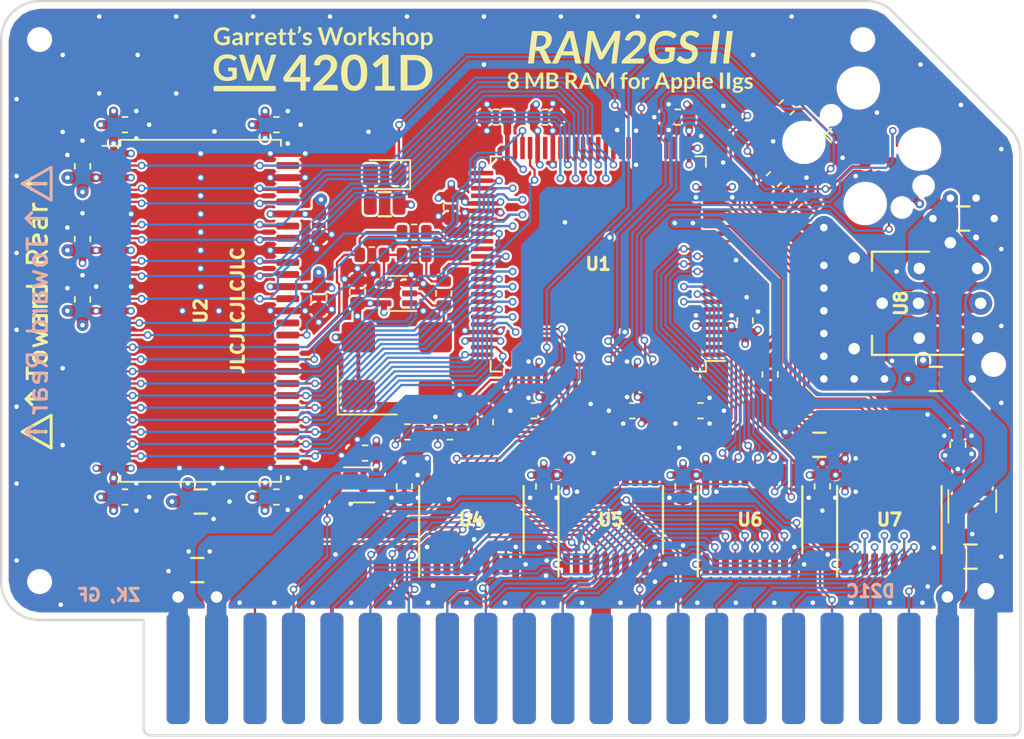
<source format=kicad_pcb>
(kicad_pcb (version 20221018) (generator pcbnew)
  (title_block (title "GW4201D (RAM2GS II) - LCMXO2-640 / LCMXO2-1200") (date "2023-10-27") (rev "2.1") (company "Garrett's Workshop"))
  (layers (0 "F.Cu" signal) (1 "In1.Cu" power) (2 "In2.Cu" power) (31 "B.Cu" signal) (34 "B.Paste" user) (35 "F.Paste" user) (36 "B.SilkS" user "B.Silkscreen") (37 "F.SilkS" user "F.Silkscreen") (38 "B.Mask" user) (39 "F.Mask" user) (44 "Edge.Cuts" user))
  (net 0 "")
  (net 1 "GND")
  (net 2 "/FA15")
  (net 3 "/FA14")
  (net 4 "/FA13")
  (net 5 "/FA12")
  (net 6 "/FA11")
  (net 7 "/FA10")
  (net 8 "/~{CRAS}")
  (net 9 "/ABORT")
  (net 10 "/PH2")
  (net 11 "/~{CSEL}")
  (net 12 "/~{CROMSEL}")
  (net 13 "/CROW1")
  (net 14 "/CROW0")
  (net 15 "/~{CCAS}")
  (net 16 "/~{FWE}")
  (net 17 "/FRA1")
  (net 18 "/FRA2")
  (net 19 "/FRA0")
  (net 20 "/FRA7")
  (net 21 "/FRA5")
  (net 22 "/FRA4")
  (net 23 "/FRA3")
  (net 24 "/FRA6")
  (net 25 "/FRA8")
  (net 26 "/FRA9")
  (net 27 "/FD2")
  (net 28 "/FD7")
  (net 29 "/FD0")
  (net 30 "/FD6")
  (net 31 "/FD4")
  (net 32 "/FD5")
  (net 33 "/FD3")
  (net 34 "/FD1")
  (net 35 "+3V3")
  (net 36 "/Dout5")
  (net 37 "/Dout6")
  (net 38 "/Dout4")
  (net 39 "/Dout7")
  (net 40 "/Dout2")
  (net 41 "/Dout1")
  (net 42 "/Dout3")
  (net 43 "/Din3")
  (net 44 "/Din0")
  (net 45 "/Din1")
  (net 46 "/Din2")
  (net 47 "/Din7")
  (net 48 "/Din4")
  (net 49 "/Din6")
  (net 50 "/Din5")
  (net 51 "/~{WE}in")
  (net 52 "/Ain0")
  (net 53 "/Ain2")
  (net 54 "/Ain1")
  (net 55 "/PH2in")
  (net 56 "/~{CCAS}in")
  (net 57 "/CROWin0")
  (net 58 "/CROWin1")
  (net 59 "/~{CRAS}in")
  (net 60 "/RD0")
  (net 61 "/RD2")
  (net 62 "/RD1")
  (net 63 "/RD3")
  (net 64 "/RD7")
  (net 65 "/RD5")
  (net 66 "/RD6")
  (net 67 "/RD4")
  (net 68 "/Ain7")
  (net 69 "/Ain5")
  (net 70 "/Ain4")
  (net 71 "/Ain3")
  (net 72 "/Ain6")
  (net 73 "/Ain8")
  (net 74 "/Ain9")
  (net 75 "/DQMH")
  (net 76 "/CKE")
  (net 77 "/RA11")
  (net 78 "/RA9")
  (net 79 "/RA8")
  (net 80 "/RA7")
  (net 81 "/RA6")
  (net 82 "/RA5")
  (net 83 "/RA4")
  (net 84 "/RA3")
  (net 85 "/RA2")
  (net 86 "/RA1")
  (net 87 "/RA0")
  (net 88 "/RA10")
  (net 89 "/BA1")
  (net 90 "/BA0")
  (net 91 "/R~{CS}")
  (net 92 "/R~{RAS}")
  (net 93 "/R~{CAS}")
  (net 94 "/R~{WE}")
  (net 95 "/DQML")
  (net 96 "Net-(D1-A)")
  (net 97 "/TDI")
  (net 99 "/TMS")
  (net 100 "/TDO")
  (net 101 "/TCK")
  (net 102 "+5V")
  (net 105 "+1V2")
  (net 106 "Net-(U7-B0)")
  (net 110 "/~{PROG}")
  (net 117 "/DONE")
  (net 118 "/~{INIT}")
  (net 119 "Net-(U4-~{OE})")
  (net 122 "/LED")
  (net 124 "/TCKr")
  (net 125 "/RCLK")
  (net 126 "/RCLKout")
  (net 127 "/FCLK")
  (net 128 "/C60M")
  (net 129 "/~{C60M}")
  (footprint "stdpads:AppleIIgsMemoryExpansion_Edge" (layer "F.Cu") (at 84.328 135.382)
    (fp_text reference "J1")
    (fp_text value "IIgs RAM Exp.")
  )
  (footprint "stdpads:C_0603" (layer "F.Cu") (at 51.35 106.9 90)
    (fp_text reference "C19")
    (fp_text value "2u2")
  )
  (footprint "stdpads:C_0603" (layer "F.Cu") (at 51.35 102.1 90)
    (fp_text reference "C18")
    (fp_text value "2u2")
  )
  (footprint "stdpads:C_0603" (layer "F.Cu") (at 54.15 99.35)
    (fp_text reference "C17")
    (fp_text value "2u2")
  )
  (footprint "stdpads:C_0603" (layer "F.Cu") (at 64.15 123.95)
    (fp_text reference "C22")
    (fp_text value "2u2")
  )
  (footprint "stdpads:C_0603" (layer "F.Cu") (at 64.15 99.35)
    (fp_text reference "C25")
    (fp_text value "2u2")
  )
  (footprint "stdpads:C_0603" (layer "F.Cu") (at 66.95 110.8 -90)
    (fp_text reference "C23")
    (fp_text value "2u2")
  )
  (footprint "stdpads:C_0603" (layer "F.Cu") (at 66.95 106 -90)
    (fp_text reference "C24")
    (fp_text value "2u2")
  )
  (footprint "stdpads:C_0603" (layer "F.Cu") (at 51.35 110.9 90)
    (fp_text reference "C20")
    (fp_text value "2u2")
  )
  (footprint "stdpads:C_0603" (layer "F.Cu") (at 54.15 123.95)
    (fp_text reference "C21")
    (fp_text value "2u2")
  )
  (footprint "stdpads:PasteHole_1.1mm_PTH" (layer "F.Cu") (at 110.998 130.175)
    (fp_text reference "H5")
    (fp_text value " " hide)
  )
  (footprint "stdpads:C_0603" (layer "F.Cu") (at 100.2 123.25 -90)
    (fp_text reference "C8")
    (fp_text value "2u2")
  )
  (footprint "stdpads:TSSOP-20_4.4x6.5mm_P0.65mm" (layer "F.Cu") (at 95.425 125.45)
    (fp_text reference "U6")
    (fp_text value "74LVC245APW")
  )
  (footprint "stdpads:C_0603" (layer "F.Cu") (at 91 123.25 -90)
    (fp_text reference "C7")
    (fp_text value "2u2")
  )
  (footprint "stdpads:C_0603" (layer "F.Cu") (at 81.8 123.25 -90)
    (fp_text reference "C6")
    (fp_text value "2u2")
  )
  (footprint "stdpads:TSSOP-20_4.4x6.5mm_P0.65mm" (layer "F.Cu") (at 104.625 125.45)
    (fp_text reference "U7")
    (fp_text value "74LVC245APW")
  )
  (footprint "stdpads:C_0603" (layer "F.Cu") (at 72.6 123.25 -90)
    (fp_text reference "C5")
    (fp_text value "2u2")
  )
  (footprint "stdpads:TSSOP-20_4.4x6.5mm_P0.65mm" (layer "F.Cu") (at 86.225 125.45)
    (fp_text reference "U5")
    (fp_text value "74LVC245APW")
  )
  (footprint "stdpads:C_0805" (layer "F.Cu") (at 58.928 128.778 180)
    (fp_text reference "C1")
    (fp_text value "10u")
  )
  (footprint "stdpads:C_0805" (layer "F.Cu") (at 109.982 127.889)
    (fp_text reference "C2")
    (fp_text value "10u")
  )
  (footprint "stdpads:Fiducial" (layer "F.Cu") (at 100.33 93.726)
    (fp_text reference "FID2")
    (fp_text value "Fiducial" hide)
  )
  (footprint "stdpads:SOT-223" (layer "F.Cu") (at 105.387 111.15)
    (fp_text reference "U8")
    (fp_text value "AZ1117CH-3.3TRG1")
  )
  (footprint "stdpads:C_0805" (layer "F.Cu") (at 109.5 105.55)
    (fp_text reference "C3")
    (fp_text value "10u")
  )
  (footprint "stdpads:C_0805" (layer "F.Cu") (at 107.7 116.15)
    (fp_text reference "C4")
    (fp_text value "10u")
  )
  (footprint "stdpads:Fiducial" (layer "F.Cu") (at 51.054 93.726)
    (fp_text reference "FID1")
    (fp_text value "Fiducial" hide)
  )
  (footprint "stdpads:SOT-353" (layer "F.Cu") (at 69.9 123.15 -90)
    (fp_text reference "U9")
    (fp_text value "74LVC1G04GW")
  )
  (footprint "Connector:Tag-Connect_TC2050-IDC-FP_2x05_P1.27mm_Vertical" (layer "F.Cu") (at 103.474 101.415 -45)
    (fp_text reference "J2")
    (fp_text value "JTAG")
  )
  (footprint "stdpads:TSSOP-20_4.4x6.5mm_P0.65mm" (layer "F.Cu") (at 77.025 125.45)
    (fp_text reference "U4")
    (fp_text value "74AHCT245PW")
  )
  (footprint "stdpads:TSOP-II-54_22.2x10.16mm_P0.8mm" (layer "F.Cu") (at 59.15 111.65 -90)
    (fp_text reference "U2")
    (fp_text value "W9812G6KH-6")
  )
  (footprint "stdpads:Crystal_SMD_7050-4Pin_7.0x5.0mm_SiTime" (layer "F.Cu") (at 72.1 115.3)
    (fp_text reference "U3")
    (fp_text value "60M")
  )
  (footprint "stdpads:SOT-353" (layer "F.Cu") (at 72.1 110.5 90)
    (fp_text reference "U10")
    (fp_text value "74LVC1G04GW")
  )
  (footprint "stdpads:C_0603" (layer "F.Cu") (at 69.5 110.4 90)
    (fp_text reference "C10")
    (fp_text value "2u2")
  )
  (footprint "stdpads:PasteHole_1.152mm_NPTH" (layer "F.Cu") (at 48.514 93.726)
    (fp_text reference "H1")
    (fp_text value " " hide)
  )
  (footprint "stdpads:PasteHole_1.152mm_NPTH" (layer "F.Cu") (at 102.87 93.726)
    (fp_text reference "H2")
    (fp_text value " " hide)
  )
  (footprint "stdpads:C_0805" (layer "F.Cu") (at 59.15 124.25)
    (fp_text reference "C26")
    (fp_text value "10u")
  )
  (footprint "stdpads:C_0603" (layer "F.Cu") (at 70 121.05 180)
    (fp_text reference "C27")
    (fp_text value "2u2")
  )
  (footprint "stdpads:TQFP-100_14x14mm_P0.5mm" (layer "F.Cu") (at 85.4 108.55 90)
    (fp_text reference "U1")
    (fp_text value "LCMXO2-TG100")
  )
  (footprint "stdpads:Fiducial" (layer "F.Cu") (at 48.514 123.952)
    (fp_text reference "FID4")
    (fp_text value "Fiducial" hide)
  )
  (footprint "stdpads:PasteHole_1.152mm_NPTH" (layer "F.Cu") (at 48.514 129.54)
    (fp_text reference "H4")
    (fp_text value " " hide)
  )
  (footprint "stdpads:C_0603" (layer "F.Cu") (at 81.15 118.25 180)
    (fp_text reference "C9")
    (fp_text value "2u2")
  )
  (footprint "stdpads:C_0603" (layer "F.Cu") (at 90.65 98.85 180)
    (fp_text reference "C11")
    (fp_text value "2u2")
  )
  (footprint "stdpads:C_0603" (layer "F.Cu") (at 87.65 118.25 180)
    (fp_text reference "C12")
    (fp_text value "2u2")
  )
  (footprint "stdpads:C_0603" (layer "F.Cu") (at 81.9 98.85)
    (fp_text reference "C13")
    (fp_text value "2u2")
  )
  (footprint "stdpads:C_0603" (layer "F.Cu") (at 78.65 98.85 180)
    (fp_text reference "C15")
    (fp_text value "2u2")
  )
  (footprint "stdpads:C_0603" (layer "F.Cu") (at 75.7 104.8 -90)
    (fp_text reference "C29")
    (fp_text value "2u2")
  )
  (footprint "stdpads:C_0603" (layer "F.Cu") (at 92.15 118.25)
    (fp_text reference "C14")
    (fp_text value "2u2")
  )
  (footprint "stdpads:C_0603" (layer "F.Cu") (at 95.1 112.3 90)
    (fp_text reference "C16")
    (fp_text value "2u2")
  )
  (footprint "stdpads:PasteHole_1.152mm_NPTH" (layer "F.Cu") (at 111.506 115.189)
    (fp_text reference "H3")
    (fp_text value " " hide)
  )
  (footprint "stdpads:Fiducial" (layer "F.Cu") (at 110.236 117.983)
    (fp_text reference "FID3")
    (fp_text value "Fiducial" hide)
  )
  (footprint "stdpads:SOT-23-5" (layer "F.Cu") (at 110.1 124.25)
    (fp_text reference "U11")
    (fp_text value "AP2127K-1.2TRG1")
  )
  (footprint "stdpads:C_0603" (layer "F.Cu") (at 109.15 120.5 90)
    (fp_text reference "C28")
    (fp_text value "2u2")
  )
  (footprint "stdpads:R_0805" (layer "F.Cu") (at 100 120.5 180)
    (fp_text reference "R4")
    (fp_text value "0")
  )
  (footprint "stdpads:R_0603" (layer "F.Cu") (at 77.95 119 90)
    (fp_text reference "R1")
    (fp_text value "10k")
  )
  (footprint "stdpads:R_0603" (layer "F.Cu") (at 70.45 107.95 180)
    (fp_text reference "R2")
    (fp_text value "47")
  )
  (footprint "stdpads:R_0603" (layer "F.Cu") (at 73.25 107.95)
    (fp_text reference "R3")
    (fp_text value "47")
  )
  (footprint "stdpads:R_0805" (layer "F.Cu") (at 71.3 104.6)
    (fp_text reference "R6")
    (fp_text value "220")
  )
  (footprint "stdpads:LED_0805" (layer "F.Cu") (at 71.3 102.65 180)
    (fp_text reference "D1")
    (fp_text value "Amber")
  )
  (footprint "stdpads:R_0603" (layer "F.Cu") (at 96.75 115.85 -90)
    (fp_text reference "R5")
    (fp_text value "47")
  )
  (footprint "stdpads:R_0603" (layer "F.Cu") (at 97 102.95 -135)
    (fp_text reference "R10")
    (fp_text value "10k")
  )
  (footprint "stdpads:R_0603" (layer "F.Cu") (at 99.1 105.05 45)
    (fp_text reference "R7")
    (fp_text value "10k")
  )
  (footprint "stdpads:C_0603" (layer "F.Cu") (at 98.05 104 45)
    (fp_text reference "C30")
    (fp_text value "15p")
  )
  (footprint "stdpads:R_0603" (layer "F.Cu") (at 97.85 98.2 45)
    (fp_text reference "R11")
    (fp_text value "47")
  )
  (footprint "stdpads:R_0603" (layer "F.Cu") (at 72.8 119.65 180)
    (fp_text reference "R9")
    (fp_text value "10k")
  )
  (footprint "stdpads:R_0603" (layer "F.Cu") (at 75.6 119.65)
    (fp_text reference "R8")
    (fp_text value "10k")
  )
  (footprint "stdpads:R_0603" (layer "F.Cu") (at 75.2 110.5 -90)
    (fp_text reference "R13")
    (fp_text value "47")
  )
  (footprint "LOGO" (layer "F.Cu") (at 67.2465 95.1865)
    (fp_text reference "G***" hide)
    (fp_text value "LOGO" hide)
  )
  (footprint "stdpads:R_0603" (layer "F.Cu") (at 73.25 106.45)
    (fp_text reference "R12")
    (fp_text value "47")
  )
  (footprint "LOGO" (layer "F.Cu") (at 87.503 94.996)
    (fp_text reference "G***" hide)
    (fp_text value "LOGO" hide)
  )
  (gr_line (start 48.895 119.634) (end 47.625 119.634) (stroke (width 0.2)) (layer "B.SilkS"))
  (gr_line (start 47.625 119.634) (end 48.006 120.015) (stroke (width 0.2)) (layer "B.SilkS"))
  (gr_line (start 47.625 119.634) (end 48.006 119.253) (stroke (width 0.2)) (layer "B.SilkS"))
  (gr_line (start 47.625 105.537) (end 48.006 105.918) (stroke (width 0.2)) (layer "B.SilkS"))
  (gr_line (start 47.625 105.537) (end 48.006 105.156) (stroke (width 0.2)) (layer "B.SilkS"))
  (gr_line (start 48.895 105.537) (end 47.625 105.537) (stroke (width 0.2)) (layer "B.SilkS"))
  (gr_line (start 47.371 103.251) (end 49.276 102.1715) (stroke (width 0.2)) (layer "B.SilkS"))
  (gr_line (start 49.276 104.3305) (end 47.371 103.251) (stroke (width 0.2)) (layer "B.SilkS"))
  (gr_line (start 49.276 102.1715) (end 49.276 104.3305) (stroke (width 0.2)) (layer "B.SilkS"))
  (gr_line (start 47.625 117.475) (end 48.006 117.094) (stroke (width 0.2)) (layer "F.SilkS"))
  (gr_line (start 47.625 117.475) (end 48.006 117.856) (stroke (width 0.2)) (layer "F.SilkS"))
  (gr_line (start 48.895 117.475) (end 47.625 117.475) (stroke (width 0.2)) (layer "F.SilkS"))
  (gr_line (start 48.895 103.251) (end 47.625 103.251) (stroke (width 0.2)) (layer "F.SilkS"))
  (gr_line (start 47.625 103.251) (end 48.006 103.632) (stroke (width 0.2)) (layer "F.SilkS"))
  (gr_line (start 47.625 103.251) (end 48.006 102.87) (stroke (width 0.2)) (layer "F.SilkS"))
  (gr_line (start 47.371 119.634) (end 49.276 118.5545) (stroke (width 0.2)) (layer "F.SilkS"))
  (gr_line (start 49.276 118.5545) (end 49.276 120.7135) (stroke (width 0.2)) (layer "F.SilkS"))
  (gr_line (start 49.276 120.7135) (end 47.371 119.634) (stroke (width 0.2)) (layer "F.SilkS"))
  (gr_line (start 112.776 139.7) (end 55.88 139.7) (stroke (width 0.15)) (layer "Edge.Cuts"))
  (gr_line (start 55.372 139.192) (end 55.372 132.08) (stroke (width 0.15)) (layer "Edge.Cuts"))
  (gr_arc (start 112.776 99.822) (mid 113.153656 100.542781) (end 113.284 101.346) (stroke (width 0.15)) (layer "Edge.Cuts"))
  (gr_line (start 45.974 129.54) (end 45.974 93.726) (stroke (width 0.15)) (layer "Edge.Cuts"))
  (gr_arc (start 48.514 132.08) (mid 46.717949 131.336051) (end 45.974 129.54) (stroke (width 0.15)) (layer "Edge.Cuts"))
  (gr_arc (start 45.974 93.726) (mid 46.717949 91.929949) (end 48.514 91.186) (stroke (width 0.15)) (layer "Edge.Cuts"))
  (gr_line (start 48.514 132.08) (end 55.372 132.08) (stroke (width 0.15)) (layer "Edge.Cuts"))
  (gr_line (start 103.124 91.186) (end 48.514 91.186) (stroke (width 0.15)) (layer "Edge.Cuts"))
  (gr_arc (start 113.284 139.192) (mid 113.13521 139.55121) (end 112.776 139.7) (stroke (width 0.15)) (layer "Edge.Cuts"))
  (gr_line (start 113.284 139.192) (end 113.284 101.346) (stroke (width 0.15)) (layer "Edge.Cuts"))
  (gr_arc (start 55.88 139.7) (mid 55.52079 139.55121) (end 55.372 139.192) (stroke (width 0.15)) (layer "Edge.Cuts"))
  (gr_line (start 112.776 99.822) (end 104.648 91.694) (stroke (width 0.15)) (layer "Edge.Cuts"))
  (gr_arc (start 103.124 91.186) (mid 103.927219 91.316344) (end 104.648 91.694) (stroke (width 0.15)) (layer "Edge.Cuts"))
  (gr_text "Toward Rear" (at 48.387 112.649 90) (layer "B.SilkS") (effects (font (size 1.27 1.27) (thickness 0.2)) (justify mirror)))
  (gr_text "ZK, GF" (at 53.086 130.429) (layer "B.SilkS") (effects (font (size 0.8128 0.8128) (thickness 0.2032)) (justify mirror)))
  (gr_text "D21C" (at 103.378 130.175) (layer "B.SilkS") (effects (font (size 0.8128 0.8128) (thickness 0.2032)) (justify mirror)))
  (gr_text "!" (at 48.5775 103.251 90) (layer "B.SilkS") (effects (font (size 0.8128 0.8128) (thickness 0.1905)) (justify mirror)))
  (gr_text "Toward Rear" (at 48.387 110.363 90) (layer "F.SilkS") (effects (font (size 1.27 1.27) (thickness 0.2))))
  (gr_text "!" (at 48.5775 119.634 90) (layer "F.SilkS") (effects (font (size 0.8128 0.8128) (thickness 0.1905))))
  (gr_text "JLCJLCJLCJLC" (at 61.6 111.65 90) (layer "F.SilkS") (effects (font (size 0.8128 0.8128) (thickness 0.2032) bold)))
  (segment (start 85.598 135.382) (end 85.598 130.556) (width 1.27) (layer "F.Cu") (net 1))
  (segment (start 57.658 135.382) (end 57.658 130.556) (width 1.27) (layer "F.Cu") (net 1))
  (segment (start 64.9 102.85) (end 66.05 102.85) (width 0.45) (layer "F.Cu") (net 1))
  (segment (start 64.9 101.25) (end 66.05 101.25) (width 0.45) (layer "F.Cu") (net 1))
  (segment (start 64.9 122.05) (end 66.05 122.05) (width 0.45) (layer "F.Cu") (net 1))
  (segment (start 53.4 110.05) (end 54.55 110.05) (width 0.45) (layer "F.Cu") (net 1))
  (segment (start 64.9 101.25) (end 63.75 101.25) (width 0.45) (layer "F.Cu") (net 1))
  (segment (start 64.9 122.05) (end 63.75 122.05) (width 0.45) (layer "F.Cu") (net 1))
  (segment (start 53.4 110.05) (end 52.25 110.05) (width 0.45) (layer "F.Cu") (net 1))
  (segment (start 64.9 102.85) (end 63.75 102.85) (width 0.45) (layer "F.Cu") (net 1))
  (segment (start 64.9 111.65) (end 66.05 111.65) (width 0.45) (layer "F.Cu") (net 1))
  (segment (start 64.9 107.65) (end 63.75 107.65) (width 0.45) (layer "F.Cu") (net 1))
  (segment (start 51.35 110.15) (end 52.15 110.15) (width 0.508) (layer "F.Cu") (net 1))
  (segment (start 51.35 106.15) (end 51.35 105.2) (width 0.762) (layer "F.Cu") (net 1))
  (segment (start 52.15 110.15) (end 52.25 110.05) (width 0.508) (layer "F.Cu") (net 1))
  (segment (start 66.95 111.55) (end 66.15 111.55) (width 0.508) (layer "F.Cu") (net 1))
  (segment (start 64.9 111.65) (end 63.75 111.65) (width 0.45) (layer "F.Cu") (net 1))
  (segment (start 66.15 111.55) (end 66.05 111.65) (width 0.508) (layer "F.Cu") (net 1))
  (segment (start 53.4 105.25) (end 51.4 105.25) (width 0.508) (layer "F.Cu") (net 1))
  (segment (start 51.35 110.15) (end 50.35 110.15) (width 0.762) (layer "F.Cu") (net 1))
  (segment (start 51.4 105.25) (end 51.35 105.2) (width 0.508) (layer "F.Cu") (net 1))
  (segment (start 51.35 110.15) (end 51.35 109.3) (width 0.508) (layer "F.Cu") (net 1))
  (segment (start 51.35 106.15) (end 50.35 106.15) (width 0.8) (layer "F.Cu") (net 1))
  (segment (start 51.35 101.35) (end 51.35 100.4) (width 0.8) (layer "F.Cu") (net 1))
  (segment (start 51.35 101.35) (end 50.35 101.35) (width 0.8) (layer "F.Cu") (net 1))
  (segment (start 53.4 105.25) (end 54.55 105.25) (width 0.45) (layer "F.Cu") (net 1))
  (segment (start 74.1 128.4) (end 74.1 127.25) (width 0.45) (layer "F.Cu") (net 1))
  (segment (start 89.15 128.4) (end 89.15 129.55) (width 0.45) (layer "F.Cu") (net 1))
  (segment (start 79.95 128.4) (end 79.95 127.25) (width 0.45) (layer "F.Cu") (net 1))
  (segment (start 79.95 128.4) (end 80.6 128.4) (width 0.45) (layer "F.Cu") (net 1))
  (segment (start 108.537 113.45) (end 106.6 113.45) (width 1.27) (layer "F.Cu") (net 1))
  (segment (start 110.45 113.45) (end 108.537 113.45) (width 1.27) (layer "F.Cu") (net 1))
  (segment (start 72.95 109.85) (end 73.85 109.85) (width 0.4) (layer "F.Cu") (net 1))
  (segment (start 89.15 128.4) (end 89.8 128.4) (width 0.45) (layer "F.Cu") (net 1))
  (segment (start 89.15 128.4) (end 89.15 127.25) (width 0.45) (layer "F.Cu") (net 1))
  (segment (start 93.0625 112.05) (end 91.95 112.05) (width 0.3) (layer "F.Cu") (net 1))
  (segment (start 87.9 100.8875) (end 87.9 99.75) (width 0.3) (layer "F.Cu") (net 1))
  (segment (start 102.35 123.55) (end 102.4 123.6) (width 0.45) (layer "F.Cu") (net 1))
  (segment (start 74.1 128.4) (end 74.1 129.4) (width 0.45) (layer "F.Cu") (net 1))
  (segment (start 79.55 118.2) (end 79.6 118.25) (width 0.3) (layer "F.Cu") (net 1))
  (segment (start 67.818 135.382) (end 67.818 131.191) (width 0.25) (layer "F.Cu") (net 1))
  (segment (start 58.078 128.778) (end 57.095 128.778) (width 0.762) (layer "F.Cu") (net 1))
  (segment (start 69.25 120.35) (end 69.45 120.15) (width 0.5) (layer "F.Cu") (net 1))
  (segment (start 78.95 112.95) (end 78.85 113.05) (width 0.3) (layer "F.Cu") (net 1))
  (segment (start 82.4 102) (end 82.4 100.8875) (width 0.3) (layer "F.Cu") (net 1))
  (segment (start 58.35 127.55) (end 58.078 127.822) (width 0.762) (layer "F.Cu") (net 1))
  (segment (start 72.6 124) (end 71.75 124) (width 0.5) (layer "F.Cu") (net 1))
  (segment (start 74.64 117.205) (end 76.245 117.205) (width 0.8) (layer "F.Cu") (net 1))
  (segment (start 94.15 104.05) (end 93.0625 104.05) (width 0.3) (layer "F.Cu") (net 1))
  (segment (start 80.9 117.3) (end 80.9 116.2125) (width 0.3) (layer "F.Cu") (net 1))
  (segment (start 93.15 122.5) (end 93.15 123.55) (width 0.45) (layer "F.Cu") (net 1))
  (segment (start 54.9 123.95) (end 54.9 123.05) (width 0.6) (layer "F.Cu") (net 1))
  (segment (start 58.078 127.822) (end 58.078 128.778) (width 0.762) (layer "F.Cu") (net 1))
  (segment (start 80.9 115.1) (end 80.8 115) (width 0.3) (layer "F.Cu") (net 1))
  (segment (start 94.2 111.75) (end 94.2 111.95) (width 0.5) (layer "F.Cu") (net 1))
  (segment (start 87.4 115.1) (end 87.3 115) (width 0.3) (layer "F.Cu") (net 1))
  (segment (start 87.4 116.2125) (end 87.4 115.1) (width 0.3) (layer "F.Cu") (net 1))
  (segment (start 60 124.25) (end 60 125.4) (width 0.5) (layer "F.Cu") (net 1))
  (segment (start 98.58033 103.46967) (end 99.15 102.9) (width 0.15) (layer "F.Cu") (net 1))
  (segment (start 92.9 118.95) (end 92.75 119.1) (width 0.5) (layer "F.Cu") (net 1))
  (segment (start 64.9 122.05) (end 64.9 122.7) (width 0.45) (layer "F.Cu") (net 1))
  (segment (start 82.65 98.85) (end 82.65 98.15) (width 0.5) (layer "F.Cu") (net 1))
  (segment (start 91 124) (end 90.1 124) (width 0.6) (layer "F.Cu") (net 1))
  (segment (start 95.1 111.55) (end 95.1 110.85) (width 0.5) (layer "F.Cu") (net 1))
  (segment (start 95.1 110.85) (end 95.2 110.75) (width 0.5) (layer "F.Cu") (net 1))
  (segment (start 77.95 118.2) (end 79.55 118.2) (width 0.3) (layer "F.Cu") (net 1))
  (segment (start 57.095 128.778) (end 57.023 128.85) (width 0.762) (layer "F.Cu") (net 1))
  (segment (start 76.7 105.05) (end 76.6 105.15) (width 0.3) (layer "F.Cu") (net 1))
  (segment (start 77.9 98.85) (end 77.9 99.6) (width 0.5) (layer "F.Cu") (net 1))
  (segment (start 107.55 127.3) (end 107.55 128.4) (width 0.45) (layer "F.Cu") (net 1))
  (segment (start 108.55 116.15) (end 110.1 116.15) (width 1) (layer "F.Cu") (net 1))
  (segment (start 86.9 118.95) (end 87.05 119.1) (width 0.5) (layer "F.Cu") (net 1))
  (segment (start 102.35 121.45) (end 102.4 121.4) (width 0.45) (layer "F.Cu") (net 1))
  (segment (start 80.4 118.25) (end 80.4 117.55) (width 0.5) (layer "F.Cu") (net 1))
  (segment (start 82.45 99.75) (end 82.4 99.75) (width 0.5) (layer "F.Cu") (net 1))
  (segment (start 98.35 128.4) (end 98.35 127.25) (width 0.45) (layer "F.Cu") (net 1))
  (segment (start 68.65 109.55) (end 68.75 109.65) (width 0.5) (layer "F.Cu") (net 1))
  (segment (start 68.75 109.65) (end 69.5 109.65) (width 0.5) (layer "F.Cu") (net 1))
  (segment (start 89.9 98.15) (end 90.05 98) (width 0.5) (layer "F.Cu") (net 1))
  (segment (start 109.15 119.75) (end 109.9 119.75) (width 0.6) (layer "F.Cu") (net 1))
  (segment (start 77.9 98.85) (end 77.9 98.15) (width 0.5) (layer "F.Cu") (net 1))
  (segment (start 94.1 112.05) (end 94.2 111.95) (width 0.3) (layer "F.Cu") (net 1))
  (segment (start 81.8 124) (end 82.65 124) (width 0.5) (layer "F.Cu") (net 1))
  (segment (start 82.4 100.8875) (end 82.4 99.75) (width 0.3) (layer "F.Cu") (net 1))
  (segment (start 108.4 119.75) (end 108.25 119.9) (width 0.6) (layer "F.Cu") (net 1))
  (segment (start 81.8 124) (end 80.9 124) (width 0.6) (layer "F.Cu") (net 1))
  (segment (start 107.55 129.4828) (end 107.1626 129.8702) (width 0.45) (layer "F.Cu") (net 1))
  (segment (start 102.35 122.5) (end 102.35 121.45) (width 0.45) (layer "F.Cu") (net 1))
  (segment (start 77.9 99.6) (end 78.05 99.75) (width 0.5) (layer "F.Cu") (net 1))
  (segment (start 64.9 99.35) (end 64.9 100.6) (width 0.6) (layer "F.Cu") (net 1))
  (segment (start 76.7 113.05) (end 76.6 112.95) (width 0.3) (layer "F.Cu") (net 1))
  (segment (start 68.6 121.05) (end 68.45 121.2) (width 0.5) (layer "F.Cu") (net 1))
  (segment (start 60 124.25) (end 60 123.05) (width 0.8) (layer "F.Cu") (net 1))
  (segment (start 98.35 128.4) (end 98.35 129.3) (width 0.45) (layer "F.Cu") (net 1))
  (segment (start 77.7375 105.05) (end 78.85 105.05) (width 0.3) (layer "F.Cu") (net 1))
  (segment (start 93.0625 104.05) (end 91.95 104.05) (width 0.3) (layer "F.Cu") (net 1))
  (segment (start 64.9 99.35) (end 64.9 98.45) (width 0.6) (layer "F.Cu") (net 1))
  (segment (start 99.15 102.9) (end 99.15 102.85) (width 0.15) (layer "F.Cu") (net 1))
  (segment (start 87.4 116.2125) (end 87.4 117.25) (width 0.3) (layer "F.Cu") (net 1))
  (segment (start 66.95 107.4) (end 66.8 107.55) (width 0.5) (layer "F.Cu") (net 1))
  (segment (start 54.9 99.35) (end 54.9 100.25) (width 0.6) (layer "F.Cu") (net 1))
  (segment (start 86.9 118.25) (end 86.9 118.95) (width 0.5) (layer "F.Cu") (net 1))
  (segment (start 110.832 127.889) (end 110.832 130.009) (width 1) (layer "F.Cu") (net 1))
  (segment (start 58.078 130.136) (end 57.658 130.556) (width 1) (layer "F.Cu") (net 1))
  (segment (start 64.9 123.95) (end 64.9 124.8) (width 0.5) (layer "F.Cu") (net 1))
  (segment (start 82.65 99.55) (end 82.45 99.75) (width 0.5) (layer "F.Cu") (net 1))
  (segment (start 78.85 105.05) (end 78.95 105.15) (width 0.3) (layer "F.Cu") (net 1))
  (segment (start 70.2 109.65) (end 70.55 109.3) (width 0.5) (layer "F.Cu") (net 1))
  (segment (start 93.0625 112.05) (end 94.1 112.05) (width 0.3) (layer "F.Cu") (net 1))
  (segment (start 92.9 117.55) (end 92.75 117.4) (width 0.5) (layer "F.Cu") (net 1))
  (segment (start 83.95 123.55) (end 84 123.6) (width 0.45) (layer "F.Cu") (net 1))
  (segment (start 58.078 128.778) (end 58.078 130.136) (width 1) (layer "F.Cu") (net 1))
  (segment (start 89.9 98.85) (end 89.1 98.85) (width 0.5) (layer "F.Cu") (net 1))
  (segment (start 75 105.55) (end 74.85 105.4) (width 0.5) (layer "F.Cu") (net 1))
  (segment (start 69.45 120.15) (end 69.5 120.15) (width 0.5) (layer "F.Cu") (net 1))
  (segment (start 82.45 97.95) (end 82.4 97.95) (width 0.5) (layer "F.Cu") (net 1))
  (segment (start 89.9 98.85) (end 89.9 98.15) (width 0.5) (layer "F.Cu") (net 1))
  (segment (start 75.7 105.55) (end 75.7 106.15) (width 0.5) (layer "F.Cu") (net 1))
  (segment (start 60 124.25) (end 61.05 124.25) (width 0.8) (layer "F.Cu") (net 1))
  (segment (start 67.65 106.75) (end 67.8 106.6) (width 0.5) (layer "F.Cu") (net 1))
  (segment (start 93.15 123.55) (end 93.2 123.6) (width 0.45) (layer "F.Cu") (net 1))
  (segment (start 67.8 111.55) (end 66.95 111.55) (width 0.5) (layer "F.Cu") (net 1))
  (segment (start 87.4 117.25) (end 87.3 117.35) (width 0.3) (layer "F.Cu") (net 1))
  (segment (start 54.9 99.35) (end 54.9 98.45) (width 0.6) (layer "F.Cu") (net 1))
  (segment (start 77.7375 113.05) (end 76.7 113.05) (width 0.3) (layer "F.Cu") (net 1))
  (segment (start 80.4 118.25) (end 79.6 118.25) (width 0.5) (layer "F.Cu") (net 1))
  (segment (start 91.95 112.05) (end 91.85 111.95) (width 0.3) (layer "F.Cu") (net 1))
  (segment (start 69.5 109.65) (end 70.2 109.65) (width 0.5) (layer "F.Cu") (net 1))
  (segment (start 69.25 121.05) (end 69.25 120.35) (width 0.5) (layer "F.Cu") (net 1))
  (segment (start 77.9 98.15) (end 78.05 98) (width 0.5) (layer "F.Cu") (net 1))
  (segment (start 102.4 102.75) (end 102.412038 102.762038) (width 0.6) (layer "F.Cu") (net 1))
  (segment (start 91.95 104.05) (end 91.85 104.15) (width 0.3) (layer "F.Cu") (net 1))
  (segment (start 54.9 99.35) (end 55.75 99.35) (width 0.6) (layer "F.Cu") (net 1))
  (segment (start 92.9 118.25) (end 92.9 117.55) (width 0.5) (layer "F.Cu") (net 1))
  (segment (start 75.7 105.55) (end 75 105.55) (width 0.5) (layer "F.Cu") (net 1))
  (segment (start 72.6 124) (end 73.5 124) (width 0.6) (layer "F.Cu") (net 1))
  (segment (start 64.9 123.95) (end 65.75 123.95) (width 0.6) (layer "F.Cu") (net 1))
  (segment (start 101.556449 101.5365) (end 101.5365 101.5365) (width 0.6) (layer "F.Cu") (net 1))
  (segment (start 80.8 117.4) (end 80.9 117.3) (width 0.3) (layer "F.Cu") (net 1))
  (segment (start 64.9 107.65) (end 66.7 107.65) (width 0.45) (layer "F.Cu") (net 1))
  (segment (start 72.95 109.35) (end 72.95 109.85) (width 0.4) (layer "F.Cu") (net 1))
  (segment (start 69.05 123.8) (end 69.05 124.4) (width 0.4) (layer "F.Cu") (net 1))
  (segment (start 94.25 104.15) (end 94.15 104.05) (width 0.3) (layer "F.Cu") (net 1))
  (segment (start 66.95 106.75) (end 66.95 107.4) (width 0.5) (layer "F.Cu") (net 1))
  (segment (start 82.65 98.15) (end 82.45 97.95) (width 0.5) (layer "F.Cu") (net 1))
  (segment (start 70.55 109.3) (end 70.55 109.2) (width 0.5) (layer "F.Cu") (net 1))
  (segment (start 89.9 99.55) (end 90.05 99.7) (width 0.5) (layer "F.Cu") (net 1))
  (segment (start 102.126962 100.965987) (end 101.556449 101.5365) (width 0.6) (layer "F.Cu") (net 1))
  (segment (start 86.9 117.55) (end 87.1 117.35) (width 0.5) (layer "F.Cu") (net 1))
  (segment (start 73.05 109.25) (end 72.95 109.35) (width 0.4) (layer "F.Cu") (net 1))
  (segment (start 95.1 111.55) (end 95.8 111.55) (width 0.5) (layer "F.Cu") (net 1))
  (segment (start 83.95 122.5) (end 83.95 123.55) (width 0.45) (layer "F.Cu") (net 1))
  (segment (start 64.9 101.25) (end 64.9 100.6) (width 0.45) (layer "F.Cu") (net 1))
  (segment (start 100.2 124) (end 99.3 124) (width 0.6) (layer "F.Cu") (net 1))
  (segment (start 64.9 123.95) (end 64.9 122.7) (width 0.8) (layer "F.Cu") (net 1))
  (segment (start 107.55 128.4) (end 107.95 128.4) (width 0.45) (layer "F.Cu") (net 1))
  (segment (start 110.35 105.55) (end 110.35 106.8) (width 0.8) (layer "F.Cu") (net 1))
  (segment (start 80.9 116.2125) (end 80.9 115.1) (width 0.3) (layer "F.Cu") (net 1))
  (segment (start 107.55 128.4) (end 107.55 129.4828) (width 0.45) (layer "F.Cu") (net 1))
  (segment (start 86.9 118.25) (end 86.9 117.55) (width 0.5) (layer "F.Cu") (net 1))
  (segment (start 110.998 130.175) (end 110.998 135.382) (width 1.524) (layer "F.Cu") (net 1))
  (segment (start 92.9 118.25) (end 92.9 118.95) (width 0.5) (layer "F.Cu") (net 1))
  (segment (start 66.95 106.75) (end 67.65 106.75) (width 0.5) (layer "F.Cu") (net 1))
  (segment (start 80.4 117.55) (end 80.55 117.4) (width 0.5) (layer "F.Cu") (net 1))
  (segment (start 110.1 126.4) (end 110.1 125.3) (width 0.6) (layer "F.Cu") (net 1))
  (segment (start 108.55 116.15) (end 108.55 113.463) (width 1) (layer "F.Cu") (net 1))
  (segment (start 86.9 118.25) (end 86.1 118.25) (width 0.5) (layer "F.Cu") (net 1))
  (segment (start 54.9 123.95) (end 55.75 123.95) (width 0.6) (layer "F.Cu") (net 1))
  (segment (start 91 124) (end 91.85 124) (width 0.5) (layer "F.Cu") (net 1))
  (segment (start 76.4 105.55) (end 76.6 105.35) (width 0.5) (layer "F.Cu") (net 1))
  (segment (start 74.64 118.64) (end 74.65 118.65) (width 0.6) (layer "F.Cu") (net 1))
  (segment (start 66.7 107.65) (end 66.8 107.55) (width 0.45) (layer "F.Cu") (net 1))
  (segment (start 76.6 105.35) (end 76.6 105.15) (width 0.5) (layer "F.Cu") (net 1))
  (segment (start 69.25 121.05) (end 68.6 121.05) (width 0.5) (layer "F.Cu") (net 1))
  (segment (start 80.55 117.4) (end 80.8 117.4) (width 0.5) (layer "F.Cu") (net 1))
  (segment (start 109.15 119.75) (end 108.4 119.75) (width 0.6) (layer "F.Cu") (net 1))
  (segment (start 100.2 124) (end 100.2 124.85) (width 0.6) (layer "F.Cu") (net 1))
  (segment (start 78.85 113.05) (end 77.7375 113.05) (width 0.3) (layer "F.Cu") (net 1))
  (segment (start 95.8 111.55) (end 95.95 111.7) (width 0.5) (layer "F.Cu") (net 1))
  (segment (start 82.65 98.85) (end 83.25 98.85) (width 0.5) (layer "F.Cu") (net 1))
  (segment (start 66.95 112.4) (end 66.95 111.55) (width 0.508) (layer "F.Cu") (net 1))
  (segment (start 75.7 105.55) (end 76.4 105.55) (width 0.5) (layer "F.Cu") (net 1))
  (segment (start 82.65 98.85) (end 82.65 99.55) (width 0.5) (layer "F.Cu") (net 1))
  (segment (start 79.95 128.4) (end 79.95 129.3) (width 0.45) (layer "F.Cu") (net 1))
  (segment (start 110.832 127.889) (end 112.014 127.889) (width 0.762) (layer "F.Cu") (net 1))
  (segment (start 69.5 109.65) (end 69.5 108.85) (width 0.5) (layer "F.Cu") (net 1))
  (segment (start 94.4 111.55) (end 94.2 111.75) (width 0.5) (layer "F.Cu") (net 1))
  (segment (start 87.9 102) (end 87.9 100.8875) (width 0.3) (layer "F.Cu") (net 1))
  (segment (start 76.245 117.205) (end 76.25 117.2) (width 0.8) (layer "F.Cu") (net 1))
  (segment (start 74.1 129.4) (end 74.5 129.8) (width 0.45) (layer "F.Cu") (net 1))
  (segment (start 109.9 119.75) (end 110.05 119.9) (width 0.6) (layer "F.Cu") (net 1))
  (segment (start 102.35 122.5) (end 102.35 123.55) (width 0.45) (layer "F.Cu") (net 1))
  (segment (start 110.35 105.55) (end 111.55 105.55) (width 1) (layer "F.Cu") (net 1))
  (segment (start 95.1 111.55) (end 94.4 111.55) (width 0.5) (layer "F.Cu") (net 1))
  (segment (start 87.1 117.35) (end 87.3 117.35) (width 0.5) (layer "F.Cu") (net 1))
  (segment (start 64.9 99.35) (end 65.75 99.35) (width 0.6) (layer "F.Cu") (net 1))
  (segment (start 54.9 123.95) (end 54.9 124.85) (width 0.6) (layer "F.Cu") (net 1))
  (segment (start 92.9 118.25) (end 93.7 118.25) (width 0.5) (layer "F.Cu") (net 1))
  (segment (start 110.35 105.55) (end 110.35 104.2) (width 1) (layer "F.Cu") (net 1))
  (segment (start 100.2 124) (end 101.05 124) (width 0.5) (layer "F.Cu") (net 1))
  (segment (start 99 128.4) (end 98.35 128.4) (width 0.45) (layer "F.Cu") (net 1))
  (segment (start 102.412038 102.762038) (end 103.923013 102.762038) (width 0.6) (layer "F.Cu") (net 1))
  (segment (start 110.832 130.009) (end 110.998 130.175) (width 1) (layer "F.Cu") (net 1))
  (segment (start 108.55 113.463) (end 108.537 113.45) (width 1) (layer "F.Cu") (net 1))
  (segment (start 108.55 117.15) (end 108.55 116.15) (width 0.8) (layer "F.Cu") (net 1))
  (segment (start 77.7375 105.05) (end 76.7 105.05) (width 0.3) (layer "F.Cu") (net 1))
  (segment (start 89.9 98.85) (end 89.9 99.55) (width 0.5) (layer "F.Cu") (net 1))
  (segment (start 74.64 117.205) (end 74.64 118.64) (width 0.6) (layer "F.Cu") (net 1))
  (via (at 112.014 100.965) (size 0.5) (drill 0.3) (layers "F.Cu" "B.Cu") (net 1))
  (via (at 74.168 130.937) (size 0.5) (drill 0.3) (layers "F.Cu" "B.Cu") (net 1))
  (via (at 102.108 130.937) (size 0.5) (drill 0.3) (layers "F.Cu" "B.Cu") (net 1))
  (via (at 64.008 130.937) (size 0.5) (drill 0.3) (layers "F.Cu" "B.Cu") (net 1))
  (via (at 57.658 130.556) (size 1.524) (drill 0.762) (layers "F.Cu" "B.Cu") (net 1))
  (via (at 104.648 130.937) (size 0.5) (drill 0.3) (layers "F.Cu" "B.Cu") (net 1))
  (via (at 61.722 130.937) (size 0.5) (drill 0.3) (layers "F.Cu" "B.Cu") (net 1))
  (via (at 106.68 95.377) (size 0.5) (drill 0.3) (layers "F.Cu" "B.Cu") (net 1))
  (via (at 94.488 130.937) (size 0.5) (drill 0.3) (layers "F.Cu" "B.Cu") (net 1))
  (via (at 46.99 117.983) (size 0.5) (drill 0.3) (layers "F.Cu" "B.Cu") (net 1))
  (via (at 46.99 112.903) (size 0.5) (drill 0.3) (layers "F.Cu" "B.Cu") (net 1))
  (via (at 46.99 107.823) (size 0.5) (drill 0.3) (layers "F.Cu" "B.Cu") (net 1))
  (via (at 81.788 130.937) (size 0.5) (drill 0.3) (layers "F.Cu" "B.Cu") (net 1))
  (via (at 91.948 130.937) (size 0.5) (drill 0.3) (layers "F.Cu" "B.Cu") (net 1))
  (via (at 89.408 130.937) (size 0.5) (drill 0.3) (layers "F.Cu" "B.Cu") (net 1))
  (via (at 97.028 130.937) (size 0.5) (drill 0.3) (layers "F.Cu" "B.Cu") (net 1))
  (via (at 69.088 130.937) (size 0.5) (drill 0.3) (layers "F.Cu" "B.Cu") (net 1))
  (via (at 112.014 117.729) (size 0.5) (drill 0.3) (layers "F.Cu" "B.Cu") (net 1))
  (via (at 79.248 130.937) (size 0.5) (drill 0.3) (layers "F.Cu" "B.Cu") (net 1))
  (via (at 76.708 130.937) (size 0.5) (drill 0.3) (layers "F.Cu" "B.Cu") (net 1))
  (via (at 71.628 130.937) (size 0.5) (drill 0.3) (layers "F.Cu" "B.Cu") (net 1))
  (via (at 86.868 130.937) (size 0.5) (drill 0.3) (layers "F.Cu" "B.Cu") (net 1))
  (via (at 84.328 130.937) (size 0.5) (drill 0.3) (layers "F.Cu" "B.Cu") (net 1))
  (via (at 66.548 130.937) (size 0.5) (drill 0.3) (layers "F.Cu" "B.Cu") (net 1))
  (via (at 109.347 98.044) (size 0.5) (drill 0.3) (layers "F.Cu" "B.Cu") (net 1))
  (via (at 66.05 101.25) (size 0.5) (drill 0.3) (layers "F.Cu" "B.Cu") (net 1))
  (via (at 63.75 101.25) (size 0.5) (drill 0.3) (layers "F.Cu" "B.Cu") (net 1))
  (via (at 66.05 102.85) (size 0.5) (drill 0.3) (layers "F.Cu" "B.Cu") (net 1))
  (via (at 66.05 122.05) (size 0.5) (drill 0.3) (layers "F.Cu" "B.Cu") (net 1))
  (via (at 52.25 110.05) (size 0.5) (drill 0.3) (layers "F.Cu" "B.Cu") (net 1))
  (via (at 54.55 110.05) (size 0.5) (drill 0.3) (layers "F.Cu" "B.Cu") (net 1))
  (via (at 63.75 102.85) (size 0.5) (drill 0.3) (layers "F.Cu" "B.Cu") (net 1))
  (via (at 63.75 122.05) (size 0.5) (drill 0.3) (layers "F.Cu" "B.Cu") (net 1))
  (via (at 66.05 111.65) (size 0.5) (drill 0.3) (layers "F.Cu" "B.Cu") (net 1))
  (via (at 63.75 107.65) (size 0.5) (drill 0.3) (layers "F.Cu" "B.Cu") (net 1))
  (via (at 59.15 108.85) (size 0.5) (drill 0.3) (layers "F.Cu" "B.Cu") (net 1))
  (via (at 60.55 122.05) (size 0.5) (drill 0.3) (layers "F.Cu" "B.Cu") (net 1))
  (via (at 59.15 106.45) (size 0.5) (drill 0.3) (layers "F.Cu" "B.Cu") (net 1))
  (via (at 57.75 122.05) (size 0.5) (drill 0.3) (layers "F.Cu" "B.Cu") (net 1))
  (via (at 59.15 104.05) (size 0.5) (drill 0.3) (layers "F.Cu" "B.Cu") (net 1))
  (via (at 63.75 111.65) (size 0.5) (drill 0.3) (layers "F.Cu" "B.Cu") (net 1))
  (via (at 50.35 110.15) (size 0.762) (drill 0.3) (layers "F.Cu" "B.Cu") (net 1))
  (via (at 51.35 105.2) (size 0.762) (drill 0.3) (layers "F.Cu" "B.Cu") (net 1))
  (via (at 51.35 109.3) (size 0.5) (drill 0.3) (layers "F.Cu" "B.Cu") (net 1))
  (via (at 57.95 111.65) (size 0.5) (drill 0.3) (layers "F.Cu" "B.Cu") (net 1))
  (via (at 60.35 111.65) (size 0.5) (drill 0.3) (layers "F.Cu" "B.Cu") (net 1))
  (via (at 59.15 110.05) (size 0.5) (drill 0.3) (layers "F.Cu" "B.Cu") (net 1))
  (via (at 59.15 107.65) (size 0.5) (drill 0.3) (layers "F.Cu" "B.Cu") (net 1))
  (via (at 59.15 102.85) (size 0.5) (drill 0.3) (layers "F.Cu" "B.Cu") (net 1))
  (via (at 59.15 101.25) (size 0.5) (drill 0.3) (layers "F.Cu" "B.Cu") (net 1))
  (via (at 59.15 105.25) (size 0.5) (drill 0.3) (layers "F.Cu" "B.Cu") (net 1))
  (via (at 50.35 106.15) (size 0.8) (drill 0.3) (layers "F.Cu" "B.Cu") (net 1))
  (via (at 51.35 100.4) (size 0.8) (drill 0.3) (layers "F.Cu" "B.Cu") (net 1))
  (via (at 50.35 101.35) (size 0.8) (drill 0.3) (layers "F.Cu" "B.Cu") (net 1))
  (via (at 54.55 105.25) (size 0.5) (drill 0.3) (layers "F.Cu" "B.Cu") (net 1))
  (via (at 99.568 130.937) (size 0.5) (drill 0.3) (layers "F.Cu" "B.Cu") (net 1))
  (via (at 106.807 130.937) (size 0.5) (drill 0.3) (layers "F.Cu" "B.Cu") (net 1))
  (via (at 74.1 127.25) (size 0.5) (drill 0.3) (layers "F.Cu" "B.Cu") (net 1))
  (via (at 89.15 129.55) (size 0.5) (drill 0.3) (layers "F.Cu" "B.Cu") (net 1))
  (via (at 89.8 128.4) (size 0.5) (drill 0.3) (layers "F.Cu" "B.Cu") (net 1))
  (via (at 89.15 127.25) (size 0.5) (drill 0.3) (layers "F.Cu" "B.Cu") (net 1))
  (via (at 80.6 128.4) (size 0.5) (drill 0.3) (layers "F.Cu" "B.Cu") (net 1))
  (via (at 79.95 127.25) (size 0.5) (drill 0.3) (layers "F.Cu" "B.Cu") (net 1))
  (via (at 81.95 129.15) (size 0.5) (drill 0.3) (layers "F.Cu" "B.Cu") (net 1))
  (via (at 68.05 127.75) (size 0.5) (drill 0.3) (layers "F.Cu" "B.Cu") (net 1))
  (via (at 91 127.15) (size 0.5) (drill 0.3) (layers "F.Cu" "B.Cu") (net 1))
  (via (at 100.55 127.75) (size 0.5) (drill 0.3) (layers "F.Cu" "B.Cu") (net 1))
  (via (at 112.014 127.889) (size 0.5) (drill 0.3) (layers "F.Cu" "B.Cu") (net 1))
  (via (at 112.014 112.649) (size 0.5) (drill 0.3) (layers "F.Cu" "B.Cu") (net 1))
  (via (at 106.6 113.45) (size 1.524) (drill 0.762) (layers "F.Cu" "B.Cu") (net 1))
  (via (at 110.45 113.45) (size 1.524) (drill 0.762) (layers "F.Cu" "B.Cu") (net 1))
  (via (at 82 128.15) (size 0.5) (drill 0.3) (layers "F.Cu" "B.Cu") (net 1))
  (via (at 81.5 127.25) (size 0.5) (drill 0.3) (layers "F.Cu" "B.Cu") (net 1))
  (via (at 73.85 109.85) (size 0.5) (drill 0.3) (layers "F.Cu" "B.Cu") (net 1))
  (via (at 50.038 115.443) (size 0.5) (drill 0.3) (layers "F.Cu" "B.Cu") (net 1))
  (via (at 50.038 120.523) (size 0.5) (drill 0.3) (layers "F.Cu" "B.Cu") (net 1))
  (via (at 46.99 123.063) (size 0.5) (drill 0.3) (layers "F.Cu" "B.Cu") (net 1))
  (via (at 104.8 114.95) (size 0.5) (drill 0.3) (layers "F.Cu" "B.Cu") (net 1))
  (via (at 107.1626 129.8702) (size 0.5) (drill 0.3) (layers "F.Cu" "B.Cu") (net 1))
  (via (at 112.014 107.569) (size 0.5) (drill 0.3) (layers "F.Cu" "B.Cu") (net 1))
  (via (at 46.99 102.743) (size 0.5) (drill 0.3) (layers "F.Cu" "B.Cu") (net 1))
  (via (at 105.1 109.05) (size 0.5) (drill 0.3) (layers "F.Cu" "B.Cu") (net 1))
  (via (at 103.8 98.55) (size 0.5) (drill 0.3) (layers "F.Cu" "B.Cu") (net 1))
  (via (at 96.95 100.45) (size 0.5) (drill 0.3) (layers "F.Cu" "B.Cu") (net 1))
  (via (at 77.2 126.75) (size 0.5) (drill 0.3) (layers "F.Cu" "B.Cu") (net 1))
  (via (at 86.8 125) (size 0.5) (drill 0.3) (layers "F.Cu" "B.Cu") (net 1))
  (via (at 73.85 111.65) (size 0.5) (drill 0.3) (layers "F.Cu" "B.Cu") (net 1))
  (via (at 49.911 131.064) (size 0.5) (drill 0.3) (layers "F.Cu" "B.Cu") (net 1))
  (via (at 46.99 128.143) (size 0.5) (drill 0.3) (layers "F.Cu" "B.Cu") (net 1))
  (via (at 87.15 113.05) (size 0.5) (drill 0.3) (layers "F.Cu" "B.Cu") (net 1))
  (via (at 84.9 117.8) (size 0.5) (drill 0.3) (layers "F.Cu" "B.Cu") (net 1))
  (via (at 85.1 121.05) (size 0.5) (drill 0.3) (layers "F.Cu" "B.Cu") (net 1))
  (via (at 90.5 119.1) (size 0.5) (drill 0.3) (layers "F.Cu" "B.Cu") (net 1))
  (via (at 92.2 100.1) (size 0.5) (drill 0.3) (layers "F.Cu" "B.Cu") (net 1))
  (via (at 94.5 108.3) (size 0.5) (drill 0.3) (layers "F.Cu" "B.Cu") (net 1))
  (via (at 90.75 120.7) (size 0.5) (drill 0.3) (layers "F.Cu" "B.Cu") (net 1))
  (via (at 75.55 124.1) (size 0.5) (drill 0.3) (layers "F.Cu" "B.Cu") (net 1))
  (via (at 93.65 101.85) (size 0.5) (drill 0.3) (layers "F.Cu" "B.Cu") (net 1))
  (via (at 83.2 105.8) (size 0.5) (drill 0.3) (layers "F.Cu" "B.Cu") (net 1))
  (via (at 86.15 106.8) (size 0.5) (drill 0.3) (layers "F.Cu" "B.Cu") (net 1))
  (via (at 60.06 99.799) (size 0.5) (drill 0.3) (layers "F.Cu" "B.Cu") (net 1))
  (via (at 46.99 97.663) (size 0.5) (drill 0.3) (layers "F.Cu" "B.Cu") (net 1))
  (via (at 98.171 92.202) (size 0.5) (drill 0.3) (layers "F.Cu" "B.Cu") (net 1))
  (via (at 88.011 92.202) (size 0.5) (drill 0.3) (layers "F.Cu" "B.Cu") (net 1))
  (via (at 82.931 92.202) (size 0.5) (drill 0.3) (layers "F.Cu" "B.Cu") (net 1))
  (via (at 67.691 92.202) (size 0.5) (drill 0.3) (layers "F.Cu" "B.Cu") (net 1))
  (via (at 62.611 92.202) (size 0.5) (drill 0.3) (layers "F.Cu" "B.Cu") (net 1))
  (via (at 52.451 92.202) (size 0.5) (drill 0.3) (layers "F.Cu" "B.Cu") (net 1))
  (via (at 52.451 97.282) (size 0.5) (drill 0.3) (layers "F.Cu" "B.Cu") (net 1))
  (via (at 93.6625 98.1075) (size 0.5) (drill 0.3) (layers "F.Cu" "B.Cu") (net 1))
  (via (at 70.231 99.822) (size 0.5) (drill 0.3) (layers "F.Cu" "B.Cu") (net 1))
  (via (at 50.038 99.822) (size 0.5) (drill 0.3) (layers "F.Cu" "B.Cu") (net 1))
  (via (at 50.038 94.742) (size 0.5) (drill 0.3) (layers "F.Cu" "B.Cu") (net 1))
  (via (at 107.15 118.5) (size 0.5) (drill 0.3) (layers "F.Cu" "B.Cu") (net 1))
  (via (at 93.091 92.202) (size 0.5) (drill 0.3) (layers "F.Cu" "B.Cu") (net 1))
  (via (at 77.851 92.202) (size 0.5) (drill 0.3) (layers "F.Cu" "B.Cu") (net 1))
  (via (at 72.771 92.202) (size 0.5) (drill 0.3) (layers "F.Cu" "B.Cu") (net 1))
  (via (at 57.531 92.202) (size 0.5) (drill 0.3) (layers "F.Cu" "B.Cu") (net 1))
  (via (at 86.65 99.7) (size 0.5) (drill 0.3) (layers "F.Cu" "B.Cu") (net 1))
  (via (at 66.8 107.55) (size 0.5) (drill 0.3) (layers "F.Cu" "B.Cu") (net 1))
  (via (at 87.9 99.75) (size 0.5) (drill 0.3) (layers "F.Cu" "B.Cu") (net 1))
  (via (at 92.75 119.1) (size 0.5) (drill 0.3) (layers "F.Cu" "B.Cu") (net 1))
  (via (at 99.15 102.85) (size 0.5) (drill 0.3) (layers "F.Cu" "B.Cu") (net 1))
  (via (at 111.55 105.55) (size 1) (drill 0.5) (layers "F.Cu" "B.Cu") (net 1))
  (via (at 107.55 127.3) (size 0.5) (drill 0.3) (layers "F.Cu" "B.Cu") (net 1))
  (via (at 78.05 98) (size 0.5) (drill 0.3) (layers "F.Cu" "B.Cu") (net 1))
  (via (at 80.8 117.4) (size 0.5) (drill 0.3) (layers "F.Cu" "B.Cu") (net 1))
  (via (at 64.9 122.7) (size 0.6) (drill 0.3) (layers "F.Cu" "B.Cu") (net 1))
  (via (at 74.65 118.65) (size 0.6) (drill 0.3) (layers "F.Cu" "B.Cu") (net 1))
  (via (at 90.1 124) (size 0.6) (drill 0.3) (layers "F.Cu" "B.Cu") (net 1))
  (via (at 78.95 105.15) (size 0.5) (drill 0.3) (layers "F.Cu" "B.Cu") (net 1))
  (via (at 54.991 94.742) (size 0.5) (drill 0.3) (layers "F.Cu" "B.Cu") (net 1))
  (via (at 60 125.4) (size 0.5) (drill 0.3) (layers "F.Cu" "B.Cu") (net 1))
  (via (at 61.05 124.25) (size 0.8) (drill 0.3) (layers "F.Cu" "B.Cu") (net 1))
  (via (at 55.75 99.35) (size 0.6) (drill 0.3) (layers "F.Cu" "B.Cu") (net 1))
  (via (at 79.6 118.25) (size 0.5) (drill 0.3) (layers "F.Cu" "B.Cu") (net 1))
  (via (at 82.4 102) (size 0.5) (drill 0.3) (layers "F.Cu" "B.Cu") (net 1))
  (via (at 67.8 111.55) (size 0.5) (drill 0.3) (layers "F.Cu" "B.Cu") (net 1))
  (via (at 92.75 117.4) (size 0.5) (drill 0.3) (layers "F.Cu" "B.Cu") (net 1))
  (via (at 65.75 123.95) (size 0.6) (drill 0.3) (layers "F.Cu" "B.Cu") (net 1))
  (via (at 102.4 121.4) (size 0.5) (drill 0.3) (layers "F.Cu" "B.Cu") (net 1))
  (via (at 102.4 102.75) (size 0.6) (drill 0.3) (layers "F.Cu" "B.Cu") (net 1))
  (via (at 80.8 115) (size 0.5) (drill 0.3) (layers "F.Cu" "B.Cu") (net 1))
  (via (at 95.95 111.7) (size 0.5) (drill 0.3) (layers "F.Cu" "B.Cu") (net 1))
  (via (at 54.9 123.05) (size 0.6) (drill 0.3) (layers "F.Cu" "B.Cu") (net 1))
  (via (at 84 123.6) (size 0.5) (drill 0.3) (layers "F.Cu" "B.Cu") (net 1))
  (via (at 90.05 98) (size 0.5) (drill 0.3) (layers "F.Cu" "B.Cu") (net 1))
  (via (at 86.1 118.25) (size 0.5) (drill 0.3) (layers "F.Cu" "B.Cu") (net 1))
  (via (at 110.05 119.9) (size 0.6) (drill 0.3) (layers "F.Cu" "B.Cu") (net 1))
  (via (at 70.55 109.2) (size 0.5) (drill 0.3) (layers "F.Cu" "B.Cu") (net 1))
  (via (at 69.5 108.85) (size 0.5) (drill 0.3) (layers "F.Cu" "B.Cu") (net 1))
  (via (at 101.5365 101.5365) (size 0.6) (drill 0.3) (layers "F.Cu" "B.Cu") (net 1))
  (via (at 90.05 99.7) (size 0.5) (drill 0.3) (layers "F.Cu" "B.Cu") (net 1))
  (via (at 67.8 106.6) (size 0.5) (drill 0.3) (layers "F.Cu" "B.Cu") (net 1))
  (via (at 68.65 109.55) (size 0.5) (drill 0.3) (layers "F.Cu" "B.Cu") (net 1))
  (via (at 99 128.4) (size 0.5) (drill 0.3) (layers "F.Cu" "B.Cu") (net 1))
  (via (at 76.6 112.95) (size 0.5) (drill 0.3) (layers "F.Cu" "B.Cu") (net 1))
  (via (at 58.35 127.55) (size 0.762) (drill 0.3) (layers "F.Cu" "B.Cu") (net 1))
  (via (at 100.2 124.85) (size 0.6) (drill 0.3) (layers "F.Cu" "B.Cu") (net 1))
  (via (at 54.9 98.45) (size 0.6) (drill 0.3) (layers "F.Cu" "B.Cu") (net 1))
  (via (at 110.1 126.4) (size 0.6) (drill 0.3) (layers "F.Cu" "B.Cu") (net 1))
  (via (at 94.25 104.15) (size 0.5) (drill 0.3) (layers "F.Cu" "B.Cu") (net 1))
  (via (at 98.35 127.25) (size 0.5) (drill 0.3) (layers "F.Cu" "B.Cu") (net 1))
  (via (at 64.9 100.6) (size 0.6) (drill 0.3) (layers "F.Cu" "B.Cu") (net 1))
  (via (at 110.35 104.2) (size 1) (drill 0.5) (layers "F.Cu" "B.Cu") (net 1))
  (via (at 57.531 97.282) (size 0.5) (drill 0.3) (layers "F.Cu" "B.Cu") (net 1))
  (via (at 60 123.05) (size 0.8) (drill 0.3) (layers "F.Cu" "B.Cu") (net 1))
  (via (at 73.05 109.25) (size 0.5) (drill 0.3) (layers "F.Cu" "B.Cu") (net 1))
  (via (at 78.95 112.95) (size 0.5) (drill 0.3) (layers "F.Cu" "B.Cu") (net 1))
  (via (at 93.7 118.25) (size 0.5) (drill 0.3) (layers "F.Cu" "B.Cu") (net 1))
  (via (at 110.35 106.8) (size 0.8) (drill 0.4) (layers "F.Cu" "B.Cu") (net 1))
  (via (at 68.45 121.2) (size 0.5) (drill 0.3) (layers "F.Cu" "B.Cu") (net 1))
  (via (at 102.4 123.6) (size 0.5) (drill 0.3) (layers "F.Cu" "B.Cu") (net 1))
  (via (at 76.25 117.2) (size 0.8) (drill 0.3) (layers "F.Cu" "B.Cu") (net 1))
  (via (at 71.75 124) (size 0.5) (drill 0.3) (layers "F.Cu" "B.Cu") (net 1))
  (via (at 95.631 94.742) (size 0.5) (drill 0.3) (layers "F.Cu" "B.Cu") (net 1))
  (via (at 66.95 112.4) (size 0.5) (drill 0.3) (layers "F.Cu" "B.Cu") (net 1))
  (via (at 54.9 100.25) (size 0.6) (drill 0.3) (layers "F.Cu" "B.Cu") (net 1))
  (via (at 89.1 98.85) (size 0.5) (drill 0.3) (layers "F.Cu" "B.Cu") (net 1))
  (via (at 82.4 97.95) (size 0.5) (drill 0.3) (layers "F.Cu" "B.Cu") (net 1))
  (via (at 108.25 119.9) (size 0.6) (drill 0.3) (layers "F.Cu" "B.Cu") (net 1))
  (via (at 87.3 115) (size 0.5) (drill 0.3) (layers "F.Cu" "B.Cu") (net 1))
  (via (at 91.85 124) (size 0.5) (drill 0.3) (layers "F.Cu" "B.Cu") (net 1))
  (via (at 74.5 129.8) (size 0.6) (drill 0.3) (layers "F.Cu" "B.Cu") (net 1))
  (via (at 110.1 116.15) (size 1) (drill 0.5) (layers "F.Cu" "B.Cu") (net 1))
  (via (at 95.2 110.75) (size 0.5) (drill 0.3) (layers "F.Cu" "B.Cu") (net 1))
  (via (at 65.75 99.35) (size 0.6) (drill 0.3) (layers "F.Cu" "B.Cu") (net 1))
  (via (at 87.3 117.35) (size 0.5) (drill 0.3) (layers "F.Cu" "B.Cu") (net 1))
  (via (at 91.85 111.95) (size 0.5) (drill 0.3) (layers "F.Cu" "B.Cu") (net 1))
  (via (at 77.851 95.377) (size 0.5) (drill 0.3) (layers "F.Cu" "B.Cu") (net 1))
  (via (at 82.4 99.75) (size 0.5) (drill 0.3) (layers "F.Cu" "B.Cu") (net 1))
  (via (at 78.05 99.75) (size 0.5) (drill 0.3) (layers "F.Cu" "B.Cu") (net 1))
  (via (at 55.75 123.95) (size 0.6) (drill 0.3) (layers "F.Cu" "B.Cu") (net 1))
  (via (at 76.6 105.15) (size 0.5) (drill 0.3) (layers "F.Cu" "B.Cu") (net 1))
  (via (at 57.023 128.85) (size 0.762) (drill 0.3) (layers "F.Cu" "B.Cu") (net 1))
  (via (at 64.9 124.8) (size 0.5) (drill 0.3) (layers "F.Cu" "B.Cu") (net 1))
  (via (at 87.9 102) (size 0.5) (drill 0.3) (layers "F.Cu" "B.Cu") (net 1))
  (via (at 94.2 111.95) (size 0.5) (drill 0.3) (layers "F.Cu" "B.Cu") (net 1))
  (via (at 93.2 123.6) (size 0.5) (drill 0.3) (layers "F.Cu" "B.Cu") (net 1))
  (via (at 69.5 120.15) (size 0.5) (drill 0.3) (layers "F.Cu" "B.Cu") (net 1))
  (via (at 101.05 124) (size 0.5) (drill 0.3) (layers "F.Cu" "B.Cu") (net 1))
  (via (at 82.65 124) (size 0.5) (drill 0.3) (layers "F.Cu" "B.Cu") (net 1))
  (via (at 64.9 98.45) (size 0.6) (drill 0.3) (layers "F.Cu" "B.Cu") (net 1))
  (via (at 87.05 119.1) (size 0.5) (drill 0.3) (layers "F.Cu" "B.Cu") (net 1))
  (via (at 69.05 124.4) (size 0.5) (drill 0.3) (layers "F.Cu" "B.Cu") (net 1))
  (via (at 73.5 124) (size 0.6) (drill 0.3) (layers "F.Cu" "B.Cu") (net 1))
  (via (at 99.3 124) (size 0.6) (drill 0.3) (layers "F.Cu" "B.Cu") (net 1))
  (via (at 54.9 124.85) (size 0.6) (drill 0.3) (layers "F.Cu" "B.Cu") (net 1))
  (via (at 91.85 104.15) (size 0.5) (drill 0.3) (layers "F.Cu" "B.Cu") (net 1))
  (via (at 74.85 105.4) (size 0.5) (drill 0.3) (layers "F.Cu" "B.Cu") (net 1))
  (via (at 80.9 124) (size 0.6) (drill 0.3) (layers "F.Cu" "B.Cu") (net 1))
  (segment (start 57.658 130.556) (end 57.658 135.382) (width 1.27) (layer "B.Cu") (net 1))
  (segment (start 68.45 121.2) (end 68.6 121.35) (width 0.5) (layer "B.Cu") (net 1))
  (segment (start 69.5 120.15) (end 69.65 120.3) (width 0.5) (layer "B.Cu") (net 1))
  (segment (start 110.998 135.382) (end 110.998 130.175) (width 1.524) (layer "B.Cu") (net 1))
  (segment (start 88.138 135.382) (end 88.138 130.048) (width 0.15) (layer "F.Cu") (net 8))
  (segment (start 102.35 127.25) (end 102.35 128.4) (width 0.15) (layer "F.Cu") (net 8))
  (via (at 88.138 130.048) (size 0.5) (drill 0.3) (layers "F.Cu" "B.Cu") (net 8))
  (via (at 102.35 127.25) (size 0.5) (drill 0.3) (layers "F.Cu" "B.Cu") (net 8))
  (segment (start 88.138 130.048) (end 88.138 129.276) (width 0.15) (layer "B.Cu") (net 8))
  (segment (start 88.138 129.276) (end 89.764 127.65) (width 0.15) (layer "B.Cu") (net 8))
  (segment (start 92.15 127.4) (end 93.0835 128.3335) (width 0.15) (layer "B.Cu") (net 8))
  (segment (start 99.1 127.25) (end 102.35 127.25) (width 0.15) (layer "B.Cu") (net 8))
  (segment (start 91.25 127.65) (end 91.5 127.4) (width 0.15) (layer "B.Cu") (net 8))
  (segment (start 91.5 127.4) (end 92.15 127.4) (width 0.15) (layer "B.Cu") (net 8))
  (segment (start 98.0165 128.3335) (end 99.1 127.25) (width 0.15) (layer "B.Cu") (net 8))
  (segment (start 89.764 127.65) (end 91.25 127.65) (width 0.15) (layer "B.Cu") (net 8))
  (segment (start 93.0835 128.3335) (end 98.0165 128.3335) (width 0.15) (layer "B.Cu") (net 8))
  (segment (start 95.75 128.4) (end 95.75 127.25) (width 0.15) (layer "F.Cu") (net 10))
  (segment (start 77.978 130.178) (end 77.978 135.382) (width 0.15) (layer "F.Cu") (net 10))
  (segment (start 77.775 129.975) (end 77.978 130.178) (width 0.15) (layer "F.Cu") (net 10))
  (via (at 95.75 127.25) (size 0.5) (drill 0.3) (layers "F.Cu" "B.Cu") (net 10))
  (via (at 77.775 129.975) (size 0.5) (drill 0.3) (layers "F.Cu" "B.Cu") (net 10))
  (segment (start 77.775 129.975) (end 78.75 129) (width 0.15) (layer "B.Cu") (net 10))
  (segment (start 81.35 129) (end 81.7 128.65) (width 0.15) (layer "B.Cu") (net 10))
  (segment (start 84.8 129.05) (end 88.40001 125.44999) (width 0.15) (layer "B.Cu") (net 10))
  (segment (start 82.199981 128.65) (end 82.599981 129.05) (width 0.15) (layer "B.Cu") (net 10))
  (segment (start 82.599981 129.05) (end 84.8 129.05) (width 0.15) (layer "B.Cu") (net 10))
  (segment (start 88.40001 125.44999) (end 94.74999 125.44999) (width 0.15) (layer "B.Cu") (net 10))
  (segment (start 94.74999 125.44999) (end 95.75 126.45) (width 0.15) (layer "B.Cu") (net 10))
  (segment (start 81.7 128.65) (end 82.199981 128.65) (width 0.15) (layer "B.Cu") (net 10))
  (segment (start 95.75 126.45) (end 95.75 127.25) (width 0.15) (layer "B.Cu") (net 10))
  (segment (start 78.75 129) (end 81.35 129) (width 0.15) (layer "B.Cu") (net 10))
  (segment (start 67.5 123.85) (end 68.2 123.15) (width 0.15) (layer "F.Cu") (net 11))
  (segment (start 67.5 125.45) (end 67.5 123.85) (width 0.15) (layer "F.Cu") (net 11))
  (segment (start 65.278 135.382) (end 65.278 130.048) (width 0.15) (layer "F.Cu") (net 11))
  (segment (start 68.2 123.15) (end 69.05 123.15) (width 0.15) (layer "F.Cu") (net 11))
  (via (at 65.278 130.048) (size 0.5) (drill 0.3) (layers "F.Cu" "B.Cu") (net 11))
  (via (at 67.5 125.45) (size 0.5) (drill 0.3) (layers "F.Cu" "B.Cu") (net 11))
  (segment (start 67.5 125.45) (end 67.5 127.85) (width 0.15) (layer "B.Cu") (net 11))
  (segment (start 65.302 130.048) (end 65.278 130.048) (width 0.15) (layer "B.Cu") (net 11))
  (segment (start 67.5 127.85) (end 65.302 130.048) (width 0.15) (layer "B.Cu") (net 11))
  (segment (start 97.7 128.4) (end 97.7 126.55) (width 0.15) (layer "F.Cu") (net 13))
  (via (at 97.7 126.5) (size 0.5) (drill 0.3) (layers "F.Cu" "B.Cu") (net 13))
  (segment (start 97.7 126.55) (end 95.69996 124.54996) (width 0.15) (layer "B.Cu") (net 13))
  (segment (start 65.278 131.318) (end 65.278 135.382) (width 0.15) (layer "B.Cu") (net 13))
  (segment (start 75.75 124.6) (end 71.996 124.6) (width 0.15) (layer "B.Cu") (net 13))
  (segment (start 79.874278 124.05) (end 76.3 124.05) (width 0.15) (layer "B.Cu") (net 13))
  (segment (start 83.574268 127.74999) (end 79.874278 124.05) (width 0.15) (layer "B.Cu") (net 13))
  (segment (start 71.996 124.6) (end 65.278 131.318) (width 0.15) (layer "B.Cu") (net 13))
  (segment (start 84.790898 127.74999) (end 83.574268 127.74999) (width 0.15) (layer "B.Cu") (net 13))
  (segment (start 76.3 124.05) (end 75.75 124.6) (width 0.15) (layer "B.Cu") (net 13))
  (segment (start 87.990928 124.54996) (end 84.790898 127.74999) (width 0.15) (layer "B.Cu") (net 13))
  (segment (start 95.69996 124.54996) (end 87.990928 124.54996) (width 0.15) (layer "B.Cu") (net 13))
  (segment (start 97.05 128.4) (end 97.05 127.25) (width 0.15) (layer "F.Cu") (net 14))
  (via (at 97.05 127.25) (size 0.5) (drill 0.3) (layers "F.Cu" "B.Cu") (net 14))
  (segment (start 83.45 128.05) (end 82 126.6) (width 0.15) (layer "B.Cu") (net 14))
  (segment (start 82 126.6) (end 78.05 126.6) (width 0.15) (layer "B.Cu") (net 14))
  (segment (start 95.43747 124.84997) (end 88.115196 124.84997) (width 0.15) (layer "B.Cu") (net 14))
  (segment (start 67.818 131.318) (end 67.818 135.382) (width 0.15) (layer "B.Cu") (net 14))
  (segment (start 70.536 128.6) (end 67.818 131.318) (width 0.15) (layer "B.Cu") (net 14))
  (segment (start 88.115196 124.84997) (end 84.915166 128.05) (width 0.15) (layer "B.Cu") (net 14))
  (segment (start 76.05 128.6) (end 70.536 128.6) (width 0.15) (layer "B.Cu") (net 14))
  (segment (start 84.915166 128.05) (end 83.45 128.05) (width 0.15) (layer "B.Cu") (net 14))
  (segment (start 97.05 127.25) (end 97.05 126.4625) (width 0.15) (layer "B.Cu") (net 14))
  (segment (start 97.05 126.4625) (end 95.43747 124.84997) (width 0.15) (layer "B.Cu") (net 14))
  (segment (start 78.05 126.6) (end 76.05 128.6) (width 0.15) (layer "B.Cu") (net 14))
  (segment (start 96.4 128.4) (end 96.4 126.55) (width 0.15) (layer "F.Cu") (net 15))
  (via (at 96.4 126.5) (size 0.5) (drill 0.3) (layers "F.Cu" "B.Cu") (net 15))
  (segment (start 95.04998 125.14998) (end 96.4 126.5) (width 0.15) (layer "B.Cu") (net 15))
  (segment (start 81.7 127.75) (end 81.8 127.65) (width 0.15) (layer "B.Cu") (net 15))
  (segment (start 82.6 127.65) (end 83.3 128.35) (width 0.15) (layer "B.Cu") (net 15))
  (segment (start 78.8 127.75) (end 81.7 127.75) (width 0.15) (layer "B.Cu") (net 15))
  (segment (start 83.3 128.35) (end 85.052305 128.35) (width 0.15) (layer "B.Cu") (net 15))
  (segment (start 85.052305 128.35) (end 88.252325 125.14998) (width 0.15) (layer "B.Cu") (net 15))
  (segment (start 81.8 127.65) (end 82.6 127.65) (width 0.15) (layer "B.Cu") (net 15))
  (segment (start 70.358 135.382) (end 70.358 131.318) (width 0.15) (layer "B.Cu") (net 15))
  (segment (start 77.3 129.25) (end 78.8 127.75) (width 0.15) (layer "B.Cu") (net 15))
  (segment (start 88.252325 125.14998) (end 95.04998 125.14998) (width 0.15) (layer "B.Cu") (net 15))
  (segment (start 70.358 131.318) (end 72.426 129.25) (width 0.15) (layer "B.Cu") (net 15))
  (segment (start 72.426 129.25) (end 77.3 129.25) (width 0.15) (layer "B.Cu") (net 15))
  (segment (start 93.15 128.4) (end 93.15 127.3) (width 0.15) (layer "F.Cu") (net 16))
  (segment (start 93.15 127.3) (end 93.1 127.25) (width 0.15) (layer "F.Cu") (net 16))
  (via (at 93.1 127.25) (size 0.5) (drill 0.3) (layers "F.Cu" "B.Cu") (net 16))
  (segment (start 93.1 127.25) (end 92.5 126.65) (width 0.15) (layer "B.Cu") (net 16))
  (segment (start 83.058 131.064) (end 83.058 135.382) (width 0.15) (layer "B.Cu") (net 16))
  (segment (start 85.398 130.302) (end 83.82 130.302) (width 0.15) (layer "B.Cu") (net 16))
  (segment (start 83.82 130.302) (end 83.058 131.064) (width 0.15) (layer "B.Cu") (net 16))
  (segment (start 89.05 126.65) (end 85.398 130.302) (width 0.15) (layer "B.Cu") (net 16))
  (segment (start 92.5 126.65) (end 89.05 126.65) (width 0.15) (layer "B.Cu") (net 16))
  (segment (start 95.1 128.4) (end 95.1 126.55) (width 0.15) (layer "F.Cu") (net 17))
  (via (at 95.1 126.5) (size 0.5) (drill 0.3) (layers "F.Cu" "B.Cu") (net 17))
  (segment (start 76.2 130.302) (end 76.99375 130.302) (width 0.15) (layer "B.Cu") (net 17))
  (segment (start 88.55 125.75) (end 94.35 125.75) (width 0.15) (layer "B.Cu") (net 17))
  (segment (start 75.438 131.064) (end 76.2 130.302) (width 0.15) (layer "B.Cu") (net 17))
  (segment (start 94.35 125.75) (end 95.1 126.5) (width 0.15) (layer "B.Cu") (net 17))
  (segment (start 76.99375 130.302) (end 77.54175 130.85) (width 0.15) (layer "B.Cu") (net 17))
  (segment (start 84.95 129.35) (end 88.55 125.75) (width 0.15) (layer "B.Cu") (net 17))
  (segment (start 79.203 129.667) (end 83.1215 129.667) (width 0.15) (layer "B.Cu") (net 17))
  (segment (start 83.4385 129.35) (end 84.95 129.35) (width 0.15) (layer "B.Cu") (net 17))
  (segment (start 77.54175 130.85) (end 78.02 130.85) (width 0.15) (layer "B.Cu") (net 17))
  (segment (start 75.438 135.382) (end 75.438 131.064) (width 0.15) (layer "B.Cu") (net 17))
  (segment (start 78.02 130.85) (end 79.203 129.667) (width 0.15) (layer "B.Cu") (net 17))
  (segment (start 83.1215 129.667) (end 83.4385 129.35) (width 0.15) (layer "B.Cu") (net 17))
  (segment (start 94.45 128.4) (end 94.45 127.25) (width 0.15) (layer "F.Cu") (net 18))
  (via (at 94.45 127.25) (size 0.5) (drill 0.3) (layers "F.Cu" "B.Cu") (net 18))
  (segment (start 83.2485 129.9845) (end 79.3155 129.9845) (width 0.15) (layer "B.Cu") (net 18))
  (segment (start 83.566 129.667) (end 83.2485 129.9845) (width 0.15) (layer "B.Cu") (net 18))
  (segment (start 79.3155 129.9845) (end 77.978 131.322) (width 0.15) (layer "B.Cu") (net 18))
  (segment (start 94.45 127.25) (end 94.45 126.5) (width 0.15) (layer "B.Cu") (net 18))
  (segment (start 94.45 126.5) (end 94 126.05) (width 0.15) (layer "B.Cu") (net 18))
  (segment (start 77.978 131.322) (end 77.978 135.382) (width 0.15) (layer "B.Cu") (net 18))
  (segment (start 88.7 126.05) (end 85.083 129.667) (width 0.15) (layer "B.Cu") (net 18))
  (segment (start 94 126.05) (end 88.7 126.05) (width 0.15) (layer "B.Cu") (net 18))
  (segment (start 85.083 129.667) (end 83.566 129.667) (width 0.15) (layer "B.Cu") (net 18))
  (segment (start 93.8 128.4) (end 93.8 126.55) (width 0.15) (layer "F.Cu") (net 19))
  (via (at 93.8 126.55) (size 0.5) (drill 0.3) (layers "F.Cu" "B.Cu") (net 19))
  (segment (start 88.85 126.35) (end 85.2155 129.9845) (width 0.15) (layer "B.Cu") (net 19))
  (segment (start 85.2155 129.9845) (end 83.693 129.9845) (width 0.15) (layer "B.Cu") (net 19))
  (segment (start 93.6 126.35) (end 88.85 126.35) (width 0.15) (layer "B.Cu") (net 19))
  (segment (start 93.8 126.55) (end 93.6 126.35) (width 0.15) (layer "B.Cu") (net 19))
  (segment (start 81.28 130.302) (end 80.518 131.064) (width 0.15) (layer "B.Cu") (net 19))
  (segment (start 83.693 129.9845) (end 83.3755 130.302) (width 0.15) (layer "B.Cu") (net 19))
  (segment (start 80.518 131.064) (end 80.518 135.382) (width 0.15) (layer "B.Cu") (net 19))
  (segment (start 83.3755 130.302) (end 81.28 130.302) (width 0.15) (layer "B.Cu") (net 19))
  (segment (start 103 128.4) (end 103 126.5) (width 0.15) (layer "F.Cu") (net 20))
  (via (at 103 126.5) (size 0.5) (drill 0.3) (layers "F.Cu" "B.Cu") (net 20))
  (segment (start 92 129.35) (end 90.05 129.35) (width 0.15) (layer "B.Cu") (net 20))
  (segment (start 102.09 129.05) (end 92.3 129.05) (width 0.15) (layer "B.Cu") (net 20))
  (segment (start 103 126.5) (end 103 128.14) (width 0.15) (layer "B.Cu") (net 20))
  (segment (start 90.05 129.35) (end 88.138 131.262) (width 0.15) (layer "B.Cu") (net 20))
  (segment (start 88.138 131.262) (end 88.138 135.382) (width 0.15) (layer "B.Cu") (net 20))
  (segment (start 92.3 129.05) (end 92 129.35) (width 0.15) (layer "B.Cu") (net 20))
  (segment (start 103 128.14) (end 102.09 129.05) (width 0.15) (layer "B.Cu") (net 20))
  (segment (start 103.65 128.4) (end 103.65 127.25) (width 0.15) (layer "F.Cu") (net 21))
  (via (at 103.65 127.25) (size 0.5) (drill 0.3) (layers "F.Cu" "B.Cu") (net 21))
  (segment (start 102.2345 129.35) (end 92.45 129.35) (width 0.15) (layer "B.Cu") (net 21))
  (segment (start 103.65 127.9345) (end 102.2345 129.35) (width 0.15) (layer "B.Cu") (net 21))
  (segment (start 90.678 131.122) (end 90.678 135.382) (width 0.15) (layer "B.Cu") (net 21))
  (segment (start 92.45 129.35) (end 90.678 131.122) (width 0.15) (layer "B.Cu") (net 21))
  (segment (start 103.65 127.25) (end 103.65 127.9345) (width 0.15) (layer "B.Cu") (net 21))
  (segment (start 104.3 128.4) (end 104.3 126.5) (width 0.15) (layer "F.Cu") (net 22))
  (via (at 104.3 126.5) (size 0.5) (drill 0.3) (layers "F.Cu" "B.Cu") (net 22))
  (segment (start 93.218 131.082) (end 93.218 135.382) (width 0.15) (layer "B.Cu") (net 22))
  (segment (start 94.65 129.65) (end 93.218 131.082) (width 0.15) (layer "B.Cu") (net 22))
  (segment (start 104.3 126.5) (end 104.3 127.729) (width 0.15) (layer "B.Cu") (net 22))
  (segment (start 102.379 129.65) (end 94.65 129.65) (width 0.15) (layer "B.Cu") (net 22))
  (segment (start 104.3 127.729) (end 102.379 129.65) (width 0.15) (layer "B.Cu") (net 22))
  (segment (start 104.95 128.4) (end 104.95 127.25) (width 0.15) (layer "F.Cu") (net 23))
  (via (at 104.95 127.25) (size 0.5) (drill 0.3) (layers "F.Cu" "B.Cu") (net 23))
  (segment (start 102.5235 129.95) (end 96.875 129.95) (width 0.15) (layer "B.Cu") (net 23))
  (segment (start 104.95 127.5235) (end 102.5235 129.95) (width 0.15) (layer "B.Cu") (net 23))
  (segment (start 95.758 131.067) (end 95.758 135.382) (width 0.15) (layer "B.Cu") (net 23))
  (segment (start 104.95 127.25) (end 104.95 127.5235) (width 0.15) (layer "B.Cu") (net 23))
  (segment (start 96.875 129.95) (end 95.758 131.067) (width 0.15) (layer "B.Cu") (net 23))
  (segment (start 105.6 128.4) (end 105.6 126.5) (width 0.15) (layer "F.Cu") (net 24))
  (via (at 105.6 126.5) (size 0.5) (drill 0.3) (layers "F.Cu" "B.Cu") (net 24))
  (segment (start 99.112 130.25) (end 98.298 131.064) (width 0.15) (layer "B.Cu") (net 24))
  (segment (start 105.6 127.318) (end 102.668 130.25) (width 0.15) (layer "B.Cu") (net 24))
  (segment (start 102.668 130.25) (end 99.112 130.25) (width 0.15) (layer "B.Cu") (net 24))
  (segment (start 98.298 131.064) (end 98.298 135.382) (width 0.15) (layer "B.Cu") (net 24))
  (segment (start 105.6 126.5) (end 105.6 127.318) (width 0.15) (layer "B.Cu") (net 24))
  (segment (start 106.25 128.4) (end 106.25 127.25) (width 0.15) (layer "F.Cu") (net 25))
  (via (at 106.25 127.25) (size 0.5) (drill 0.3) (layers "F.Cu" "B.Cu") (net 25))
  (segment (start 106.1125 127.25) (end 103.378 129.9845) (width 0.15) (layer "B.Cu") (net 25))
  (segment (start 103.378 129.9845) (end 103.378 135.382) (width 0.15) (layer "B.Cu") (net 25))
  (segment (start 106.25 127.25) (end 106.1125 127.25) (width 0.15) (layer "B.Cu") (net 25))
  (segment (start 106.299 129.794) (end 106.553 129.794) (width 0.15) (layer "F.Cu") (net 26))
  (segment (start 106.9 129.447) (end 106.9 128.4) (width 0.15) (layer "F.Cu") (net 26))
  (segment (start 105.918 130.175) (end 106.299 129.794) (width 0.15) (layer "F.Cu") (net 26))
  (segment (start 106.553 129.794) (end 106.9 129.447) (width 0.15) (layer "F.Cu") (net 26))
  (via (at 105.918 130.175) (size 0.5) (drill 0.3) (layers "F.Cu" "B.Cu") (net 26))
  (segment (start 105.918 130.175) (end 105.918 135.382) (width 0.15) (layer "B.Cu") (net 26))
  (segment (start 83.95 127.2) (end 83.95 128.4) (width 0.15) (layer "F.Cu") (net 27))
  (segment (start 100.05 129.9585) (end 100.838 130.7465) (width 0.15) (layer "F.Cu") (net 27))
  (segment (start 100.05 127.5) (end 100.05 129.9585) (width 0.15) (layer "F.Cu") (net 27))
  (segment (start 83.5 126.75) (end 83.6 126.85) (width 0.15) (layer "F.Cu") (net 27))
  (segment (start 83.6 126.85) (end 83.95 127.2) (width 0.15) (layer "F.Cu") (net 27))
  (segment (start 98.5 125.65) (end 98.5 125.95) (width 0.15) (layer "F.Cu") (net 27))
  (segment (start 98.5 125.95) (end 100.05 127.5) (width 0.15) (layer "F.Cu") (net 27))
  (segment (start 79.75 126.75) (end 83.5 126.75) (width 0.15) (layer "F.Cu") (net 27))
  (segment (start 83.6 126.9) (end 83.65 126.95) (width 0.15) (layer "F.Cu") (net 27))
  (segment (start 83.6 126.85) (end 83.6 126.9) (width 0.15) (layer "F.Cu") (net 27))
  (segment (start 79.3 127.2) (end 79.75 126.75) (width 0.15) (layer "F.Cu") (net 27))
  (segment (start 79.3 128.4) (end 79.3 127.2) (width 0.15) (layer "F.Cu") (net 27))
  (via (at 83.65 126.95) (size 0.5) (drill 0.3) (layers "F.Cu" "B.Cu") (net 27))
  (via (at 100.838 130.7465) (size 0.5) (drill 0.3) (layers "F.Cu" "B.Cu") (net 27))
  (via (at 98.5 125.65) (size 0.5) (drill 0.3) (layers "F.Cu" "B.Cu") (net 27))
  (segment (start 91.7 123.45) (end 92.05 123.1) (width 0.15) (layer "B.Cu") (net 27))
  (segment (start 95.2 123.1) (end 97.75 125.65) (width 0.15) (layer "B.Cu") (net 27))
  (segment (start 89.5 123.1) (end 89.85 123.45) (width 0.15) (layer "B.Cu") (net 27))
  (segment (start 97.75 125.65) (end 98.5 125.65) (width 0.15) (layer "B.Cu") (net 27))
  (segment (start 100.838 130.7465) (end 100.838 135.382) (width 0.15) (layer "B.Cu") (net 27))
  (segment (start 86.975 123.1) (end 89.5 123.1) (width 0.15) (layer "B.Cu") (net 27))
  (segment (start 92.05 123.1) (end 95.2 123.1) (width 0.15) (layer "B.Cu") (net 27))
  (segment (start 89.85 123.45) (end 91.7 123.45) (width 0.15) (layer "B.Cu") (net 27))
  (segment (start 83.65 126.425) (end 86.975 123.1) (width 0.15) (layer "B.Cu") (net 27))
  (segment (start 83.65 126.95) (end 83.65 126.425) (width 0.15) (layer "B.Cu") (net 27))
  (segment (start 76.05 128.4) (end 76.05 126.5) (width 0.15) (layer "F.Cu") (net 28))
  (segment (start 76.05 126.5) (end 76.675 125.875) (width 0.15) (layer "F.Cu") (net 28))
  (segment (start 87.2 127.4) (end 87.2 128.4) (width 0.15) (layer "F.Cu") (net 28))
  (segment (start 76.675 125.875) (end 76.45 126.1) (width 0.15) (layer "F.Cu") (net 28))
  (segment (start 73.279 130.048) (end 72.771 129.54) (width 0.15) (layer "F.Cu") (net 28))
  (segment (start 72.771 129.54) (end 72.771 128.129) (width 0.15) (layer "F.Cu") (net 28))
  (segment (start 85.05 125.25) (end 87.2 127.4) (width 0.15) (layer "F.Cu") (net 28))
  (segment (start 77.3 125.25) (end 85.05 125.25) (width 0.15) (layer "F.Cu") (net 28))
  (segment (start 72.771 128.129) (end 73.1 127.8) (width 0.15) (layer "F.Cu") (net 28))
  (segment (start 76.675 125.875) (end 77.3 125.25) (width 0.15) (layer "F.Cu") (net 28))
  (via (at 73.279 130.048) (size 0.5) (drill 0.3) (layers "F.Cu" "B.Cu") (net 28))
  (via (at 76.45 126.1) (size 0.5) (drill 0.3) (layers "F.Cu" "B.Cu") (net 28))
  (via (at 73.1 127.8) (size 0.5) (drill 0.3) (layers "F.Cu" "B.Cu") (net 28))
  (segment (start 73.279 130.048) (end 72.898 130.429) (width 0.15) (layer "B.Cu") (net 28))
  (segment (start 76.3 125.95) (end 74.6 125.95) (width 0.15) (layer "B.Cu") (net 28))
  (segment (start 72.898 130.429) (end 72.898 135.382) (width 0.15) (layer "B.Cu") (net 28))
  (segment (start 76.45 126.1) (end 76.3 125.95) (width 0.15) (layer "B.Cu") (net 28))
  (segment (start 74.6 125.95) (end 73.1 127.45) (width 0.15) (layer "B.Cu") (net 28))
  (segment (start 73.1 127.45) (end 73.1 127.8) (width 0.15) (layer "B.Cu") (net 28))
  (segment (start 85.75 124.65) (end 76.5 124.65) (width 0.15) (layer "F.Cu") (net 29))
  (segment (start 66.902 126.9) (end 62.738 131.064) (width 0.15) (layer "F.Cu") (net 29))
  (segment (start 62.738 131.064) (end 62.738 135.382) (width 0.15) (layer "F.Cu") (net 29))
  (segment (start 88.5 128.4) (end 88.5 127.4) (width 0.15) (layer "F.Cu") (net 29))
  (segment (start 76.5 124.65) (end 74.75 126.4) (width 0.15) (layer "F.Cu") (net 29))
  (segment (start 74.05 126.4) (end 73.55 126.9) (width 0.15) (layer "F.Cu") (net 29))
  (segment (start 74.75 128.4) (end 74.75 126.4) (width 0.15) (layer "F.Cu") (net 29))
  (segment (start 88.5 127.4) (end 85.75 124.65) (width 0.15) (layer "F.Cu") (net 29))
  (segment (start 73.55 126.9) (end 66.902 126.9) (width 0.15) (layer "F.Cu") (net 29))
  (segment (start 74.75 126.4) (end 74.05 126.4) (width 0.15) (layer "F.Cu") (net 29))
  (segment (start 76.9 124.95) (end 75.4 126.45) (width 0.15) (layer "F.Cu") (net 30))
  (segment (start 70.358 127.792) (end 70.358 135.382) (width 0.15) (layer "F.Cu") (net 30))
  (segment (start 76.9 124.95) (end 76.7 125.15) (width 0.15) (layer "F.Cu") (net 30))
  (segment (start 87.85 128.4) (end 87.85 127.4) (width 0.15) (layer "F.Cu") (net 30))
  (segment (start 77.7 124.95) (end 76.9 124.95) (width 0.15) (layer "F.Cu") (net 30))
  (segment (start 75.4 126.45) (end 75.4 128.4) (width 0.15) (layer "F.Cu") (net 30))
  (segment (start 70.4 127.75) (end 70.358 127.792) (width 0.15) (layer "F.Cu") (net 30))
  (segment (start 85.4 124.95) (end 77.7 124.95) (width 0.15) (layer "F.Cu") (net 30))
  (segment (start 87.85 127.4) (end 85.4 124.95) (width 0.15) (layer "F.Cu") (net 30))
  (via (at 70.4 127.75) (size 0.5) (drill 0.3) (layers "F.Cu" "B.Cu") (net 30))
  (via (at 76.7 125.15) (size 0.5) (drill 0.3) (layers "F.Cu" "B.Cu") (net 30))
  (segment (start 70.4 127.75) (end 70.55 127.75) (width 0.15) (layer "B.Cu") (net 30))
  (segment (start 76.55 125.3) (end 76.7 125.15) (width 0.15) (layer "B.Cu") (net 30))
  (segment (start 73 125.3) (end 76.55 125.3) (width 0.15) (layer "B.Cu") (net 30))
  (segment (start 70.55 127.75) (end 73 125.3) (width 0.15) (layer "B.Cu") (net 30))
  (segment (start 71.8 129.712) (end 71.8 127.7) (width 0.15) (layer "F.Cu") (net 31))
  (segment (start 72.898 135.382) (end 72.898 130.81) (width 0.15) (layer "F.Cu") (net 31))
  (segment (start 72.898 130.81) (end 71.8 129.712) (width 0.15) (layer "F.Cu") (net 31))
  (segment (start 76.7 126.55) (end 77.7 125.55) (width 0.15) (layer "F.Cu") (net 31))
  (segment (start 86.55 127.4) (end 86.55 128.4) (width 0.15) (layer "F.Cu") (net 31))
  (segment (start 77.7 125.55) (end 77.5 125.75) (width 0.15) (layer "F.Cu") (net 31))
  (segment (start 77.7 125.55) (end 84.7 125.55) (width 0.15) (layer "F.Cu") (net 31))
  (segment (start 84.7 125.55) (end 86.55 127.4) (width 0.15) (layer "F.Cu") (net 31))
  (segment (start 76.7 128.4) (end 76.7 126.55) (width 0.15) (layer "F.Cu") (net 31))
  (via (at 71.8 127.7) (size 0.5) (drill 0.3) (layers "F.Cu" "B.Cu") (net 31))
  (via (at 77.5 125.75) (size 0.5) (drill 0.3) (layers "F.Cu" "B.Cu") (net 31))
  (segment (start 77.5 125.75) (end 77.375 125.625) (width 0.15) (layer "B.Cu") (net 31))
  (segment (start 74.475 125.625) (end 73.55 126.55) (width 0.15) (layer "B.Cu") (net 31))
  (segment (start 77.375 125.625) (end 74.475 125.625) (width 0.15) (layer "B.Cu") (net 31))
  (segment (start 72.95 126.55) (end 71.8 127.7) (width 0.15) (layer "B.Cu") (net 31))
  (segment (start 73.55 126.55) (end 72.95 126.55) (width 0.15) (layer "B.Cu") (net 31))
  (segment (start 76.55 130.1) (end 76.15 130.1) (width 0.15) (layer "F.Cu") (net 32))
  (segment (start 84.35 125.85) (end 78.8 125.85) (width 0.15) (layer "F.Cu") (net 32))
  (segment (start 75.438 130.812) (end 75.438 135.382) (width 0.15) (layer "F.Cu") (net 32))
  (segment (start 85.9 128.4) (end 85.9 127.4) (width 0.15) (layer "F.Cu") (net 32))
  (segment (start 77.35 128.4) (end 77.35 129.3) (width 0.15) (layer "F.Cu") (net 32))
  (segment (start 76.15 130.1) (end 75.438 130.812) (width 0.15) (layer "F.Cu") (net 32))
  (segment (start 78.8 125.85) (end 77.35 127.3) (width 0.15) (layer "F.Cu") (net 32))
  (segment (start 77.35 127.3) (end 77.35 128.4) (width 0.15) (layer "F.Cu") (net 32))
  (segment (start 77.35 129.3) (end 76.55 130.1) (width 0.15) (layer "F.Cu") (net 32))
  (segment (start 85.9 127.4) (end 84.35 125.85) (width 0.15) (layer "F.Cu") (net 32))
  (segment (start 84.074 129.794) (end 83.058 130.81) (width 0.15) (layer "F.Cu") (net 33))
  (segment (start 84.2 126.15) (end 79.25 126.15) (width 0.15) (layer "F.Cu") (net 33))
  (segment (start 85.25 127.2) (end 84.2 126.15) (width 0.15) (layer "F.Cu") (net 33))
  (segment (start 85.25 129.35) (end 84.806 129.794) (width 0.15) (layer "F.Cu") (net 33))
  (segment (start 84.806 129.794) (end 84.074 129.794) (width 0.15) (layer "F.Cu") (net 33))
  (segment (start 85.25 128.4) (end 85.25 127.2) (width 0.15) (layer "F.Cu") (net 33))
  (segment (start 79.25 126.15) (end 78 127.4) (width 0.15) (layer "F.Cu") (net 33))
  (segment (start 78 127.4) (end 78 128.4) (width 0.15) (layer "F.Cu") (net 33))
  (segment (start 83.058 130.81) (end 83.058 135.382) (width 0.15) (layer "F.Cu") (net 33))
  (segment (start 85.25 128.4) (end 85.25 129.35) (width 0.15) (layer "F.Cu") (net 33))
  (segment (start 78.65 127.4) (end 78.65 128.4) (width 0.15) (layer "F.Cu") (net 34))
  (segment (start 84.6 127.25) (end 84.6 127.1) (width 0.15) (layer "F.Cu") (net 34))
  (segment (start 90.678 127.5715) (end 90.678 135.382) (width 0.15) (layer "F.Cu") (net 34))
  (segment (start 79.6 126.45) (end 78.65 127.4) (width 0.15) (layer "F.Cu") (net 34))
  (segment (start 84.6 127.1) (end 83.95 126.45) (width 0.15) (layer "F.Cu") (net 34))
  (segment (start 83.95 126.45) (end 79.6 126.45) (width 0.15) (layer "F.Cu") (net 34))
  (segment (start 84.6 128.4) (end 84.6 127.25) (width 0.15) (layer "F.Cu") (net 34))
  (segment (start 87.249 124.1425) (end 90.678 127.5715) (width 0.15) (layer "F.Cu") (net 34))
  (via (at 84.6 127.25) (size 0.5) (drill 0.3) (layers "F.Cu" "B.Cu") (net 34))
  (via (at 87.249 124.1425) (size 0.5) (drill 0.3) (layers "F.Cu" "B.Cu") (net 34))
  (segment (start 86.9575 124.1425) (end 84.6 126.5) (width 0.15) (layer "B.Cu") (net 34))
  (segment (start 84.6 126.5) (end 84.6 127.25) (width 0.15) (layer "B.Cu") (net 34))
  (segment (start 87.249 124.1425) (end 86.9575 124.1425) (width 0.15) (layer "B.Cu") (net 34))
  (segment (start 53.4 111.65) (end 54.55 111.65) (width 0.45) (layer "F.Cu") (net 35))
  (segment (start 52.25 102.85) (end 51.35 102.85) (width 0.6) (layer "F.Cu") (net 35))
  (segment (start 51.35 107.65) (end 50.35 107.65) (width 0.8) (layer "F.Cu") (net 35))
  (segment (start 51.35 102.85) (end 51.35 103.8) (width 0.8) (layer "F.Cu") (net 35))
  (segment (start 51.35 102.85) (end 50.35 102.85) (width 0.8) (layer "F.Cu") (net 35))
  (segment (start 63.4 123.95) (end 63.4 123) (width 0.6) (layer "F.Cu") (net 35))
  (segment (start 66.95 105.25) (end 66.05 105.25) (width 0.508) (layer "F.Cu") (net 35))
  (segment (start 53.4 101.25) (end 54.55 101.25) (width 0.45) (layer "F.Cu") (net 35))
  (segment (start 66.95 110.05) (end 66.95 109.1) (width 0.762) (layer "F.Cu") (net 35))
  (segment (start 66.05 110.05) (end 66.95 110.05) (width 0.508) (layer "F.Cu") (net 35))
  (segment (start 51.35 107.65) (end 51.35 108.5) (width 0.508) (layer "F.Cu") (net 35))
  (segment (start 51.35 107.65) (end 52.25 107.65) (width 0.508) (layer "F.Cu") (net 35))
  (segment (start 51.35 111.65) (end 50.35 111.65) (width 0.762) (layer "F.Cu") (net 35))
  (segment (start 51.35 111.65) (end 51.35 112.6) (width 0.762) (layer "F.Cu") (net 35))
  (segment (start 51.35 111.65) (end 52.25 111.65) (width 0.508) (layer "F.Cu") (net 35))
  (segment (start 64.9 110.05) (end 66.05 110.05) (width 0.45) (layer "F.Cu") (net 35))
  (segment (start 64.9 110.05) (end 63.75 110.05) (width 0.45) (layer "F.Cu") (net 35))
  (segment (start 64.9 105.25) (end 63.75 105.25) (width 0.45) (layer "F.Cu") (net 35))
  (segment (start 64.9 105.25) (end 66.05 105.25) (width 0.45) (layer "F.Cu") (net 35))
  (segment (start 53.4 122.05) (end 54.55 122.05) (width 0.45) (layer "F.Cu") (net 35))
  (segment (start 53.4 122.05) (end 52.25 122.05) (width 0.45) (layer "F.Cu") (net 35))
  (segment (start 53.4 111.65) (end 52.25 111.65) (width 0.45) (layer "F.Cu") (net 35))
  (segment (start 53.4 107.65) (end 52.25 107.65) (width 0.45) (layer "F.Cu") (net 35))
  (segment (start 53.4 102.85) (end 52.25 102.85) (width 0.45) (layer "F.Cu") (net 35))
  (segment (start 53.4 107.65) (end 54.55 107.65) (width 0.45) (layer "F.Cu") (net 35))
  (segment (start 53.4 102.85) (end 54.55 102.85) (width 0.45) (layer "F.Cu") (net 35))
  (segment (start 90.975 122.5) (end 91.875 122.5) (width 0.7) (layer "F.Cu") (net 35))
  (segment (start 92.5 122.5) (end 91.875 122.5) (width 0.45) (layer "F.Cu") (net 35))
  (segment (start 101.7 122.5) (end 101.075 122.5) (width 0.45) (layer "F.Cu") (net 35))
  (segment (start 100.175 122.5) (end 101.075 122.5) (width 0.7) (layer "F.Cu") (net 35))
  (segment (start 81.775 122.5) (end 82.675 122.5) (width 0.7) (layer "F.Cu") (net 35))
  (segment (start 83.3 122.5) (end 82.675 122.5) (width 0.45) (layer "F.Cu") (net 35))
  (segment (start 102.237 112.15) (end 100.3 112.15) (width 1.27) (layer "F.Cu") (net 35))
  (segment (start 108.537 111.15) (end 110.65 111.15) (width 1.27) (layer "F.Cu") (net 35))
  (segment (start 102.237 111.15) (end 104.15 111.15) (width 1.27) (layer "F.Cu") (net 35))
  (segment (start 102.237 110.15) (end 100.3 110.15) (width 1.27) (layer "F.Cu") (net 35))
  (segment (start 94.2 112.85) (end 94.2 112.65) (width 0.5) (layer "F.Cu") (net 35))
  (segment (start 76.7 113.55) (end 76.6 113.65) (width 0.3) (layer "F.Cu") (net 35))
  (segment (start 73.6 119.65) (end 74.8 119.65) (width 0.3) (layer "F.Cu") (net 35))
  (segment (start 100.95 120.5) (end 101.6 120.5) (width 0.6) (layer "F.Cu") (net 35))
  (segment (start 100.3 116.15) (end 102.3 116.15) (width 1.524) (layer "F.Cu") (net 35))
  (segment (start 76.7 104.55) (end 76.6 104.45) (width 0.3) (layer "F.Cu") (net 35))
  (segment (start 77.7375 104.55) (end 76.7 104.55) (width 0.3) (layer "F.Cu") (net 35))
  (segment (start 100.3 108.15) (end 100.3 106.15) (width 1.524) (layer "F.Cu") (net 35))
  (segment (start 106.625 104.575) (end 105.719064 103.669064) (width 0.48) (layer "F.Cu") (net 35))
  (segment (start 83.3 122.5) (end 83.3 123.6) (width 0.45) (layer "F.Cu") (net 35))
  (segment (start 76.6 104.25) (end 76.6 104.45) (width 0.5) (layer "F.Cu") (net 35))
  (segment (start 95.1 113.05) (end 95.8 113.05) (width 0.5) (layer "F.Cu") (net 35))
  (segment (start 81.15 99.55) (end 81.35 99.75) (width 0.5) (layer "F.Cu") (net 35))
  (segment (start 106.85 116.15) (end 105.85 116.15) (width 1) (layer "F.Cu") (net 35))
  (segment (start 88.4 118.95) (end 88.25 119.1) (width 0.5) (layer "F.Cu") (net 35))
  (segment (start 81.9 117.55) (end 81.7 117.35) (width 0.5) (layer "F.Cu") (net 35))
  (segment (start 88.4 118.25) (end 88.4 117.55) (width 0.5) (layer "F.Cu") (net 35))
  (segment (start 81.8 122.5) (end 80.95 122.5) (width 0.5) (layer "F.Cu") (net 35))
  (segment (start 53.4 123.95) (end 53.4 124.85) (width 0.6) (layer "F.Cu") (net 35))
  (segment (start 53.4 101.25) (end 53.4 100.6) (width 0.45) (layer "F.Cu") (net 35))
  (segment (start 78.85 113.55) (end 77.7375 113.55) (width 0.3) (layer "F.Cu") (net 35))
  (segment (start 83.5 121.35) (end 83.3 121.55) (width 0.45) (layer "F.Cu") (net 35))
  (segment (start 70.75 122.5) (end 70.75 121.9) (width 0.4) (layer "F.Cu") (net 35))
  (segment (start 104.3 116.15) (end 105.4 116.15) (width 1.524) (layer "F.Cu") (net 35))
  (segment (start 69.56 113.395) (end 69.56 117.205) (width 0.254) (layer "F.Cu") (net 35))
  (segment (start 75.7 104.05) (end 75 104.05) (width 0.5) (layer "F.Cu") (net 35))
  (segment (start 81.4 116.2125) (end 81.4 115.1) (width 0.3) (layer "F.Cu") (net 35))
  (segment (start 63.4 99.35) (end 62.55 99.35) (width 0.6) (layer "F.Cu") (net 35))
  (segment (start 91.4 100.8875) (end 91.4 102) (width 0.3) (layer "F.Cu") (net 35))
  (segment (start 67.7 110.05) (end 66.95 110.05) (width 0.508) (layer "F.Cu") (net 35))
  (segment (start 100.3 114.15) (end 100.3 116.15) (width 1.524) (layer "F.Cu") (net 35))
  (segment (start 78.95 113.65) (end 78.85 113.55) (width 0.3) (layer "F.Cu") (net 35))
  (segment (start 81.35 99.75) (end 81.4 99.75) (width 0.5) (layer "F.Cu") (net 35))
  (segment (start 81.4 100.8875) (end 81.4 99.75) (width 0.3) (layer "F.Cu") (net 35))
  (segment (start 77.7375 113.55) (end 76.7 113.55) (width 0.3) (layer "F.Cu") (net 35))
  (segment (start 69.5 111.15) (end 70.35 111.15) (width 0.5) (layer "F.Cu") (net 35))
  (segment (start 87.9 115.1) (end 88 115) (width 0.3) (layer "F.Cu") (net 35))
  (segment (start 70.75 121.05) (end 70.75 120.2) (width 0.5) (layer "F.Cu") (net 35))
  (segment (start 91.95 103.55) (end 91.85 103.45) (width 0.3) (layer "F.Cu") (net 35))
  (segment (start 81.8 122.5) (end 81.8 121.7) (width 0.5) (layer "F.Cu") (net 35))
  (segment (start 53.4 123.95) (end 52.55 123.95) (width 0.6) (layer "F.Cu") (net 35))
  (segment (start 81.4 117.25) (end 81.5 117.35) (width 0.3) (layer "F.Cu") (net 35))
  (segment (start 53.4 122.05) (end 53.4 122.7) (width 0.45) (layer "F.Cu") (net 35))
  (segment (start 94.15 103.55) (end 93.0625 103.55) (width 0.3) (layer "F.Cu") (net 35))
  (segment (start 101.7 122.5) (end 101.7 121.4) (width 0.45) (layer "F.Cu") (net 35))
  (segment (start 81.4 116.2125) (end 81.4 117.25) (width 0.3) (layer "F.Cu") (net 35))
  (segment (start 73 104.6) (end 73.05 104.65) (width 0.5) (layer "F.Cu") (net 35))
  (segment (start 87.9 116.2125) (end 87.9 115.1) (width 0.3) (layer "F.Cu") (net 35))
  (segment (start 102.237 114.087) (end 102.3 114.15) (width 1.524) (layer "F.Cu") (net 35))
  (segment (start 101.7 120.65) (end 101.7 121.4) (width 0.3) (layer "F.Cu") (net 35))
  (segment (start 91.9375 100.8875) (end 91.95 100.9) (width 0.3) (layer "F.Cu") (net 35))
  (segment (start 100.3 108.15) (end 100.3 110.15) (width 1.524) (layer "F.Cu") (net 35))
  (segment (start 91.4 100.8875) (end 91.4 99.75) (width 0.3) (layer "F.Cu") (net 35))
  (segment (start 71.25 111.15) (end 70.35 111.15) (width 0.4) (layer "F.Cu") (net 35))
  (segment (start 95.8 113.05) (end 95.95 112.9) (width 0.5) (layer "F.Cu") (net 35))
  (segment (start 53.4 99.35) (end 53.4 98.45) (width 0.6) (layer "F.Cu") (net 35))
  (segment (start 81.4 101.85) (end 81.4 100.8875) (width 0.3) (layer "F.Cu") (net 35))
  (segment (start 108.537 111.15) (end 106.55 111.15) (width 1.27) (layer "F.Cu") (net 35))
  (segment (start 53.4 99.35) (end 52.55 99.35) (width 0.6) (layer "F.Cu") (net 35))
  (segment (start 100.3 108.15) (end 102.3 108.15) (width 1.524) (layer "F.Cu") (net 35))
  (segment (start 100.2 122.5) (end 100.2 121.7) (width 0.5) (layer "F.Cu") (net 35))
  (segment (start 78.85 104.55) (end 78.95 104.45) (width 0.3) (layer "F.Cu") (net 35))
  (segment (start 91 122.5) (end 91 121.7) (width 0.5) (layer "F.Cu") (net 35))
  (segment (start 92.5 122.5) (end 92.5 123.6) (width 0.45) (layer "F.Cu") (net 35))
  (segment (start 95.1 113.05) (end 94.4 113.05) (width 0.5) (layer "F.Cu") (net 35))
  (segment (start 93.0625 103.55) (end 91.95 103.55) (width 0.3) (layer "F.Cu") (net 35))
  (segment (start 69.5 111.15) (end 69.5 112) (width 0.5) (layer "F.Cu") (net 35))
  (segment (start 100.3 106.15) (end 102.3 108.15) (width 1.524) (layer "F.Cu") (net 35))
  (segment (start 106.85 116.15) (end 106.85 114.9) (width 0.8) (layer "F.Cu") (net 35))
  (segment (start 104.15 111.15) (end 106.55 111.15) (width 1.27) (layer "F.Cu") (net 35))
  (segment (start 100.3 106.15) (end 99.06863 106.15) (width 0.5) (layer "F.Cu") (net 35))
  (segment (start 101.7 122.5) (end 101.7 123.6) (width 0.45) (layer "F.Cu") (net 35))
  (segment (start 75.7 104.05) (end 75.7 103.25) (width 0.5) (layer "F.Cu") (net 35))
  (segment (start 93.0625 112.55) (end 94.1 112.55) (width 0.3) (layer "F.Cu") (net 35))
  (segment (start 100.3 112.15) (end 100.3 110.15) (width 1.524) (layer "F.Cu") (net 35))
  (segment (start 102.237 111.15) (end 102.237 114.087) (width 1.524) (layer "F.Cu") (net 35))
  (segment (start 81.55 102) (end 81.4 101.85) (width 0.3) (layer "F.Cu") (net 35))
  (segment (start 71.25 111.15) (end 71.25 111.75) (width 0.4) (layer "F.Cu") (net 35))
  (segment (start 91.4 100.8875) (end 91.9375 100.8875) (width 0.3) (layer "F.Cu") (net 35))
  (segment (start 87.9 117.25) (end 88 117.35) (width 0.3) (layer "F.Cu") (net 35))
  (segment (start 102.3 114.15) (end 104.3 116.15) (width 1.524) (layer "F.Cu") (net 35))
  (segment (start 82.65 128.4) (end 83.3 128.4) (width 0.45) (layer "F.Cu") (net 35))
  (segment (start 105.719064 103.669064) (end 105.719064 102.762038) (width 0.48) (layer "F.Cu") (net 35))
  (segment (start 91.85 128.4) (end 92.5 128.4) (width 0.45) (layer "F.Cu") (net 35))
  (segment (start 75.7 104.05) (end 76.4 104.05) (width 0.5) (layer "F.Cu") (net 35))
  (segment (start 74.8 119.65) (end 74.8 120.5) (width 0.15) (layer "F.Cu") (net 35))
  (segment (start 81.7 117.35) (end 81.5 117.35) (width 0.5) (layer "F.Cu") (net 35))
  (segment (start 100.3 114.15) (end 100.3 112.15) (width 1.524) (layer "F.Cu") (net 35))
  (segment (start 91 122.5) (end 90.15 122.5) (width 0.5) (layer "F.Cu") (net 35))
  (segment (start 68.05 113.4) (end 68.055 113.395) (width 0.5) (layer "F.Cu") (net 35))
  (segment (start 100.95 120.5) (end 100.95 121.35) (width 0.6) (layer "F.Cu") (net 35))
  (segment (start 105.85 116.15) (end 105.4 116.15) (width 1) (layer "F.Cu") (net 35))
  (segment (start 72.25 104.6) (end 73 104.6) (width 0.5) (layer "F.Cu") (net 35))
  (segment (start 53.4 99.35) (end 53.4 100.6) (width 0.6) (layer "F.Cu") (net 35))
  (segment (start 102.3 114.15) (end 100.3 114.15) (width 1.524) (layer "F.Cu") (net 35))
  (segment (start 63.4 99.35) (end 63.4 98.45) (width 0.6) (layer "F.Cu") (net 35))
  (segment (start 77.7375 104.55) (end 78.85 104.55) (width 0.3) (layer "F.Cu") (net 35))
  (segment (start 58.3 124.25) (end 58.3 123.05) (width 0.8) (layer "F.Cu") (net 35))
  (segment (start 91.4 98.15) (end 91.25 98) (width 0.5) (layer "F.Cu") (net 35))
  (segment (start 102.237 111.15) (end 102.237 108.213) (width 1.524) (layer "F.Cu") (net 35))
  (segment (start 68.055 113.395) (end 69.56 113.395) (width 0.5) (layer "F.Cu") (net 35))
  (segment (start 94.4 113.05) (end 94.2 112.85) (width 0.5) (layer "F.Cu") (net 35))
  (segment (start 75 104.05) (end 74.85 104.2) (width 0.5) (layer "F.Cu") (net 35))
  (segment (start 94.25 103.45) (end 94.15 103.55) (width 0.3) (layer "F.Cu") (net 35))
  (segment (start 81.15 98.85) (end 81.15 99.55) (width 0.5) (layer "F.Cu") (net 35))
  (segment (start 58.3 124.25) (end 57.25 124.25) (width 0.8) (layer "F.Cu") (net 35))
  (segment (start 102.3 114.15) (end 102.3 116.15) (width 1.524) (layer "F.Cu") (net 35))
  (segment (start 88.2 117.35) (end 88 117.35) (width 0.5) (layer "F.Cu") (net 35))
  (segment (start 81.15 98.85) (end 81.15 98.15) (width 0.5) (layer "F.Cu") (net 35))
  (segment (start 66.95 105.25) (end 66.95 104.45) (width 0.8) (layer "F.Cu") (net 35))
  (segment (start 70.75 121.9) (end 70.75 121.05) (width 0.5) (layer "F.Cu") (net 35))
  (segment (start 100.3 114.15) (end 102.3 116.15) (width 1.524) (layer "F.Cu") (net 35))
  (segment (start 81.9 118.25) (end 81.9 117.55) (width 0.5) (layer "F.Cu") (net 35))
  (segment (start 94.1 112.55) (end 94.2 112.65) (width 0.3) (layer "F.Cu") (net 35))
  (segment (start 67.8 110.15) (end 67.7 110.05) (width 0.508) (layer "F.Cu") (net 35))
  (segment (start 102.237 108.213) (end 102.3 108.15) (width 1.524) (layer "F.Cu") (net 35))
  (segment (start 76.4 104.05) (end 76.6 104.25) (width 0.5) (layer "F.Cu") (net 35))
  (segment (start 87.9 116.2125) (end 87.9 117.25) (width 0.3) (layer "F.Cu") (net 35))
  (segment (start 91.95 112.55) (end 91.85 112.65) (width 0.3) (layer "F.Cu") (net 35))
  (segment (start 53.4 123.95) (end 53.4 122.7) (width 0.508) (layer "F.Cu") (net 35))
  (segment (start 101.7 128.4) (end 101.05 128.4) (width 0.5) (layer "F.Cu") (net 35))
  (segment (start 91.4 98.85) (end 91.4 98.15) (width 0.5) (layer "F.Cu") (net 35))
  (segment (start 100.2 122.5) (end 99.35 122.5) (width 0.5) (layer "F.Cu") (net 35))
  (segment (start 88.4 117.55) (end 88.2 117.35) (width 0.5) (layer "F.Cu") (net 35))
  (segment (start 63.4 123.95) (end 62.55 123.95) (width 0.6) (layer "F.Cu") (net 35))
  (segment (start 81.4 115.1) (end 81.5 115) (width 0.3) (layer "F.Cu") (net 35))
  (segment (start 101.55 120.5) (end 101.7 120.65) (width 0.3) (layer "F.Cu") (net 35))
  (segment (start 102.3 116.15) (end 104.3 116.15) (width 1.524) (layer "F.Cu") (net 35))
  (segment (start 99.06863 106.15) (end 98.534315 105.615685) (width 0.5) (layer "F.Cu") (net 35))
  (segment (start 66.95 104.45) (end 67.1 104.3) (width 0.8) (layer "F.Cu") (net 35))
  (segment (start 92.5 122.5) (end 92.5 121.4) (width 0.45) (layer "F.Cu") (net 35))
  (segment (start 91.4 98.85) (end 91.4 99.75) (width 0.5) (layer "F.Cu") (net 35))
  (segment (start 93.0625 112.55) (end 91.95 112.55) (width 0.3) (layer "F.Cu") (net 35))
  (segment (start 69.5 112) (end 69.5 113.335) (width 0.5) (layer "F.Cu") (net 35))
  (segment (start 95.1 113.05) (end 95.1 113.85) (width 0.5) (layer "F.Cu") (net 35))
  (segment (start 88.4 118.25) (end 88.4 118.95) (width 0.5) (layer "F.Cu") (net 35))
  (segment (start 83.3 121.55) (end 83.3 122.5) (width 0.45) (layer "F.Cu") (net 35))
  (segment (start 81.15 98.15) (end 81.3 98) (width 0.5) (layer "F.Cu") (net 35))
  (segment (start 63.4 99.35) (end 63.4 100.25) (width 0.6) (layer "F.Cu") (net 35))
  (segment (start 63.4 123.95) (end 63.4 124.85) (width 0.6) (layer "F.Cu") (net 35))
  (via (at 66.05 110.05) (size 0.5) (drill 0.3) (layers "F.Cu" "B.Cu") (net 35))
  (via (at 54.55 102.85) (size 0.508) (drill 0.3) (layers "F.Cu" "B.Cu") (net 35))
  (via (at 54.55 111.65) (size 0.508) (drill 0.3) (layers "F.Cu" "B.Cu") (net 35))
  (via (at 63.4 123) (size 0.6) (drill 0.3) (layers "F.Cu" "B.Cu") (net 35))
  (via (at 51.35 103.8) (size 0.8) (drill 0.3) (layers "F.Cu" "B.Cu") (net 35))
  (via (at 50.35 107.65) (size 0.8) (drill 0.3) (layers "F.Cu" "B.Cu") (net 35))
  (via (at 50.35 102.85) (size 0.8) (drill 0.3) (layers "F.Cu" "B.Cu") (net 35))
  (via (at 54.55 101.25) (size 0.508) (drill 0.3) (layers "F.Cu" "B.Cu") (net 35))
  (via (at 66.95 109.1) (size 0.762) (drill 0.3) (layers "F.Cu" "B.Cu") (net 35))
  (via (at 51.35 108.5) (size 0.5) (drill 0.3) (layers "F.Cu" "B.Cu") (net 35))
  (via (at 50.35 111.65) (size 0.762) (drill 0.3) (layers "F.Cu" "B.Cu") (net 35))
  (via (at 51.35 112.6) (size 0.762) (drill 0.3) (layers "F.Cu" "B.Cu") (net 35))
  (via (at 63.75 110.05) (size 0.5) (drill 0.3) (layers "F.Cu" "B.Cu") (net 35))
  (via (at 63.75 105.25) (size 0.5) (drill 0.3) (layers "F.Cu" "B.Cu") (net 35))
  (via (at 66.05 105.25) (size 0.5) (drill 0.3) (layers "F.Cu" "B.Cu") (net 35))
  (via (at 54.55 122.05) (size 0.5) (drill 0.3) (layers "F.Cu" "B.Cu") (net 35))
  (via (at 52.25 122.05) (size 0.5) (drill 0.3) (layers "F.Cu" "B.Cu") (net 35))
  (via (at 52.25 111.65) (size 0.5) (drill 0.3) (layers "F.Cu" "B.Cu") (net 35))
  (via (at 52.25 107.65) (size 0.5) (drill 0.3) (layers "F.Cu" "B.Cu") (net 35))
  (via (at 52.25 102.85) (size 0.5) (drill 0.3) (layers "F.Cu" "B.Cu") (net 35))
  (via (at 54.55 107.65) (size 0.5) (drill 0.3) (layers "F.Cu" "B.Cu") (net 35))
  (via (at 91.875 122.5) (size 0.5) (drill 0.3) (layers "F.Cu" "B.Cu") (net 35))
  (via (at 101.075 122.5) (size 0.5) (drill 0.3) (layers "F.Cu" "B.Cu") (net 35))
  (via (at 82.675 122.5) (size 0.5) (drill 0.3) (layers "F.Cu" "B.Cu") (net 35))
  (via (at 104.3 116.15) (size 1) (drill 0.5) (layers "F.Cu" "B.Cu") (net 35))
  (via (at 102.3 116.15) (size 1) (drill 0.5) (layers "F.Cu" "B.Cu") (net 35))
  (via (at 100.3 116.15) (size 1) (drill 0.5) (layers "F.Cu" "B.Cu") (net 35))
  (via (at 100.3 111.65) (size 1) (drill 0.5) (layers "F.Cu" "B.Cu") (net 35))
  (via (at 100.3 108.65) (size 1) (drill 0.5) (layers "F.Cu" "B.Cu") (net 35))
  (via (at 100.3 110.15) (size 1) (drill 0.5) (layers "F.Cu" "B.Cu") (net 35))
  (via (at 100.3 113.15) (size 1) (drill 0.5) (layers "F.Cu" "B.Cu") (net 35))
  (via (at 100.3 114.65) (size 1) (drill 0.5) (layers "F.Cu" "B.Cu") (net 35))
  (via (at 102.3 108.15) (size 1.524) (drill 0.762) (layers "F.Cu" "B.Cu") (net 35))
  (via (at 104.15 111.15) (size 1.524) (drill 0.762) (layers "F.Cu" "B.Cu") (net 35))
  (via (at 110.65 111.15) (size 1.524) (drill 0.762) (layers "F.Cu" "B.Cu") (net 35))
  (via (at 102.3 114.15) (size 1.524) (drill 0.762) (layers "F.Cu" "B.Cu") (net 35))
  (via (at 88.25 119.1) (size 0.5) (drill 0.3) (layers "F.Cu" "B.Cu") (net 35))
  (via (at 53.4 122.7) (size 0.6) (drill 0.3) (layers "F.Cu" "B.Cu") (net 35))
  (via (at 92.5 123.6) (size 0.5) (drill 0.3) (layers "F.Cu" "B.Cu") (net 35))
  (via (at 106.85 114.9) (size 0.8) (drill 0.4) (layers "F.Cu" "B.Cu") (net 35))
  (via (at 58.3 123.05) (size 0.8) (drill 0.3) (layers "F.Cu" "B.Cu") (net 35))
  (via (at 74.85 104.2) (size 0.5) (drill 0.3) (layers "F.Cu" "B.Cu") (net 35))
  (via (at 62.55 99.35) (size 0.6) (drill 0.3) (layers "F.Cu" "B.Cu") (net 35))
  (via (at 70.35 111.15) (size 0.5) (drill 0.3) (layers "F.Cu" "B.Cu") (net 35))
  (via (at 94.25 103.45) (size 0.5) (drill 0.3) (layers "F.Cu" "B.Cu") (net 35))
  (via (at 78.95 104.45) (size 0.5) (drill 0.3) (layers "F.Cu" "B.Cu") (net 35))
  (via (at 105.85 116.15) (size 0.6) (drill 0.3) (layers "F.Cu" "B.Cu") (net 35))
  (via (at 53.4 100.6) (size 0.6) (drill 0.3) (layers "F.Cu" "B.Cu") (net 35))
  (via (at 62.55 123.95) (size 0.6) (drill 0.3) (layers "F.Cu" "B.Cu") (net 35))
  (via (at 52.55 99.35) (size 0.6) (drill 0.3) (layers "F.Cu" "B.Cu") (net 35))
  (via (at 106.55 111.15) (size 1.524) (drill 0.762) (layers "F.Cu" "B.Cu") (net 35))
  (via (at 91.4 102) (size 0.5) (drill 0.3) (layers "F.Cu" "B.Cu") (net 35))
  (via (at 78.95 113.65) (size 0.5) (drill 0.3) (layers "F.Cu" "B.Cu") (net 35))
  (via (at 91.4 99.75) (size 0.5) (drill 0.3) (layers "F.Cu" "B.Cu") (net 35))
  (via (at 52.55 123.95) (size 0.6) (drill 0.3) (layers "F.Cu" "B.Cu") (net 35))
  (via (at 100.3 106.15) (size 1) (drill 0.5) (layers "F.Cu" "B.Cu") (net 35))
  (via (at 67.1 104.3) (size 0.8) (drill 0.3) (layers "F.Cu" "B.Cu") (net 35))
  (via (at 101.7 121.4) (size 0.5) (drill 0.3) (layers "F.Cu" "B.Cu") (net 35))
  (via (at 76.6 113.65) (size 0.5) (drill 0.3) (layers "F.Cu" "B.Cu") (net 35))
  (via (at 101.7 123.6) (size 0.5) (drill 0.3) (layers "F.Cu" "B.Cu") (net 35))
  (via (at 106.625 104.575) (size 0.6) (drill 0.3) (layers "F.Cu" "B.Cu") (net 35))
  (via (at 82.65 128.4) (size 0.5) (drill 0.3) (layers "F.Cu" "B.Cu") (net 35))
  (via (at 73.05 104.65) (size 0.5) (drill 0.3) (layers "F.Cu" "B.Cu") (net 35))
  (via (at 81.55 102) (size 0.5) (drill 0.3) (layers "F.Cu" "B.Cu") (net 35))
  (via (at 81.5 115) (size 0.5) (drill 0.3) (layers "F.Cu" "B.Cu") (net 35))
  (via (at 90.15 122.5) (size 0.5) (drill 0.3) (layers "F.Cu" "B.Cu") (net 35))
  (via (at 99.35 122.5) (size 0.5) (drill 0.3) (layers "F.Cu" "B.Cu") (net 35))
  (via (at 53.4 124.85) (size 0.6) (drill 0.3) (layers "F.Cu" "B.Cu") (net 35))
  (via (at 94.2 112.65) (size 0.5) (drill 0.3) (layers "F.Cu" "B.Cu") (net 35))
  (via (at 81.5 117.35) (size 0.5) (drill 0.3) (layers "F.Cu" "B.Cu") (net 35))
  (via (at 91 121.7) (size 0.5) (drill 0.3) (layers "F.Cu" "B.Cu") (net 35))
  (via (at 91.95 100.9) (size 0.5) (drill 0.3) (layers "F.Cu" "B.Cu") (net 35))
  (via (at 57.25 124.25) (size 0.8) (drill 0.3) (layers "F.Cu" "B.Cu") (net 35))
  (via (at 63.4 100.25) (size 0.6) (drill 0.3) (layers "F.Cu" "B.Cu") (net 35))
  (via (at 83.3 123.6) (size 0.5) (drill 0.3) (layers "F.Cu" "B.Cu") (net 35))
  (via (at 69.5 112) (size 0.5) (drill 0.3) (layers "F.Cu" "B.Cu") (net 35))
  (via (at 53.4 98.45) (size 0.6) (drill 0.3) (layers "F.Cu" "B.Cu") (net 35))
  (via (at 81.8 121.7) (size 0.5) (drill 0.3) (layers "F.Cu" "B.Cu") (net 35))
  (via (at 81.3 98) (size 0.5) (drill 0.3) (layers "F.Cu" "B.Cu") (net 35))
  (via (at 88 117.35) (size 0.5) (drill 0.3) (layers "F.Cu" "B.Cu") (net 35))
  (via (at 81.4 99.75) (size 0.5) (drill 0.3) (layers "F.Cu" "B.Cu") (net 35))
  (via (at 95.95 112.9) (size 0.5) (drill 0.3) (layers "F.Cu" "B.Cu") (net 35))
  (via (at 80.95 122.5) (size 0.5) (drill 0.3) (layers "F.Cu" "B.Cu") (net 35))
  (via (at 63.4 124.85) (size 0.6) (drill 0.3) (layers "F.Cu" "B.Cu") (net 35))
  (via (at 70.75 120.2) (size 0.5) (drill 0.3) (layers "F.Cu" "B.Cu") (net 35))
  (via (at 67.8 110.15) (size 0.5) (drill 0.3) (layers "F.Cu" "B.Cu") (net 35))
  (via (at 91.85 112.65) (size 0.5) (drill 0.3) (layers "F.Cu" "B.Cu") (net 35))
  (via (at 71.25 111.75) (size 0.5) (drill 0.3) (layers "F.Cu" "B.Cu") (net 35))
  (via (at 91.85 103.45) (size 0.5) (drill 0.3) (layers "F.Cu" "B.Cu") (net 35))
  (via (at 83.5 121.35) (size 0.5) (drill 0.3) (layers "F.Cu" "B.Cu") (net 35))
  (via (at 101.05 128.4) (size 0.5) (drill 0.3) (layers "F.Cu" "B.Cu") (net 35))
  (via (at 63.4 98.45) (size 0.6) (drill 0.3) (layers "F.Cu" "B.Cu") (net 35))
  (via (at 88 115) (size 0.5) (drill 0.3) (layers "F.Cu" "B.Cu") (net 35))
  (via (at 91.85 128.4) (size 0.5) (drill 0.3) (layers "F.Cu" "B.Cu") (net 35))
  (via (at 100.2 121.7) (size 0.5) (drill 0.3) (layers "F.Cu" "B.Cu") (net 35))
  (via (at 68.05 113.4) (size 0.5) (drill 0.3) (layers "F.Cu" "B.Cu") (net 35))
  (via (at 95.1 113.85) (size 0.5) (drill 0.3) (layers "F.Cu" "B.Cu") (net 35))
  (via (at 91.25 98) (size 0.5) (drill 0.3) (layers "F.Cu" "B.Cu") (net 35))
  (via (at 74.8 120.5) (size 0.5) (drill 0.3) (layers "F.Cu" "B.Cu") (net 35))
  (via (at 70.75 121.9) (size 0.5) (drill 0.3) (layers "F.Cu" "B.Cu") (net 35))
  (via (at 75.7 103.25) (size 0.5) (drill 0.3) (layers "F.Cu" "B.Cu") (net 35))
  (via (at 76.6 104.45) (size 0.5) (drill 0.3) (layers "F.Cu" "B.Cu") (net 35))
  (via (at 92.5 121.4) (size 0.5) (drill 0.3) (layers "F.Cu" "B.Cu") (net 35))
  (segment (start 102.3 113) (end 104.15 111.15) (width 1.524) (layer "B.Cu") (net 35))
  (segment (start 100.3 116.15) (end 102.3 114.15) (width 1.524) (layer "B.Cu") (net 35))
  (segment (start 102.3 108.15) (end 102.3 109.3) (width 1.524) (layer "B.Cu") (net 35))
  (segment (start 102.3 114.15) (end 100.3 112.15) (width 1.524) (layer "B.Cu") (net 35))
  (segment (start 101.3 111.15) (end 100.3 110.15) (width 1.524) (layer "B.Cu") (net 35))
  (segment (start 100.3 106.15) (end 98.8 107.65) (width 1.524) (layer "B.Cu") (net 35))
  (segment (start 102.3 108.15) (end 102.3 114.15) (width 1.524) (layer "B.Cu") (net 35))
  (segment (start 103.6 115.45) (end 103.6 111.7) (width 1.524) (layer "B.Cu") (net 35))
  (segment (start 104.3 116.15) (end 103.6 115.45) (width 1.524) (layer "B.Cu") (net 35))
  (segment (start 100.3 110.15) (end 102.3 108.15) (width 1.524) (layer "B.Cu") (net 35))
  (segment (start 102.3 114.15) (end 100.3 114.15) (width 1.524) (layer "B.Cu") (net 35))
  (segment (start 102.3 109.3) (end 104.15 111.15) (width 1.524) (layer "B.Cu") (net 35))
  (segment (start 104.3 116.15) (end 102.3 114.15) (width 1.524) (layer "B.Cu") (net 35))
  (segment (start 106.55 111.15) (end 104.15 111.15) (width 1.524) (layer "B.Cu") (net 35))
  (segment (start 102.3 108.15) (end 100.3 106.15) (width 1.524) (layer "B.Cu") (net 35))
  (segment (start 104.15 111.15) (end 101.3 111.15) (width 1.524) (layer "B.Cu") (net 35))
  (segment (start 98.8 107.65) (end 98.8 114.65) (width 1.524) (layer "B.Cu") (net 35))
  (segment (start 103.6 111.7) (end 104.15 111.15) (width 1.524) (layer "B.Cu") (net 35))
  (segment (start 98.8 114.65) (end 100.3 116.15) (width 1.524) (layer "B.Cu") (net 35))
  (segment (start 105.3 111.15) (end 106.55 111.15) (width 1.524) (layer "B.Cu") (net 35))
  (segment (start 100.3 106.15) (end 100.3 116.15) (width 1.524) (layer "B.Cu") (net 35))
  (segment (start 104.3 116.15) (end 100.3 116.15) (width 1.524) (layer "B.Cu") (net 35))
  (segment (start 101.3 111.15) (end 100.3 112.15) (width 1.524) (layer "B.Cu") (net 35))
  (segment (start 102.3 112.15) (end 100.3 110.15) (width 1.524) (layer "B.Cu") (net 35))
  (segment (start 100.3 108.15) (end 102.3 108.15) (width 1.524) (layer "B.Cu") (net 35))
  (segment (start 102.3 114.15) (end 105.3 111.15) (width 1.524) (layer "B.Cu") (net 35))
  (segment (start 102.3 114.15) (end 102.3 113) (width 1.524) (layer "B.Cu") (net 35))
  (segment (start 102.3 110.15) (end 100.3 112.15) (width 1.524) (layer "B.Cu") (net 35))
  (segment (start 104.15 110) (end 104.15 111.15) (width 1.524) (layer "B.Cu") (net 35))
  (segment (start 102.3 108.15) (end 102.3 110.15) (width 1.524) (layer "B.Cu") (net 35))
  (segment (start 102.3 116.15) (end 102.3 114.15) (width 1.524) (layer "B.Cu") (net 35))
  (segment (start 102.3 108.15) (end 105.3 111.15) (width 1.524) (layer "B.Cu") (net 35))
  (segment (start 102.3 114.15) (end 102.3 112.15) (width 1.524) (layer "B.Cu") (net 35))
  (segment (start 102.3 108.15) (end 104.15 110) (width 1.524) (layer "B.Cu") (net 35))
  (segment (start 82.4 119.95) (end 79.65 119.95) (width 0.15) (layer "F.Cu") (net 36))
  (segment (start 79.65 119.95) (end 78 121.6) (width 0.15) (layer "F.Cu") (net 36))
  (segment (start 78 121.6) (end 78 122.5) (width 0.15) (layer "F.Cu") (net 36))
  (segment (start 83.4 118.95) (end 82.4 119.95) (width 0.15) (layer "F.Cu") (net 36))
  (segment (start 83.4 116.2125) (end 83.4 118.95) (width 0.15) (layer "F.Cu") (net 36))
  (segment (start 82.6 113.15) (end 81.6 113.15) (width 0.15) (layer "F.Cu") (net 37))
  (segment (start 80.2 114.55) (end 80.2 115.1) (width 0.15) (layer "F.Cu") (net 37))
  (segment (start 80.4 115.3) (end 80.4 116.2125) (width 0.15) (layer "F.Cu") (net 37))
  (segment (start 80.2 115.1) (end 80.4 115.3) (width 0.15) (layer "F.Cu") (net 37))
  (segment (start 76.05 122.5) (end 76.05 121.4) (width 0.15) (layer "F.Cu") (net 37))
  (segment (start 84.15 114.7) (end 82.6 113.15) (width 0.15) (layer "F.Cu") (net 37))
  (segment (start 81.6 113.15) (end 80.2 114.55) (width 0.15) (layer "F.Cu") (net 37))
  (via (at 84.15 114.7) (size 0.5) (drill 0.3) (layers "F.Cu" "B.Cu") (net 37))
  (via (at 76.05 121.4) (size 0.5) (drill 0.3) (layers "F.Cu" "B.Cu") (net 37))
  (segment (start 78.9 121.4) (end 76.05 121.4) (width 0.15) (layer "B.Cu") (net 37))
  (segment (start 84.15 114.7) (end 84.15 116.15) (width 0.15) (layer "B.Cu") (net 37))
  (segment (start 84.15 116.15) (end 78.9 121.4) (width 0.15) (layer "B.Cu") (net 37))
  (segment (start 82.25 119.65) (end 79.3 119.65) (width 0.15) (layer "F.Cu") (net 38))
  (segment (start 77.35 121.6) (end 77.35 122.5) (width 0.15) (layer "F.Cu") (net 38))
  (segment (start 82.9 117.1) (end 83.1 117.3) (width 0.15) (layer "F.Cu") (net 38))
  (segment (start 82.9 116.2125) (end 82.9 117.1) (width 0.15) (layer "F.Cu") (net 38))
  (segment (start 83.1 117.3) (end 83.1 118.8) (width 0.15) (layer "F.Cu") (net 38))
  (segment (start 83.1 118.8) (end 82.25 119.65) (width 0.15) (layer "F.Cu") (net 38))
  (segment (start 79.3 119.65) (end 77.35 121.6) (width 0.15) (layer "F.Cu") (net 38))
  (segment (start 82.8 117.5) (end 82.8 118.65) (width 0.15) (layer "F.Cu") (net 39))
  (segment (start 79.15 119.35) (end 78.7 119.8) (width 0.15) (layer "F.Cu") (net 39))
  (segment (start 82.1 119.35) (end 79.15 119.35) (width 0.15) (layer "F.Cu") (net 39))
  (segment (start 76.7 121.6) (end 76.7 122.5) (width 0.15) (layer "F.Cu") (net 39))
  (segment (start 82.8 118.65) (end 82.1 119.35) (width 0.15) (layer "F.Cu") (net 39))
  (segment (start 77.95 120.35) (end 76.7 121.6) (width 0.15) (layer "F.Cu") (net 39))
  (segment (start 82.4 116.2125) (end 82.4 117.1) (width 0.15) (layer "F.Cu") (net 39))
  (segment (start 82.4 117.1) (end 82.8 117.5) (width 0.15) (layer "F.Cu") (net 39))
  (segment (start 78.7 119.8) (end 77.95 119.8) (width 0.15) (layer "F.Cu") (net 39))
  (segment (start 77.95 119.8) (end 77.95 120.35) (width 0.15) (layer "F.Cu") (net 39))
  (segment (start 80.7 120.85) (end 79.95 121.6) (width 0.15) (layer "F.Cu") (net 40))
  (segment (start 84.9 116.2125) (end 84.9 117.1) (width 0.15) (layer "F.Cu") (net 40))
  (segment (start 84.9 117.1) (end 84.3 117.7) (width 0.15) (layer "F.Cu") (net 40))
  (segment (start 84.3 119.4) (end 82.85 120.85) (width 0.15) (layer "F.Cu") (net 40))
  (segment (start 79.95 121.6) (end 79.95 122.5) (width 0.15) (layer "F.Cu") (net 40))
  (segment (start 84.3 117.7) (end 84.3 119.4) (width 0.15) (layer "F.Cu") (net 40))
  (segment (start 82.85 120.85) (end 80.7 120.85) (width 0.15) (layer "F.Cu") (net 40))
  (segment (start 84 117.5) (end 84 119.25) (width 0.15) (layer "F.Cu") (net 41))
  (segment (start 79.3 121.6) (end 79.3 122.5) (width 0.15) (layer "F.Cu") (net 41))
  (segment (start 84.4 116.2125) (end 84.4 117.1) (width 0.15) (layer "F.Cu") (net 41))
  (segment (start 80.35 120.55) (end 79.3 121.6) (width 0.15) (layer "F.Cu") (net 41))
  (segment (start 84.4 117.1) (end 84 117.5) (width 0.15) (layer "F.Cu") (net 41))
  (segment (start 84 119.25) (end 82.7 120.55) (width 0.15) (layer "F.Cu") (net 41))
  (segment (start 82.7 120.55) (end 80.35 120.55) (width 0.15) (layer "F.Cu") (net 41))
  (segment (start 83.9 116.2125) (end 83.9 117.1) (width 0.15) (layer "F.Cu") (net 42))
  (segment (start 83.7 119.1) (end 82.55 120.25) (width 0.15) (layer "F.Cu") (net 42))
  (segment (start 83.7 117.3) (end 83.7 119.1) (width 0.15) (layer "F.Cu") (net 42))
  (segment (start 80 120.25) (end 78.65 121.6) (width 0.15) (layer "F.Cu") (net 42))
  (segment (start 78.65 121.6) (end 78.65 122.5) (width 0.15) (layer "F.Cu") (net 42))
  (segment (start 82.55 120.25) (end 80 120.25) (width 0.15) (layer "F.Cu") (net 42))
  (segment (start 83.9 117.1) (end 83.7 117.3) (width 0.15) (layer "F.Cu") (net 42))
  (segment (start 88.6 119.9) (end 87.6 119.9) (width 0.15) (layer "F.Cu") (net 43))
  (segment (start 87.6 119.9) (end 85.9 121.6) (width 0.15) (layer "F.Cu") (net 43))
  (segment (start 89.4 119.1) (end 88.6 119.9) (width 0.15) (layer "F.Cu") (net 43))
  (segment (start 89.9 116.2125) (end 89.9 117.1) (width 0.15) (layer "F.Cu") (net 43))
  (segment (start 89.9 117.1) (end 89.4 117.6) (width 0.15) (layer "F.Cu") (net 43))
  (segment (start 85.9 121.6) (end 85.9 122.5) (width 0.15) (layer "F.Cu") (net 43))
  (segment (start 89.4 117.6) (end 89.4 119.1) (width 0.15) (layer "F.Cu") (net 43))
  (segment (start 89.15 122.5) (end 89.15 121.6) (width 0.15) (layer "F.Cu") (net 44))
  (segment (start 89.15 121.6) (end 90.55 120.2) (width 0.15) (layer "F.Cu") (net 44))
  (segment (start 90.55 120.2) (end 93.6 120.2) (width 0.15) (layer "F.Cu") (net 44))
  (segment (start 94.8 114.4) (end 93.95 113.55) (width 0.15) (layer "F.Cu") (net 44))
  (segment (start 94.8 119) (end 94.8 114.4) (width 0.15) (layer "F.Cu") (net 44))
  (segment (start 93.6 120.2) (end 94.8 119) (width 0.15) (layer "F.Cu") (net 44))
  (segment (start 93.95 113.55) (end 93.0625 113.55) (width 0.15) (layer "F.Cu") (net 44))
  (segment (start 85.25 121.6) (end 85.25 122.5) (width 0.15) (layer "F.Cu") (net 45))
  (segment (start 89.1 118.95) (end 88.45 119.6) (width 0.15) (layer "F.Cu") (net 45))
  (segment (start 89.4 117.1) (end 89.1 117.4) (width 0.15) (layer "F.Cu") (net 45))
  (segment (start 89.1 117.4) (end 89.1 118.95) (width 0.15) (layer "F.Cu") (net 45))
  (segment (start 88.45 119.6) (end 87.25 119.6) (width 0.15) (layer "F.Cu") (net 45))
  (segment (start 89.4 116.2125) (end 89.4 117.1) (width 0.15) (layer "F.Cu") (net 45))
  (segment (start 87.25 119.6) (end 85.25 121.6) (width 0.15) (layer "F.Cu") (net 45))
  (segment (start 84.6 120.85) (end 84.6 122.5) (width 0.15) (layer "F.Cu") (net 46))
  (segment (start 85.4 116.2125) (end 85.4 120.05) (width 0.15) (layer "F.Cu") (net 46))
  (segment (start 85.4 120.05) (end 84.6 120.85) (width 0.15) (layer "F.Cu") (net 46))
  (segment (start 90.2375 119.6) (end 93.35 119.6) (width 0.15) (layer "F.Cu") (net 47))
  (segment (start 89.0375 120.8) (end 90.2375 119.6) (width 0.15) (layer "F.Cu") (net 47))
  (segment (start 93.35 119.6) (end 94.2 118.75) (width 0.15) (layer "F.Cu") (net 47))
  (segment (start 87.85 122.5) (end 87.85 121.6) (width 0.15) (layer "F.Cu") (net 47))
  (segment (start 87.85 121.6) (end 88.65 120.8) (width 0.15) (layer "F.Cu") (net 47))
  (segment (start 93.95 114.55) (end 93.0625 114.55) (width 0.15) (layer "F.Cu") (net 47))
  (segment (start 88.65 120.8) (end 89.0375 120.8) (width 0.15) (layer "F.Cu") (net 47))
  (segment (start 94.2 114.8) (end 93.95 114.55) (width 0.15) (layer "F.Cu") (net 47))
  (segment (start 94.2 118.75) (end 94.2 114.8) (width 0.15) (layer "F.Cu") (net 47))
  (segment (start 87.2 121.6) (end 87.2 122.5) (width 0.15) (layer "F.Cu") (net 48))
  (segment (start 90.9 116.2125) (end 90.9 117.1) (width 0.15) (layer "F.Cu") (net 48))
  (segment (start 90 118) (end 90 119.4) (width 0.15) (layer "F.Cu") (net 48))
  (segment (start 90 119.4) (end 88.9 120.5) (width 0.15) (layer "F.Cu") (net 48))
  (segment (start 88.3 120.5) (end 87.2 121.6) (width 0.15) (layer "F.Cu") (net 48))
  (segment (start 90.9 117.1) (end 90 118) (width 0.15) (layer "F.Cu") (net 48))
  (segment (start 88.9 120.5) (end 88.3 120.5) (width 0.15) (layer "F.Cu") (net 48))
  (segment (start 93.95 114.05) (end 94.5 114.6) (width 0.15) (layer "F.Cu") (net 49))
  (segment (start 89.2 121.1) (end 89 121.1) (width 0.15) (layer "F.Cu") (net 49))
  (segment (start 94.5 114.6) (end 94.5 118.875) (width 0.15) (layer "F.Cu") (net 49))
  (segment (start 88.5 121.6) (end 88.5 122.5) (width 0.15) (layer "F.Cu") (net 49))
  (segment (start 94.5 118.875) (end 93.475 119.9) (width 0.15) (layer "F.Cu") (net 49))
  (segment (start 93.0625 114.05) (end 93.95 114.05) (width 0.15) (layer "F.Cu") (net 49))
  (segment (start 93.475 119.9) (end 90.4 119.9) (width 0.15) (layer "F.Cu") (net 49))
  (segment (start 89 121.1) (end 88.5 121.6) (width 0.15) (layer "F.Cu") (net 49))
  (segment (start 90.4 119.9) (end 89.2 121.1) (width 0.15) (layer "F.Cu") (net 49))
  (segment (start 90.4 117.1) (end 89.7 117.8) (width 0.15) (layer "F.Cu") (net 50))
  (segment (start 88.75 120.2) (end 87.95 120.2) (width 0.15) (layer "F.Cu") (net 50))
  (segment (start 90.4 116.2125) (end 90.4 117.1) (width 0.15) (layer "F.Cu") (net 50))
  (segment (start 86.55 121.6) (end 86.55 122.5) (width 0.15) (layer "F.Cu") (net 50))
  (segment (start 89.7 117.8) (end 89.7 119.25) (width 0.15) (layer "F.Cu") (net 50))
  (segment (start 89.7 119.25) (end 88.75 120.2) (width 0.15) (layer "F.Cu") (net 50))
  (segment (start 87.95 120.2) (end 86.55 121.6) (width 0.15) (layer "F.Cu") (net 50))
  (segment (start 91.05 107.55) (end 93.0625 107.55) (width 0.15) (layer "F.Cu") (net 51))
  (segment (start 93.8 121.25) (end 93.8 122.5) (width 0.15) (layer "F.Cu") (net 51))
  (segment (start 93.6 121.05) (end 93.8 121.25) (width 0.15) (layer "F.Cu") (net 51))
  (via (at 91.05 107.55) (size 0.5) (drill 0.3) (layers "F.Cu" "B.Cu") (net 51))
  (via (at 93.6 121.05) (size 0.5) (drill 0.3) (layers "F.Cu" "B.Cu") (net 51))
  (segment (start 93.6 121.05) (end 94.45 120.2) (width 0.15) (layer "B.Cu") (net 51))
  (segment (start 90.8 107.55) (end 91.05 107.55) (width 0.15) (layer "B.Cu") (net 51))
  (segment (start 89.25 109.1) (end 90.8 107.55) (width 0.15) (layer "B.Cu") (net 51))
  (segment (start 94.45 118.1) (end 89.25 112.9) (width 0.15) (layer "B.Cu") (net 51))
  (segment (start 94.45 120.2) (end 94.45 118.1) (width 0.15) (layer "B.Cu") (net 51))
  (segment (start 89.25 112.9) (end 89.25 109.1) (width 0.15) (layer "B.Cu") (net 51))
  (segment (start 94.45 121.5) (end 94.45 122.5) (width 0.15) (layer "F.Cu") (net 52))
  (segment (start 94.65 121.3) (end 94.45 121.5) (width 0.15) (layer "F.Cu") (net 52))
  (segment (start 93.0625 108.05) (end 91.95 108.05) (width 0.15) (layer "F.Cu") (net 52))
  (via (at 91.95 108.05) (size 0.5) (drill 0.3) (layers "F.Cu" "B.Cu") (net 52))
  (via (at 94.65 121.3) (size 0.5) (drill 0.3) (layers "F.Cu" "B.Cu") (net 52))
  (segment (start 91.95 108.05) (end 90.75 108.05) (width 0.15) (layer "B.Cu") (net 52))
  (segment (start 90.75 108.05) (end 89.55 109.25) (width 0.15) (layer "B.Cu") (net 52))
  (segment (start 94.75 117.95) (end 94.75 121.2) (width 0.15) (layer "B.Cu") (net 52))
  (segment (start 89.55 112.75) (end 94.75 117.95) (width 0.15) (layer "B.Cu") (net 52))
  (segment (start 89.55 109.25) (end 89.55 112.75) (width 0.15) (layer "B.Cu") (net 52))
  (segment (start 94.75 121.2) (end 94.65 121.3) (width 0.15) (layer "B.Cu") (net 52))
  (segment (start 95.1 121.6) (end 95.1 122.5) (width 0.15) (layer "F.Cu") (net 53))
  (segment (start 93.0625 108.55) (end 91.05 108.55) (width 0.15) (layer "F.Cu") (net 53))
  (segment (start 95.45 121.25) (end 95.1 121.6) (width 0.15) (layer "F.Cu") (net 53))
  (segment (start 95.3 120.55) (end 95.45 120.7) (width 0.15) (layer "F.Cu") (net 53))
  (segment (start 95.45 120.7) (end 95.45 121.25) (width 0.15) (layer "F.Cu") (net 53))
  (via (at 95.3 120.55) (size 0.5) (drill 0.3) (layers "F.Cu" "B.Cu") (net 53))
  (via (at 91.05 108.55) (size 0.5) (drill 0.3) (layers "F.Cu" "B.Cu") (net 53))
  (segment (start 95.05 117.8) (end 89.85 112.6) (width 0.15) (layer "B.Cu") (net 53))
  (segment (start 89.85 109.4) (end 90.7 108.55) (width 0.15) (layer "B.Cu") (net 53))
  (segment (start 90.7 108.55) (end 91.05 108.55) (width 0.15) (layer "B.Cu") (net 53))
  (segment (start 89.85 112.6) (end 89.85 109.4) (width 0.15) (layer "B.Cu") (net 53))
  (segment (start 95.3 120.55) (end 95.05 120.3) (width 0.15) (layer "B.Cu") (net 53))
  (segment (start 95.05 120.3) (end 95.05 117.8) (width 0.15) (layer "B.Cu") (net 53))
  (segment (start 95.75 121.55) (end 95.75 122.5) (width 0.15) (layer "F.Cu") (net 54))
  (segment (start 93.0625 109.05) (end 91.95 109.05) (width 0.15) (layer "F.Cu") (net 54))
  (segment (start 95.95 121.35) (end 95.75 121.55) (width 0.15) (layer "F.Cu") (net 54))
  (via (at 95.95 121.35) (size 0.5) (drill 0.3) (layers "F.Cu" "B.Cu") (net 54))
  (via (at 91.95 109.05) (size 0.5) (drill 0.3) (layers "F.Cu" "B.Cu") (net 54))
  (segment (start 90.15 112.45) (end 95.35 117.65) (width 0.15) (layer "B.Cu") (net 54))
  (segment (start 95.35 119.9) (end 96.05 120.6) (width 0.15) (layer "B.Cu") (net 54))
  (segment (start 90.65 109.05) (end 90.15 109.55) (width 0.15) (layer "B.Cu") (net 54))
  (segment (start 95.35 117.65) (end 95.35 119.9) (width 0.15) (layer "B.Cu") (net 54))
  (segment (start 96.05 121.25) (end 95.95 121.35) (width 0.15) (layer "B.Cu") (net 54))
  (segment (start 96.05 120.6) (end 96.05 121.25) (width 0.15) (layer "B.Cu") (net 54))
  (segment (start 90.15 109.55) (end 90.15 112.45) (width 0.15) (layer "B.Cu") (net 54))
  (segment (start 91.95 109.05) (end 90.65 109.05) (width 0.15) (layer "B.Cu") (net 54))
  (segment (start 96.7 121.3) (end 96.4 121.6) (width 0.15) (layer "F.Cu") (net 55))
  (segment (start 91.05 111.05) (end 93.0625 111.05) (width 0.15) (layer "F.Cu") (net 55))
  (segment (start 96.4 121.6) (end 96.4 122.5) (width 0.15) (layer "F.Cu") (net 55))
  (segment (start 96.95 121.3) (end 96.7 121.3) (width 0.15) (layer "F.Cu") (net 55))
  (via (at 96.95 121.3) (size 0.5) (drill 0.3) (layers "F.Cu" "B.Cu") (net 55))
  (via (at 91.05 111.05) (size 0.5) (drill 0.3) (layers "F.Cu" "B.Cu") (net 55))
  (segment (start 92.75 114.6) (end 92.75 111.55) (width 0.15) (layer "B.Cu") (net 55))
  (segment (start 92.25 111.05) (end 91.05 111.05) (width 0.15) (layer "B.Cu") (net 55))
  (segment (start 96.95 121.3) (end 96.95 121.05) (width 0.15) (layer "B.Cu") (net 55))
  (segment (start 96.95 121.05) (end 95.65 119.75) (width 0.15) (layer "B.Cu") (net 55))
  (segment (start 95.65 117.5) (end 92.75 114.6) (width 0.15) (layer "B.Cu") (net 55))
  (segment (start 95.65 119.75) (end 95.65 117.5) (width 0.15) (layer "B.Cu") (net 55))
  (segment (start 92.75 111.55) (end 92.25 111.05) (width 0.15) (layer "B.Cu") (net 55))
  (segment (start 97.05 122.5) (end 97.05 123.6) (width 0.15) (layer "F.Cu") (net 56))
  (segment (start 93.0625 110.55) (end 91.95 110.55) (width 0.15) (layer "F.Cu") (net 56))
  (via (at 91.95 110.55) (size 0.5) (drill 0.3) (layers "F.Cu" "B.Cu") (net 56))
  (via (at 97.05 123.6) (size 0.5) (drill 0.3) (layers "F.Cu" "B.Cu") (net 56))
  (segment (start 97.85 122.8) (end 97.05 123.6) (width 0.15) (layer "B.Cu") (net 56))
  (segment (start 95.95 119.6) (end 97.85 121.5) (width 0.15) (layer "B.Cu") (net 56))
  (segment (start 97.85 121.5) (end 97.85 122.8) (width 0.15) (layer "B.Cu") (net 56))
  (segment (start 91.95 110.55) (end 92.2 110.55) (width 0.15) (layer "B.Cu") (net 56))
  (segment (start 95.95 117.35) (end 95.95 119.6) (width 0.15) (layer "B.Cu") (net 56))
  (segment (start 93.05 111.4) (end 93.05 114.45) (width 0.15) (layer "B.Cu") (net 56))
  (segment (start 93.05 114.45) (end 95.95 117.35) (width 0.15) (layer "B.Cu") (net 56))
  (segment (start 92.2 110.55) (end 93.05 111.4) (width 0.15) (layer "B.Cu") (net 56))
  (segment (start 91.05 110.05) (end 93.0625 110.05) (width 0.15) (layer "F.Cu") (net 57))
  (segment (start 97.7 122.5) (end 97.7 123.5) (width 0.15) (layer "F.Cu") (net 57))
  (segment (start 97.7 123.5) (end 98.15 123.95) (width 0.15) (layer "F.Cu") (net 57))
  (via (at 91.05 110.05) (size 0.5) (drill 0.3) (layers "F.Cu" "B.Cu") (net 57))
  (via (at 98.15 123.95) (size 0.5) (drill 0.3) (layers "F.Cu" "B.Cu") (net 57))
  (segment (start 98.15 123.95) (end 98.15 121.35) (width 0.15) (layer "B.Cu") (net 57))
  (segment (start 98.15 121.35) (end 96.25 119.45) (width 0.15) (layer "B.Cu") (net 57))
  (segment (start 92.15 110.05) (end 91.05 110.05) (width 0.15) (layer "B.Cu") (net 57))
  (segment (start 96.25 117.2) (end 93.35 114.3) (width 0.15) (layer "B.Cu") (net 57))
  (segment (start 93.35 111.25) (end 92.15 110.05) (width 0.15) (layer "B.Cu") (net 57))
  (segment (start 93.35 114.3) (end 93.35 111.25) (width 0.15) (layer "B.Cu") (net 57))
  (segment (start 96.25 119.45) (end 96.25 117.2) (width 0.15) (layer "B.Cu") (net 57))
  (segment (start 94.2 107.05) (end 96.9 109.75) (width 0.15) (layer "F.Cu") (net 58))
  (segment (start 98.35 121.6) (end 98.35 122.5) (width 0.15) (layer "F.Cu") (net 58))
  (segment (start 96.9 109.75) (end 96.9 113.25) (width 0.15) (layer "F.Cu") (net 58))
  (segment (start 95.5 118.75) (end 98.35 121.6) (width 0.15) (layer "F.Cu") (net 58))
  (segment (start 93.0625 107.05) (end 94.2 107.05) (width 0.15) (layer "F.Cu") (net 58))
  (segment (start 96.9 113.25) (end 95.5 114.65) (width 0.15) (layer "F.Cu") (net 58))
  (segment (start 95.5 114.65) (end 95.5 118.75) (width 0.15) (layer "F.Cu") (net 58))
  (segment (start 96.75 115.05) (end 96.75 114.55) (width 0.15) (layer "F.Cu") (net 59))
  (segment (start 97.2 109.6) (end 94.15 106.55) (width 0.15) (layer "F.Cu") (net 59))
  (segment (start 96.75 114.55) (end 97.2 114.1) (width 0.15) (layer "F.Cu") (net 59))
  (segment (start 97.2 114.1) (end 97.2 109.6) (width 0.15) (layer "F.Cu") (net 59))
  (segment (start 94.15 106.55) (end 93.0625 106.55) (width 0.15) (layer "F.Cu") (net 59))
  (segment (start 64.9 102.05) (end 63.1 102.05) (width 0.15) (layer "F.Cu") (net 60))
  (segment (start 53.4 102.05) (end 55.25 102.05) (width 0.15) (layer "F.Cu") (net 60))
  (segment (start 86.4 100.8875) (end 86.4 102) (width 0.15) (layer "F.Cu") (net 60))
  (via (at 63.05 102.05) (size 0.508) (drill 0.3) (layers "F.Cu" "B.Cu") (net 60))
  (via (at 55.25 102.05) (size 0.508) (drill 0.3) (layers "F.Cu" "B.Cu") (net 60))
  (via (at 86.4 102) (size 0.5) (drill 0.3) (layers "F.Cu" "B.Cu") (net 60))
  (segment (start 55.25 102.05) (end 63.05 102.05) (width 0.15) (layer "B.Cu") (net 60))
  (segment (start 85 98.05) (end 85 100.45) (width 0.15) (layer "B.Cu") (net 60))
  (segment (start 71.45 102.05) (end 77.25 96.25) (width 0.15) (layer "B.Cu") (net 60))
  (segment (start 63.05 102.05) (end 71.45 102.05) (width 0.15) (layer "B.Cu") (net 60))
  (segment (start 85 100.45) (end 86.4 101.85) (width 0.15) (layer "B.Cu") (net 60))
  (segment (start 83.2 96.25) (end 85 98.05) (width 0.15) (layer "B.Cu") (net 60))
  (segment (start 77.25 96.25) (end 83.2 96.25) (width 0.15) (layer "B.Cu") (net 60))
  (segment (start 86.4 101.85) (end 86.4 102) (width 0.15) (layer "B.Cu") (net 60))
  (segment (start 55.25 104.55) (end 55.15 104.45) (width 0.15) (layer "F.Cu") (net 61))
  (segment (start 55.15 104.45) (end 53.4 104.45) (width 0.15) (layer "F.Cu") (net 61))
  (segment (start 85.4 100.8875) (end 85.4 102) (width 0.15) (layer "F.Cu") (net 61))
  (segment (start 64.9 104.45) (end 63.15 104.45) (width 0.15) (layer "F.Cu") (net 61))
  (segment (start 63.15 104.45) (end 63.05 104.55) (width 0.15) (layer "F.Cu") (net 61))
  (via (at 55.25 104.55) (size 0.5) (drill 0.3) (layers "F.Cu" "B.Cu") (net 61))
  (via (at 63.05 104.55) (size 0.5) (drill 0.3) (layers "F.Cu" "B.Cu") (net 61))
  (via (at 85.4 102) (size 0.5) (drill 0.3) (layers "F.Cu" "B.Cu") (net 61))
  (segment (start 55.25 104.55) (end 63.05 104.55) (width 0.15) (layer "B.Cu") (net 61))
  (segment (start 84.4 98.35) (end 82.9 96.85) (width 0.15) (layer "B.Cu") (net 61))
  (segment (start 77.55 96.85) (end 71.75 102.65) (width 0.15) (layer "B.Cu") (net 61))
  (segment (start 67.4 102.65) (end 65.5 104.55) (width 0.15) (layer "B.Cu") (net 61))
  (segment (start 85.4 101.85) (end 84.4 100.85) (width 0.15) (layer "B.Cu") (net 61))
  (segment (start 71.75 102.65) (end 67.4 102.65) (width 0.15) (layer "B.Cu") (net 61))
  (segment (start 65.5 104.55) (end 63.05 104.55) (width 0.15) (layer "B.Cu") (net 61))
  (segment (start 85.4 102) (end 85.4 101.85) (width 0.15) (layer "B.Cu") (net 61))
  (segment (start 84.4 100.85) (end 84.4 98.35) (width 0.15) (layer "B.Cu") (net 61))
  (segment (start 82.9 96.85) (end 77.55 96.85) (width 0.15) (layer "B.Cu") (net 61))
  (segment (start 64.9 103.65) (end 63.15 103.65) (width 0.15) (layer "F.Cu") (net 62))
  (segment (start 55.15 103.65) (end 53.4 103.65) (width 0.15) (layer "F.Cu") (net 62))
  (segment (start 55.25 103.55) (end 55.15 103.65) (width 0.15) (layer "F.Cu") (net 62))
  (segment (start 63.15 103.65) (end 63.05 103.55) (width 0.15) (layer "F.Cu") (net 62))
  (segment (start 85.9 100.8875) (end 85.9 102.9) (width 0.15) (layer "F.Cu") (net 62))
  (via (at 55.25 103.55) (size 0.508) (drill 0.3) (layers "F.Cu" "B.Cu") (net 62))
  (via (at 63.05 103.55) (size 0.508) (drill 0.3) (layers "F.Cu" "B.Cu") (net 62))
  (via (at 85.9 102.9) (size 0.5) (drill 0.3) (layers "F.Cu" "B.Cu") (net 62))
  (segment (start 59.399998 103.55) (end 55.25 103.55) (width 0.15) (layer "B.Cu") (net 62))
  (segment (start 63.05 103.55) (end 59.399998 103.55) (width 0.15) (layer "B.Cu") (net 62))
  (segment (start 85.9 101.8) (end 84.7 100.6) (width 0.15) (layer "B.Cu") (net 62))
  (segment (start 71.6 102.35) (end 67.25 102.35) (width 0.15) (layer "B.Cu") (net 62))
  (segment (start 77.4 96.55) (end 71.6 102.35) (width 0.15) (layer "B.Cu") (net 62))
  (segment (start 84.7 100.6) (end 84.7 98.2) (width 0.15) (layer "B.Cu") (net 62))
  (segment (start 84.7 98.2) (end 83.05 96.55) (width 0.15) (layer "B.Cu") (net 62))
  (segment (start 85.9 102.9) (end 85.9 101.8) (width 0.15) (layer "B.Cu") (net 62))
  (segment (start 66.05 103.55) (end 63.05 103.55) (width 0.15) (layer "B.Cu") (net 62))
  (segment (start 67.25 102.35) (end 66.05 103.55) (width 0.15) (layer "B.Cu") (net 62))
  (segment (start 83.05 96.55) (end 77.4 96.55) (width 0.15) (layer "B.Cu") (net 62))
  (segment (start 55.15 106.05) (end 53.4 106.05) (width 0.15) (layer "F.Cu") (net 63))
  (segment (start 55.25 105.95) (end 55.15 106.05) (width 0.15) (layer "F.Cu") (net 63))
  (segment (start 64.9 106.05) (end 63.2 106.05) (width 0.15) (layer "F.Cu") (net 63))
  (segment (start 63.15 106.05) (end 63.05 105.95) (width 0.15) (layer "F.Cu") (net 63))
  (segment (start 84.9 100.8875) (end 84.9 102.9) (width 0.15) (layer "F.Cu") (net 63))
  (via (at 63.05 105.95) (size 0.5) (drill 0.3) (layers "F.Cu" "B.Cu") (net 63))
  (via (at 55.25 105.95) (size 0.508) (drill 0.3) (layers "F.Cu" "B.Cu") (net 63))
  (via (at 84.9 102.9) (size 0.5) (drill 0.3) (layers "F.Cu" "B.Cu") (net 63))
  (segment (start 56.909338 105.95) (end 55.25 105.95) (width 0.15) (layer "B.Cu") (net 63))
  (segment (start 63.05 105.95) (end 56.909338 105.95) (width 0.15) (layer "B.Cu") (net 63))
  (segment (start 84.1 101) (end 84.9 101.8) (width 0.15) (layer "B.Cu") (net 63))
  (segment (start 84.1 98.5) (end 84.1 101) (width 0.15) (layer "B.Cu") (net 63))
  (segment (start 77.7 97.15) (end 82.75 97.15) (width 0.15) (layer "B.Cu") (net 63))
  (segment (start 63.05 105.95) (end 64.55 105.95) (width 0.15) (layer "B.Cu") (net 63))
  (segment (start 64.55 105.95) (end 67.55 102.95) (width 0.15) (layer "B.Cu") (net 63))
  (segment (start 84.9 101.8) (end 84.9 102.9) (width 0.15) (layer "B.Cu") (net 63))
  (segment (start 82.75 97.15) (end 84.1 98.5) (width 0.15) (layer "B.Cu") (net 63))
  (segment (start 71.9 102.95) (end 77.7 97.15) (width 0.15) (layer "B.Cu") (net 63))
  (segment (start 67.55 102.95) (end 71.9 102.95) (width 0.15) (layer "B.Cu") (net 63))
  (segment (start 63.1 110.85) (end 64.9 110.85) (width 0.15) (layer "F.Cu") (net 64))
  (segment (start 53.4 110.85) (end 55.25 110.85) (width 0.15) (layer "F.Cu") (net 64))
  (segment (start 82.9 100.8875) (end 82.9 102.9) (width 0.15) (layer "F.Cu") (net 64))
  (via (at 63.05 110.85) (size 0.5) (drill 0.3) (layers "F.Cu" "B.Cu") (net 64))
  (via (at 55.25 110.85) (size 0.508) (drill 0.3) (layers "F.Cu" "B.Cu") (net 64))
  (via (at 82.9 102.9) (size 0.5) (drill 0.3) (layers "F.Cu" "B.Cu") (net 64))
  (segment (start 55.25 110.85) (end 63.05 110.85) (width 0.15) (layer "B.Cu") (net 64))
  (segment (start 82.9 102.9) (end 82.9 99.55) (width 0.15) (layer "B.Cu") (net 64))
  (segment (start 64.25 110.3) (end 63.7 110.85) (width 0.15) (layer "B.Cu") (net 64))
  (segment (start 63.7 110.85) (end 63.1 110.85) (width 0.15) (layer "B.Cu") (net 64))
  (segment (start 64.25 109.4) (end 64.25 110.3) (width 0.15) (layer "B.Cu") (net 64))
  (segment (start 82.5 99.15) (end 77.5 99.15) (width 0.15) (layer "B.Cu") (net 64))
  (segment (start 82.9 99.55) (end 82.5 99.15) (width 0.15) (layer "B.Cu") (net 64))
  (segment (start 77.5 99.15) (end 72.5 104.15) (width 0.15) (layer "B.Cu") (net 64))
  (segment (start 69.5 104.15) (end 64.25 109.4) (width 0.15) (layer "B.Cu") (net 64))
  (segment (start 72.5 104.15) (end 69.5 104.15) (width 0.15) (layer "B.Cu") (net 64))
  (segment (start 55.15 108.45) (end 53.4 108.45) (width 0.15) (layer "F.Cu") (net 65))
  (segment (start 55.25 108.35) (end 55.15 108.45) (width 0.15) (layer "F.Cu") (net 65))
  (segment (start 64.9 108.45) (end 63.2 108.45) (width 0.15) (layer "F.Cu") (net 65))
  (segment (start 63.15 108.45) (end 63.05 108.35) (width 0.15) (layer "F.Cu") (net 65))
  (segment (start 83.9 100.8875) (end 83.9 102.9) (width 0.15) (layer "F.Cu") (net 65))
  (via (at 55.25 108.35) (size 0.508) (drill 0.3) (layers "F.Cu" "B.Cu") (net 65))
  (via (at 63.05 108.35) (size 0.5) (drill 0.3) (layers "F.Cu" "B.Cu") (net 65))
  (via (at 83.9 102.9) (size 0.5) (drill 0.3) (layers "F.Cu" "B.Cu") (net 65))
  (segment (start 55.25 108.35) (end 63.05 108.35) (width 0.15) (layer "B.Cu") (net 65))
  (segment (start 82.8 98.55) (end 77.2 98.55) (width 0.15) (layer "B.Cu") (net 65))
  (segment (start 83.5 101.4) (end 83.5 99.25) (width 0.15) (layer "B.Cu") (net 65))
  (segment (start 64.4 108.35) (end 63.1 108.35) (width 0.15) (layer "B.Cu") (net 65))
  (segment (start 83.9 102.9) (end 83.9 101.8) (width 0.15) (layer "B.Cu") (net 65))
  (segment (start 72.2 103.55) (end 69.2 103.55) (width 0.15) (layer "B.Cu") (net 65))
  (segment (start 83.9 101.8) (end 83.5 101.4) (width 0.15) (layer "B.Cu") (net 65))
  (segment (start 69.2 103.55) (end 64.4 108.35) (width 0.15) (layer "B.Cu") (net 65))
  (segment (start 83.5 99.25) (end 82.8 98.55) (width 0.15) (layer "B.Cu") (net 65))
  (segment (start 77.2 98.55) (end 72.2 103.55) (width 0.15) (layer "B.Cu") (net 65))
  (segment (start 55.15 109.25) (end 53.4 109.25) (width 0.15) (layer "F.Cu") (net 66))
  (segment (start 55.25 109.35) (end 55.15 109.25) (width 0.15) (layer "F.Cu") (net 66))
  (segment (start 64.9 109.25) (end 63.2 109.25) (width 0.15) (layer "F.Cu") (net 66))
  (segment (start 63.15 109.25) (end 63.05 109.35) (width 0.15) (layer "F.Cu") (net 66))
  (segment (start 83.4 100.8875) (end 83.4 102) (width 0.15) (layer "F.Cu") (net 66))
  (via (at 55.25 109.35) (size 0.5) (drill 0.3) (layers "F.Cu" "B.Cu") (net 66))
  (via (at 63.05 109.35) (size 0.5) (drill 0.3) (layers "F.Cu" "B.Cu") (net 66))
  (via (at 83.4 102) (size 0.5) (drill 0.3) (layers "F.Cu" "B.Cu") (net 66))
  (segment (start 63.05 109.35) (end 55.25 109.35) (width 0.15) (layer "B.Cu") (net 66))
  (segment (start 69.35 103.85) (end 63.85 109.35) (width 0.15) (layer "B.Cu") (net 66))
  (segment (start 72.35 103.85) (end 69.35 103.85) (width 0.15) (layer "B.Cu") (net 66))
  (segment (start 63.85 109.35) (end 63.05 109.35) (width 0.15) (layer "B.Cu") (net 66))
  (segment (start 77.35 98.85) (end 72.35 103.85) (width 0.15) (layer "B.Cu") (net 66))
  (segment (start 83.2 101.8) (end 83.2 99.4) (width 0.15) (layer "B.Cu") (net 66))
  (segment (start 82.65 98.85) (end 77.35 98.85) (width 0.15) (layer "B.Cu") (net 66))
  (segment (start 83.4 102) (end 83.2 101.8) (width 0.15) (layer "B.Cu") (net 66))
  (segment (start 83.2 99.4) (end 82.65 98.85) (width 0.15) (layer "B.Cu") (net 66))
  (segment (start 63.15 106.85) (end 63.05 106.95) (width 0.15) (layer "F.Cu") (net 67))
  (segment (start 64.9 106.85) (end 63.2 106.85) (width 0.15) (layer "F.Cu") (net 67))
  (segment (start 55.15 106.85) (end 53.4 106.85) (width 0.15) (layer "F.Cu") (net 67))
  (segment (start 55.25 106.95) (end 55.15 106.85) (width 0.15) (layer "F.Cu") (net 67))
  (segment (start 84.4 100.8875) (end 84.4 102) (width 0.15) (layer "F.Cu") (net 67))
  (via (at 63.05 106.95) (size 0.5) (drill 0.3) (layers "F.Cu" "B.Cu") (net 67))
  (via (at 55.25 106.95) (size 0.5) (drill 0.3) (layers "F.Cu" "B.Cu") (net 67))
  (via (at 84.4 102) (size 0.5) (drill 0.3) (layers "F.Cu" "B.Cu") (net 67))
  (segment (start 63.05 106.95) (end 61.499998 106.95) (width 0.15) (layer "B.Cu") (net 67))
  (segment (start 61.499998 106.95) (end 55.25 106.95) (width 0.15) (layer "B.Cu") (net 67))
  (segment (start 69.05 103.25) (end 72.05 103.25) (width 0.15) (layer "B.Cu") (net 67))
  (segment (start 72.05 103.25) (end 77.85 97.45) (width 0.15) (layer "B.Cu") (net 67))
  (segment (start 84.4 101.85) (end 84.4 102) (width 0.15) (layer "B.Cu") (net 67))
  (segment (start 83.8 98.65) (end 83.8 101.25) (width 0.15) (layer "B.Cu") (net 67))
  (segment (start 63.05 106.95) (end 65.35 106.95) (width 0.15) (layer "B.Cu") (net 67))
  (segment (start 77.85 97.45) (end 82.6 97.45) (width 0.15) (layer "B.Cu") (net 67))
  (segment (start 82.6 97.45) (end 83.8 98.65) (width 0.15) (layer "B.Cu") (net 67))
  (segment (start 65.35 106.95) (end 69.05 103.25) (width 0.15) (layer "B.Cu") (net 67))
  (segment (start 83.8 101.25) (end 84.4 101.85) (width 0.15) (layer "B.Cu") (net 67))
  (segment (start 97.5 109.45) (end 94.1 106.05) (width 0.15) (layer "F.Cu") (net 68))
  (segment (start 94.1 106.05) (end 93.0625 106.05) (width 0.15) (layer "F.Cu") (net 68))
  (segment (start 102.3 118.95) (end 99 118.95) (width 0.15) (layer "F.Cu") (net 68))
  (segment (start 103.65 122.5) (end 103.65 120.3) (width 0.15) (layer "F.Cu") (net 68))
  (segment (start 99 118.95) (end 97.5 117.45) (width 0.15) (layer "F.Cu") (net 68))
  (segment (start 103.65 120.3) (end 102.3 118.95) (width 0.15) (layer "F.Cu") (net 68))
  (segment (start 97.5 117.45) (end 97.5 109.45) (width 0.15) (layer "F.Cu") (net 68))
  (segment (start 97.8 117.3) (end 99.15 118.65) (width 0.15) (layer "F.Cu") (net 69))
  (segment (start 94.05 105.55) (end 97.8 109.3) (width 0.15) (layer "F.Cu") (net 69))
  (segment (start 99.15 118.65) (end 102.45 118.65) (width 0.15) (layer "F.Cu") (net 69))
  (segment (start 97.8 109.3) (end 97.8 117.3) (width 0.15) (layer "F.Cu") (net 69))
  (segment (start 102.45 118.65) (end 104.3 120.5) (width 0.15) (layer "F.Cu") (net 69))
  (segment (start 104.3 120.5) (end 104.3 122.5) (width 0.15) (layer "F.Cu") (net 69))
  (segment (start 93.0625 105.55) (end 94.05 105.55) (width 0.15) (layer "F.Cu") (net 69))
  (segment (start 102.6 118.35) (end 99.3 118.35) (width 0.15) (layer "F.Cu") (net 70))
  (segment (start 98.1 117.15) (end 98.1 109.15) (width 0.15) (layer "F.Cu") (net 70))
  (segment (start 98.1 109.15) (end 94 105.05) (width 0.15) (layer "F.Cu") (net 70))
  (segment (start 99.3 118.35) (end 98.1 117.15) (width 0.15) (layer "F.Cu") (net 70))
  (segment (start 104.95 120.7) (end 102.6 118.35) (width 0.15) (layer "F.Cu") (net 70))
  (segment (start 104.95 122.5) (end 104.95 120.7) (width 0.15) (layer "F.Cu") (net 70))
  (segment (start 94 105.05) (end 93.0625 105.05) (width 0.15) (layer "F.Cu") (net 70))
  (segment (start 102.75 118.05) (end 99.425 118.05) (width 0.15) (layer "F.Cu") (net 71))
  (segment (start 105.6 122.5) (end 105.6 120.9) (width 0.15) (layer "F.Cu") (net 71))
  (segment (start 98.4 117.025) (end 98.4 109) (width 0.15) (layer "F.Cu") (net 71))
  (segment (start 99.425 118.05) (end 98.4 117.025) (width 0.15) (layer "F.Cu") (net 71))
  (segment (start 93.95 104.55) (end 93.0625 104.55) (width 0.15) (layer "F.Cu") (net 71))
  (segment (start 105.6 120.9) (end 102.75 118.05) (width 0.15) (layer "F.Cu") (net 71))
  (segment (start 98.4 109) (end 93.95 104.55) (width 0.15) (layer "F.Cu") (net 71))
  (segment (start 94.05 102.95) (end 94.45 102.95) (width 0.15) (layer "F.Cu") (net 72))
  (segment (start 99.55 117.75) (end 102.9 117.75) (width 0.15) (layer "F.Cu") (net 72))
  (segment (start 106.25 121.1) (end 106.25 122.5) (width 0.15) (layer "F.Cu") (net 72))
  (segment (start 93.95 103.05) (end 94.05 102.95) (width 0.15) (layer "F.Cu") (net 72))
  (segment (start 98.7 116.9) (end 99.55 117.75) (width 0.15) (layer "F.Cu") (net 72))
  (segment (start 102.9 117.75) (end 106.25 121.1) (width 0.15) (layer "F.Cu") (net 72))
  (segment (start 94.75 103.25) (end 94.75 104.9) (width 0.15) (layer "F.Cu") (net 72))
  (segment (start 93.0625 103.05) (end 93.95 103.05) (width 0.15) (layer "F.Cu") (net 72))
  (segment (start 94.75 104.9) (end 98.7 108.85) (width 0.15) (layer "F.Cu") (net 72))
  (segment (start 94.45 102.95) (end 94.75 103.25) (width 0.15) (layer "F.Cu") (net 72))
  (segment (start 98.7 108.85) (end 98.7 116.9) (width 0.15) (layer "F.Cu") (net 72))
  (segment (start 94.5 102.55) (end 95.05 103.1) (width 0.15) (layer "F.Cu") (net 73))
  (segment (start 99 116.75) (end 99.7 117.45) (width 0.15) (layer "F.Cu") (net 73))
  (segment (start 95.05 104.75) (end 99 108.7) (width 0.15) (layer "F.Cu") (net 73))
  (segment (start 103.05 117.45) (end 106.9 121.3) (width 0.15) (layer "F.Cu") (net 73))
  (segment (start 95.05 103.1) (end 95.05 104.75) (width 0.15) (layer "F.Cu") (net 73))
  (segment (start 106.9 121.3) (end 106.9 122.5) (width 0.15) (layer "F.Cu") (net 73))
  (segment (start 99 108.7) (end 99 116.75) (width 0.15) (layer "F.Cu") (net 73))
  (segment (start 99.7 117.45) (end 103.05 117.45) (width 0.15) (layer "F.Cu") (net 73))
  (segment (start 93.0625 102.55) (end 94.5 102.55) (width 0.15) (layer "F.Cu") (net 73))
  (segment (start 88.25 99.4) (end 88.4 99.55) (width 0.15) (layer "F.Cu") (net 74))
  (segment (start 99.3 116.6) (end 99.84999 117.14999) (width 0.15) (layer "F.Cu") (net 74))
  (segment (start 107.55 121.5) (end 107.55 122.5) (width 0.15) (layer "F.Cu") (net 74))
  (segment (start 94.15 101.75) (end 95.35 102.95) (width 0.15) (layer "F.Cu") (net 74))
  (segment (start 99.3 108.55) (end 99.3 116.6) (width 0.15) (layer "F.Cu") (net 74))
  (segment (start 103.19999 117.14999) (end 107.55 121.5) (width 0.15) (layer "F.Cu") (net 74))
  (segment (start 88.4 99.55) (end 88.4 100.8875) (width 0.15) (layer "F.Cu") (net 74))
  (segment (start 88.25 98.25) (end 88.25 99.4) (width 0.15) (layer "F.Cu") (net 74))
  (segment (start 99.84999 117.14999) (end 103.19999 117.14999) (width 0.15) (layer "F.Cu") (net 74))
  (segment (start 95.25 98.75) (end 94.15 99.85) (width 0.15) (layer "F.Cu") (net 74))
  (segment (start 94.15 99.85) (end 94.15 101.75) (width 0.15) (layer "F.Cu") (net 74))
  (segment (start 95.35 102.95) (end 95.35 104.6) (width 0.15) (layer "F.Cu") (net 74))
  (segment (start 95.35 104.6) (end 99.3 108.55) (width 0.15) (layer "F.Cu") (net 74))
  (via (at 95.25 98.75) (size 0.5) (drill 0.3) (layers "F.Cu" "B.Cu") (net 74))
  (via (at 88.25 98.25) (size 0.5) (drill 0.3) (layers "F.Cu" "B.Cu") (net 74))
  (segment (start 88.25 98.25) (end 88.25 97.9) (width 0.15) (layer "B.Cu") (net 74))
  (segment (start 88.25 97.9) (end 89.7 96.45) (width 0.15) (layer "B.Cu") (net 74))
  (segment (start 89.7 96.45) (end 92.95 96.45) (width 0.15) (layer "B.Cu") (net 74))
  (segment (start 92.95 96.45) (end 95.25 98.75) (width 0.15) (layer "B.Cu") (net 74))
  (segment (start 64.9 113.25) (end 66.15 113.25) (width 0.15) (layer "F.Cu") (net 75))
  (segment (start 77.7375 102.0125) (end 77.75 102) (width 0.15) (layer "F.Cu") (net 75))
  (segment (start 77.7375 102.55) (end 77.7375 102.0125) (width 0.15) (layer "F.Cu") (net 75))
  (via (at 66.15 113.25) (size 0.5) (drill 0.3) (layers "F.Cu" "B.Cu") (net 75))
  (via (at 77.75 102) (size 0.5) (drill 0.3) (layers "F.Cu" "B.Cu") (net 75))
  (segment (start 66.15 113.25) (end 66.15 112.5) (width 0.15) (layer "B.Cu") (net 75))
  (segment (start 75.3 107.15) (end 77.55 104.9) (width 0.15) (layer "B.Cu") (net 75))
  (segment (start 77.55 104.9) (end 77.55 102.2) (width 0.15) (layer "B.Cu") (net 75))
  (segment (start 66.15 112.5) (end 68.6 110.05) (width 0.15) (layer "B.Cu") (net 75))
  (segment (start 69 110.05) (end 71.9 107.15) (width 0.15) (layer "B.Cu") (net 75))
  (segment (start 77.55 102.2) (end 77.75 102) (width 0.15) (layer "B.Cu") (net 75))
  (segment (start 71.9 107.15) (end 75.3 107.15) (width 0.15) (layer "B.Cu") (net 75))
  (segment (start 68.6 110.05) (end 69 110.05) (width 0.15) (layer "B.Cu") (net 75))
  (segment (start 66.65 114.85) (end 64.9 114.85) (width 0.15) (layer "F.Cu") (net 76))
  (segment (start 77.7375 103.55) (end 79.75 103.55) (width 0.15) (layer "F.Cu") (net 76))
  (via (at 66.65 114.85) (size 0.5) (drill 0.3) (layers "F.Cu" "B.Cu") (net 76))
  (via (at 79.75 103.55) (size 0.5) (drill 0.3) (layers "F.Cu" "B.Cu") (net 76))
  (segment (start 79.75 103.55) (end 78.7 103.55) (width 0.15) (layer "B.Cu") (net 76))
  (segment (start 75.6 107.75) (end 73.3 107.75) (width 0.15) (layer "B.Cu") (net 76))
  (segment (start 78.7 103.55) (end 78.15 104.1) (width 0.15) (layer "B.Cu") (net 76))
  (segment (start 73.3 107.75) (end 70.4 110.65) (width 0.15) (layer "B.Cu") (net 76))
  (segment (start 70.4 110.65) (end 70.1 110.65) (width 0.15) (layer "B.Cu") (net 76))
  (segment (start 78.15 105.2) (end 75.6 107.75) (width 0.15) (layer "B.Cu") (net 76))
  (segment (start 66.65 114.1) (end 66.65 114.85) (width 0.15) (layer "B.Cu") (net 76))
  (segment (start 70.1 110.65) (end 66.65 114.1) (width 0.15) (layer "B.Cu") (net 76))
  (segment (start 78.15 104.1) (end 78.15 105.2) (width 0.15) (layer "B.Cu") (net 76))
  (segment (start 64.9 116.45) (end 66.7 116.45) (width 0.15) (layer "F.Cu") (net 77))
  (segment (start 77.7375 106.55) (end 78.85 106.55) (width 0.15) (layer "F.Cu") (net 77))
  (via (at 66.7 116.45) (size 0.5) (drill 0.3) (layers "F.Cu" "B.Cu") (net 77))
  (via (at 78.85 106.55) (size 0.5) (drill 0.3) (layers "F.Cu" "B.Cu") (net 77))
  (segment (start 67.1 116.45) (end 70.6 112.95) (width 0.15) (layer "B.Cu") (net 77))
  (segment (start 66.7 116.45) (end 67.1 116.45) (width 0.15) (layer "B.Cu") (net 77))
  (segment (start 78.85 107.35) (end 78.85 106.55) (width 0.15) (layer "B.Cu") (net 77))
  (segment (start 73.25 112.95) (end 78.85 107.35) (width 0.15) (layer "B.Cu") (net 77))
  (segment (start 70.6 112.95) (end 73.25 112.95) (width 0.15) (layer "B.Cu") (net 77))
  (segment (start 64.9 117.25) (end 66.1 117.25) (width 0.15) (layer "F.Cu") (net 78))
  (segment (start 77.7375 108.05) (end 79.3 108.05) (width 0.15) (layer "F.Cu") (net 78))
  (via (at 66.1 117.25) (size 0.5) (drill 0.3) (layers "F.Cu" "B.Cu") (net 78))
  (via (at 79.3 108.05) (size 0.5) (drill 0.3) (layers "F.Cu" "B.Cu") (net 78))
  (segment (start 67.2 117.25) (end 66.1 117.25) (width 0.15) (layer "B.Cu") (net 78))
  (segment (start 70.9 113.55) (end 67.2 117.25) (width 0.15) (layer "B.Cu") (net 78))
  (segment (start 79.05 108.05) (end 73.55 113.55) (width 0.15) (layer "B.Cu") (net 78))
  (segment (start 73.55 113.55) (end 70.9 113.55) (width 0.15) (layer "B.Cu") (net 78))
  (segment (start 79.3 108.05) (end 79.05 108.05) (width 0.15) (layer "B.Cu") (net 78))
  (segment (start 64.9 118.05) (end 66.7 118.05) (width 0.15) (layer "F.Cu") (net 79))
  (segment (start 77.7375 109.55) (end 78.85 109.55) (width 0.15) (layer "F.Cu") (net 79))
  (via (at 66.7 118.05) (size 0.5) (drill 0.3) (layers "F.Cu" "B.Cu") (net 79))
  (via (at 78.85 109.55) (size 0.5) (drill 0.3) (layers "F.Cu" "B.Cu") (net 79))
  (segment (start 67.3 118.05) (end 66.7 118.05) (width 0.15) (layer "B.Cu") (net 79))
  (segment (start 78.6 109.55) (end 74 114.15) (width 0.15) (layer "B.Cu") (net 79))
  (segment (start 78.85 109.55) (end 78.6 109.55) (width 0.15) (layer "B.Cu") (net 79))
  (segment (start 71.2 114.15) (end 67.3 118.05) (width 0.15) (layer "B.Cu") (net 79))
  (segment (start 74 114.15) (end 71.2 114.15) (width 0.15) (layer "B.Cu") (net 79))
  (segment (start 64.9 118.85) (end 66.1 118.85) (width 0.15) (layer "F.Cu") (net 80))
  (segment (start 77.7375 114.55) (end 76.6 114.55) (width 0.15) (layer "F.Cu") (net 80))
  (via (at 66.1 118.85) (size 0.5) (drill 0.3) (layers "F.Cu" "B.Cu") (net 80))
  (via (at 76.6 114.55) (size 0.5) (drill 0.3) (layers "F.Cu" "B.Cu") (net 80))
  (segment (start 67.4 118.85) (end 71.5 114.75) (width 0.15) (layer "B.Cu") (net 80))
  (segment (start 76.4 114.75) (end 76.6 114.55) (width 0.15) (layer "B.Cu") (net 80))
  (segment (start 71.5 114.75) (end 76.4 114.75) (width 0.15) (layer "B.Cu") (net 80))
  (segment (start 66.1 118.85) (end 67.4 118.85) (width 0.15) (layer "B.Cu") (net 80))
  (segment (start 64.9 119.65) (end 66.7 119.65) (width 0.15) (layer "F.Cu") (net 81))
  (segment (start 77.7375 111.05) (end 79.75 111.05) (width 0.15) (layer "F.Cu") (net 81))
  (via (at 66.7 119.65) (size 0.5) (drill 0.3) (layers "F.Cu" "B.Cu") (net 81))
  (via (at 79.75 111.05) (size 0.5) (drill 0.3) (layers "F.Cu" "B.Cu") (net 81))
  (segment (start 79.75 111.05) (end 78.65 111.05) (width 0.15) (layer "B.Cu") (net 81))
  (segment (start 76.95 115.35) (end 71.8 115.35) (width 0.15) (layer "B.Cu") (net 81))
  (segment (start 71.8 115.35) (end 67.5 119.65) (width 0.15) (layer "B.Cu") (net 81))
  (segment (start 77.45 112.25) (end 77.45 114.85) (width 0.15) (layer "B.Cu") (net 81))
  (segment (start 77.45 114.85) (end 76.95 115.35) (width 0.15) (layer "B.Cu") (net 81))
  (segment (start 67.5 119.65) (end 66.7 119.65) (width 0.15) (layer "B.Cu") (net 81))
  (segment (start 78.65 111.05) (end 77.45 112.25) (width 0.15) (layer "B.Cu") (net 81))
  (segment (start 64.9 120.45) (end 66.1 120.45) (width 0.15) (layer "F.Cu") (net 82))
  (segment (start 77.7375 112.05) (end 79.75 112.05) (width 0.15) (layer "F.Cu") (net 82))
  (via (at 66.1 120.45) (size 0.5) (drill 0.3) (layers "F.Cu" "B.Cu") (net 82))
  (via (at 79.75 112.05) (size 0.5) (drill 0.3) (layers "F.Cu" "B.Cu") (net 82))
  (segment (start 78.05 115.15) (end 77.25 115.95) (width 0.15) (layer "B.Cu") (net 82))
  (segment (start 78.05 112.7) (end 78.05 115.15) (width 0.15) (layer "B.Cu") (net 82))
  (segment (start 72.1 115.95) (end 67.6 120.45) (width 0.15) (layer "B.Cu") (net 82))
  (segment (start 67.6 120.45) (end 66.1 120.45) (width 0.15) (layer "B.Cu") (net 82))
  (segment (start 78.7 112.05) (end 78.05 112.7) (width 0.15) (layer "B.Cu") (net 82))
  (segment (start 79.75 112.05) (end 78.7 112.05) (width 0.15) (layer "B.Cu") (net 82))
  (segment (start 77.25 115.95) (end 72.1 115.95) (width 0.15) (layer "B.Cu") (net 82))
  (segment (start 64.9 121.25) (end 66.7 121.25) (width 0.15) (layer "F.Cu") (net 83))
  (segment (start 79.1 114.65) (end 79.1 114.5) (width 0.15) (layer "F.Cu") (net 83))
  (segment (start 79.1 114.5) (end 78.65 114.05) (width 0.15) (layer "F.Cu") (net 83))
  (segment (start 78.65 114.05) (end 77.7375 114.05) (width 0.15) (layer "F.Cu") (net 83))
  (via (at 66.7 121.25) (size 0.5) (drill 0.3) (layers "F.Cu" "B.Cu") (net 83))
  (via (at 79.1 114.65) (size 0.5) (drill 0.3) (layers "F.Cu" "B.Cu") (net 83))
  (segment (start 67.9 121.05) (end 66.9 121.05) (width 0.15) (layer "B.Cu") (net 83))
  (segment (start 66.9 121.05) (end 66.7 121.25) (width 0.15) (layer "B.Cu") (net 83))
  (segment (start 79.1 114.65) (end 79.1 115) (width 0.15) (layer "B.Cu") (net 83))
  (segment (start 77.55 116.55) (end 72.4 116.55) (width 0.15) (layer "B.Cu") (net 83))
  (segment (start 79.1 115) (end 77.55 116.55) (width 0.15) (layer "B.Cu") (net 83))
  (segment (start 72.4 116.55) (end 67.9 121.05) (width 0.15) (layer "B.Cu") (net 83))
  (segment (start 53.4 121.25) (end 55.2 121.25) (width 0.15) (layer "F.Cu") (net 84))
  (segment (start 78.75 112.45) (end 79.35 112.45) (width 0.15) (layer "F.Cu") (net 84))
  (segment (start 78.65 112.55) (end 78.75 112.45) (width 0.15) (layer "F.Cu") (net 84))
  (segment (start 79.35 112.45) (end 79.95 113.05) (width 0.15) (layer "F.Cu") (net 84))
  (segment (start 77.7375 112.55) (end 78.65 112.55) (width 0.15) (layer "F.Cu") (net 84))
  (via (at 55.2 121.25) (size 0.5) (drill 0.3) (layers "F.Cu" "B.Cu") (net 84))
  (via (at 79.95 113.05) (size 0.5) (drill 0.3) (layers "F.Cu" "B.Cu") (net 84))
  (segment (start 66 121.25) (end 66.5 120.75) (width 0.15) (layer "B.Cu") (net 84))
  (segment (start 55.2 121.25) (end 66 121.25) (width 0.15) (layer "B.Cu") (net 84))
  (segment (start 79.35 112.45) (end 79.95 113.05) (width 0.15) (layer "B.Cu") (net 84))
  (segment (start 67.75 120.75) (end 72.25 116.25) (width 0.15) (layer "B.Cu") (net 84))
  (segment (start 78.75 112.45) (end 79.35 112.45) (width 0.15) (layer "B.Cu") (net 84))
  (segment (start 72.25 116.25) (end 77.4 116.25) (width 0.15) (layer "B.Cu") (net 84))
  (segment (start 66.5 120.75) (end 67.75 120.75) (width 0.15) (layer "B.Cu") (net 84))
  (segment (start 78.35 112.85) (end 78.75 112.45) (width 0.15) (layer "B.Cu") (net 84))
  (segment (start 77.4 116.25) (end 78.35 115.3) (width 0.15) (layer "B.Cu") (net 84))
  (segment (start 78.35 115.3) (end 78.35 112.85) (width 0.15) (layer "B.Cu") (net 84))
  (segment (start 53.4 120.45) (end 54.65 120.45) (width 0.15) (layer "F.Cu") (net 85))
  (segment (start 77.7375 111.55) (end 78.85 111.55) (width 0.15) (layer "F.Cu") (net 85))
  (via (at 54.65 120.45) (size 0.5) (drill 0.3) (layers "F.Cu" "B.Cu") (net 85))
  (via (at 78.85 111.55) (size 0.5) (drill 0.3) (layers "F.Cu" "B.Cu") (net 85))
  (segment (start 65.2 120.45) (end 65.7 119.95) (width 0.15) (layer "B.Cu") (net 85))
  (segment (start 66.5 120.15) (end 67.45 120.15) (width 0.15) (layer "B.Cu") (net 85))
  (segment (start 65.7 119.95) (end 66.3 119.95) (width 0.15) (layer "B.Cu") (net 85))
  (segment (start 67.45 120.15) (end 71.95 115.65) (width 0.15) (layer "B.Cu") (net 85))
  (segment (start 77.75 115) (end 77.75 112.55) (width 0.15) (layer "B.Cu") (net 85))
  (segment (start 66.3 119.95) (end 66.5 120.15) (width 0.15) (layer "B.Cu") (net 85))
  (segment (start 77.75 112.55) (end 78.75 111.55) (width 0.15) (layer "B.Cu") (net 85))
  (segment (start 78.75 111.55) (end 78.85 111.55) (width 0.15) (layer "B.Cu") (net 85))
  (segment (start 71.95 115.65) (end 77.1 115.65) (width 0.15) (layer "B.Cu") (net 85))
  (segment (start 54.65 120.45) (end 65.2 120.45) (width 0.15) (layer "B.Cu") (net 85))
  (segment (start 77.1 115.65) (end 77.75 115) (width 0.15) (layer "B.Cu") (net 85))
  (segment (start 53.4 119.65) (end 55.2 119.65) (width 0.15) (layer "F.Cu") (net 86))
  (segment (start 77.7375 110.55) (end 78.85 110.55) (width 0.15) (layer "F.Cu") (net 86))
  (via (at 55.2 119.65) (size 0.5) (drill 0.3) (layers "F.Cu" "B.Cu") (net 86))
  (via (at 78.85 110.55) (size 0.5) (drill 0.3) (layers "F.Cu" "B.Cu") (net 86))
  (segment (start 66.5 119.15) (end 66 119.65) (width 0.15) (layer "B.Cu") (net 86))
  (segment (start 66 119.65) (end 55.2 119.65) (width 0.15) (layer "B.Cu") (net 86))
  (segment (start 76.8 115.05) (end 71.65 115.05) (width 0.15) (layer "B.Cu") (net 86))
  (segment (start 78.85 110.55) (end 78.7 110.55) (width 0.15) (layer "B.Cu") (net 86))
  (segment (start 77.15 114.7) (end 76.8 115.05) (width 0.15) (layer "B.Cu") (net 86))
  (segment (start 78.7 110.55) (end 77.15 112.1) (width 0.15) (layer "B.Cu") (net 86))
  (segment (start 77.15 112.1) (end 77.15 114.7) (width 0.15) (layer "B.Cu") (net 86))
  (segment (start 67.55 119.15) (end 66.5 119.15) (width 0.15) (layer "B.Cu") (net 86))
  (segment (start 71.65 115.05) (end 67.55 119.15) (width 0.15) (layer "B.Cu") (net 86))
  (segment (start 53.4 118.85) (end 54.65 118.85) (width 0.15) (layer "F.Cu") (net 87))
  (segment (start 77.7375 110.05) (end 79.75 110.05) (width 0.15) (layer "F.Cu") (net 87))
  (via (at 54.65 118.85) (size 0.5) (drill 0.3) (layers "F.Cu" "B.Cu") (net 87))
  (via (at 79.75 110.05) (size 0.5) (drill 0.3) (layers "F.Cu" "B.Cu") (net 87))
  (segment (start 74.25 114.45) (end 71.35 114.45) (width 0.15) (layer "B.Cu") (net 87))
  (segment (start 65.9 118.35) (end 65.4 118.85) (width 0.15) (layer "B.Cu") (net 87))
  (segment (start 67.25 118.55) (end 66.5 118.55) (width 0.15) (layer "B.Cu") (net 87))
  (segment (start 66.5 118.55) (end 66.3 118.35) (width 0.15) (layer "B.Cu") (net 87))
  (segment (start 79.75 110.05) (end 78.65 110.05) (width 0.15) (layer "B.Cu") (net 87))
  (segment (start 78.65 110.05) (end 74.25 114.45) (width 0.15) (layer "B.Cu") (net 87))
  (segment (start 71.35 114.45) (end 67.25 118.55) (width 0.15) (layer "B.Cu") (net 87))
  (segment (start 66.3 118.35) (end 65.9 118.35) (width 0.15) (layer "B.Cu") (net 87))
  (segment (start 65.4 118.85) (end 54.65 118.85) (width 0.15) (layer "B.Cu") (net 87))
  (segment (start 53.4 118.05) (end 55.2 118.05) (width 0.15) (layer "F.Cu") (net 88))
  (segment (start 77.7375 109.05) (end 79.75 109.05) (width 0.15) (layer "F.Cu") (net 88))
  (via (at 55.2 118.05) (size 0.5) (drill 0.3) (layers "F.Cu" "B.Cu") (net 88))
  (via (at 79.75 109.05) (size 0.5) (drill 0.3) (layers "F.Cu" "B.Cu") (net 88))
  (segment (start 66 118.05) (end 55.2 118.05) (width 0.15) (layer "B.Cu") (net 88))
  (segment (start 66.5 117.55) (end 66 118.05) (width 0.15) (layer "B.Cu") (net 88))
  (segment (start 67.35 117.55) (end 66.5 117.55) (width 0.15) (layer "B.Cu") (net 88))
  (segment (start 78.65 109.05) (end 73.85 113.85) (width 0.15) (layer "B.Cu") (net 88))
  (segment (start 79.75 109.05) (end 78.65 109.05) (width 0.15) (layer "B.Cu") (net 88))
  (segment (start 73.85 113.85) (end 71.05 113.85) (width 0.15) (layer "B.Cu") (net 88))
  (segment (start 71.05 113.85) (end 67.35 117.55) (width 0.15) (layer "B.Cu") (net 88))
  (segment (start 53.4 117.25) (end 54.65 117.25) (width 0.15) (layer "F.Cu") (net 89))
  (segment (start 80.9 102.05) (end 80.9 100.8875) (width 0.15) (layer "F.Cu") (net 89))
  (segment (start 81.2 102.35) (end 80.9 102.05) (width 0.15) (layer "F.Cu") (net 89))
  (segment (start 81.2 103) (end 81.2 102.35) (width 0.15) (layer "F.Cu") (net 89))
  (via (at 54.65 117.25) (size 0.5) (drill 0.3) (layers "F.Cu" "B.Cu") (net 89))
  (via (at 81.2 103) (size 0.5) (drill 0.3) (layers "F.Cu" "B.Cu") (net 89))
  (segment (start 67.05 116.95) (end 66.5 116.95) (width 0.15) (layer "B.Cu") (net 89))
  (segment (start 66.5 116.95) (end 66.3 116.75) (width 0.15) (layer "B.Cu") (net 89))
  (segment (start 81.2 103) (end 80.9 103.3) (width 0.15) (layer "B.Cu") (net 89))
  (segment (start 65.4 117.25) (end 54.65 117.25) (width 0.15) (layer "B.Cu") (net 89))
  (segment (start 80.9 103.3) (end 80.9 105.75) (width 0.15) (layer "B.Cu") (net 89))
  (segment (start 73.4 113.25) (end 70.75 113.25) (width 0.15) (layer "B.Cu") (net 89))
  (segment (start 80.9 105.75) (end 73.4 113.25) (width 0.15) (layer "B.Cu") (net 89))
  (segment (start 70.75 113.25) (end 67.05 116.95) (width 0.15) (layer "B.Cu") (net 89))
  (segment (start 66.3 116.75) (end 65.9 116.75) (width 0.15) (layer "B.Cu") (net 89))
  (segment (start 65.9 116.75) (end 65.4 117.25) (width 0.15) (layer "B.Cu") (net 89))
  (segment (start 53.4 116.45) (end 55.2 116.45) (width 0.15) (layer "F.Cu") (net 90))
  (segment (start 77.7375 106.05) (end 79.75 106.05) (width 0.15) (layer "F.Cu") (net 90))
  (via (at 55.2 116.45) (size 0.5) (drill 0.3) (layers "F.Cu" "B.Cu") (net 90))
  (via (at 79.75 106.05) (size 0.5) (drill 0.3) (layers "F.Cu" "B.Cu") (net 90))
  (segment (start 73.35 111.35) (end 73.35 112.125) (width 0.15) (layer "B.Cu") (net 90))
  (segment (start 70.45 112.65) (end 72.825 112.65) (width 0.15) (layer "B.Cu") (net 90))
  (segment (start 72.825 112.65) (end 73.35 112.125) (width 0.15) (layer "B.Cu") (net 90))
  (segment (start 66.5 115.95) (end 67.15 115.95) (width 0.15) (layer "B.Cu") (net 90))
  (segment (start 66 116.45) (end 66.5 115.95) (width 0.15) (layer "B.Cu") (net 90))
  (segment (start 78.65 106.05) (end 73.35 111.35) (width 0.15) (layer "B.Cu") (net 90))
  (segment (start 55.2 116.45) (end 66 116.45) (width 0.15) (layer "B.Cu") (net 90))
  (segment (start 67.15 115.95) (end 70.45 112.65) (width 0.15) (layer "B.Cu") (net 90))
  (segment (start 79.75 106.05) (end 78.65 106.05) (width 0.15) (layer "B.Cu") (net 90))
  (segment (start 53.4 115.65) (end 54.65 115.65) (width 0.15) (layer "F.Cu") (net 91))
  (segment (start 79.5 105.3) (end 79.15 105.65) (width 0.15) (layer "F.Cu") (net 91))
  (segment (start 79.15 105.65) (end 78.75 105.65) (width 0.15) (layer "F.Cu") (net 91))
  (segment (start 80.4 105.3) (end 79.5 105.3) (width 0.15) (layer "F.Cu") (net 91))
  (segment (start 78.65 105.55) (end 77.7375 105.55) (width 0.15) (layer "F.Cu") (net 91))
  (segment (start 78.75 105.65) (end 78.65 105.55) (width 0.15) (layer "F.Cu") (net 91))
  (via (at 54.65 115.65) (size 0.5) (drill 0.3) (layers "F.Cu" "B.Cu") (net 91))
  (via (at 80.4 105.3) (size 0.5) (drill 0.3) (layers "F.Cu" "B.Cu") (net 91))
  (segment (start 78.5 105.75) (end 74.9 109.35) (width 0.15) (layer "B.Cu") (net 91))
  (segment (start 73.05 109.95) (end 73.05 112) (width 0.15) (layer "B.Cu") (net 91))
  (segment (start 73.05 112) (end 72.7 112.35) (width 0.15) (layer "B.Cu") (net 91))
  (segment (start 79.6 105.3) (end 79.15 105.75) (width 0.15) (layer "B.Cu") (net 91))
  (segment (start 80.4 105.3) (end 79.6 105.3) (width 0.15) (layer "B.Cu") (net 91))
  (segment (start 72.7 112.35) (end 70.3 112.35) (width 0.15) (layer "B.Cu") (net 91))
  (segment (start 73.65 109.35) (end 73.05 109.95) (width 0.15) (layer "B.Cu") (net 91))
  (segment (start 79.15 105.75) (end 78.5 105.75) (width 0.15) (layer "B.Cu") (net 91))
  (segment (start 70.3 112.35) (end 67 115.65) (width 0.15) (layer "B.Cu") (net 91))
  (segment (start 74.9 109.35) (end 73.65 109.35) (width 0.15) (layer "B.Cu") (net 91))
  (segment (start 67 115.65) (end 54.65 115.65) (width 0.15) (layer "B.Cu") (net 91))
  (segment (start 53.4 114.85) (end 55.2 114.85) (width 0.15) (layer "F.Cu") (net 92))
  (segment (start 79.15 103.95) (end 78.75 103.95) (width 0.15) (layer "F.Cu") (net 92))
  (segment (start 80.4 104.3) (end 79.5 104.3) (width 0.15) (layer "F.Cu") (net 92))
  (segment (start 78.65 104.05) (end 77.7375 104.05) (width 0.15) (layer "F.Cu") (net 92))
  (segment (start 79.5 104.3) (end 79.15 103.95) (width 0.15) (layer "F.Cu") (net 92))
  (segment (start 78.75 103.95) (end 78.65 104.05) (width 0.15) (layer "F.Cu") (net 92))
  (via (at 55.2 114.85) (size 0.5) (drill 0.3) (layers "F.Cu" "B.Cu") (net 92))
  (via (at 80.4 104.3) (size 0.5) (drill 0.3) (layers "F.Cu" "B.Cu") (net 92))
  (segment (start 79.5 104.3) (end 80.4 104.3) (width 0.15) (layer "B.Cu") (net 92))
  (segment (start 70.85 111.35) (end 70.85 110.65) (width 0.15) (layer "B.Cu") (net 92))
  (segment (start 55.2 114.85) (end 65.95 114.85) (width 0.15) (layer "B.Cu") (net 92))
  (segment (start 66.45 115.35) (end 66.85 115.35) (width 0.15) (layer "B.Cu") (net 92))
  (segment (start 78.45 105.35) (end 78.45 104.25) (width 0.15) (layer "B.Cu") (net 92))
  (segment (start 78.75 103.95) (end 79.15 103.95) (width 0.15) (layer "B.Cu") (net 92))
  (segment (start 75.75 108.05) (end 78.45 105.35) (width 0.15) (layer "B.Cu") (net 92))
  (segment (start 79.15 103.95) (end 79.5 104.3) (width 0.15) (layer "B.Cu") (net 92))
  (segment (start 70.85 110.65) (end 73.45 108.05) (width 0.15) (layer "B.Cu") (net 92))
  (segment (start 66.85 115.35) (end 70.85 111.35) (width 0.15) (layer "B.Cu") (net 92))
  (segment (start 78.45 104.25) (end 78.75 103.95) (width 0.15) (layer "B.Cu") (net 92))
  (segment (start 65.95 114.85) (end 66.45 115.35) (width 0.15) (layer "B.Cu") (net 92))
  (segment (start 73.45 108.05) (end 75.75 108.05) (width 0.15) (layer "B.Cu") (net 92))
  (segment (start 53.4 114.05) (end 54.65 114.05) (width 0.15) (layer "F.Cu") (net 93))
  (segment (start 77.7375 103.05) (end 78.85 103.05) (width 0.15) (layer "F.Cu") (net 93))
  (via (at 54.65 114.05) (size 0.5) (drill 0.3) (layers "F.Cu" "B.Cu") (net 93))
  (via (at 78.85 103.05) (size 0.5) (drill 0.3) (layers "F.Cu" "B.Cu") (net 93))
  (segment (start 70.25 110.35) (end 73.15 107.45) (width 0.15) (layer "B.Cu") (net 93))
  (segment (start 66.25 114.05) (end 69.95 110.35) (width 0.15) (layer "B.Cu") (net 93))
  (segment (start 75.45 107.45) (end 77.85 105.05) (width 0.15) (layer "B.Cu") (net 93))
  (segment (start 77.85 105.05) (end 77.85 103.95) (width 0.15) (layer "B.Cu") (net 93))
  (segment (start 73.15 107.45) (end 75.45 107.45) (width 0.15) (layer "B.Cu") (net 93))
  (segment (start 77.85 103.95) (end 78.75 103.05) (width 0.15) (layer "B.Cu") (net 93))
  (segment (start 54.65 114.05) (end 66.25 114.05) (width 0.15) (layer "B.Cu") (net 93))
  (segment (start 78.75 103.05) (end 78.85 103.05) (width 0.15) (layer "B.Cu") (net 93))
  (segment (start 69.95 110.35) (end 70.25 110.35) (width 0.15) (layer "B.Cu") (net 93))
  (segment (start 53.4 113.25) (end 55.65 113.25) (width 0.15) (layer "F.Cu") (net 94))
  (segment (start 79.9 101.8) (end 79.9 100.8875) (width 0.15) (layer "F.Cu") (net 94))
  (segment (start 80.45 102.3) (end 80.4 102.3) (width 0.15) (layer "F.Cu") (net 94))
  (segment (start 80.4 102.3) (end 79.9 101.8) (width 0.15) (layer "F.Cu") (net 94))
  (via (at 55.65 113.25) (size 0.5) (drill 0.3) (layers "F.Cu" "B.Cu") (net 94))
  (via (at 80.45 102.3) (size 0.5) (drill 0.3) (layers "F.Cu" "B.Cu") (net 94))
  (segment (start 70.1 106.85) (end 63.7 113.25) (width 0.15) (layer "B.Cu") (net 94))
  (segment (start 77.25 103.1) (end 76.1 104.25) (width 0.15) (layer "B.Cu") (net 94))
  (segment (start 75.15 106.85) (end 70.1 106.85) (width 0.15) (layer "B.Cu") (net 94))
  (segment (start 80.45 102.3) (end 79.65 101.5) (width 0.15) (layer "B.Cu") (net 94))
  (segment (start 76.1 105.9) (end 75.15 106.85) (width 0.15) (layer "B.Cu") (net 94))
  (segment (start 63.7 113.25) (end 55.65 113.25) (width 0.15) (layer "B.Cu") (net 94))
  (segment (start 77.25 101.8) (end 77.25 103.1) (width 0.15) (layer "B.Cu") (net 94))
  (segment (start 79.65 101.5) (end 77.55 101.5) (width 0.15) (layer "B.Cu") (net 94))
  (segment (start 77.55 101.5) (end 77.25 101.8) (width 0.15) (layer "B.Cu") (net 94))
  (segment (start 76.1 104.25) (end 76.1 105.9) (width 0.15) (layer "B.Cu") (net 94))
  (segment (start 53.4 112.45) (end 55.1 112.45) (width 0.15) (layer "F.Cu") (net 95))
  (segment (start 80.4 100.8875) (end 80.4 99.75) (width 0.15) (layer "F.Cu") (net 95))
  (via (at 55.1 112.45) (size 0.508) (drill 0.3) (layers "F.Cu" "B.Cu") (net 95))
  (via (at 80.4 99.75) (size 0.5) (drill 0.3) (layers "F.Cu" "B.Cu") (net 95))
  (segment (start 80.4 99.75) (end 78.95 101.2) (width 0.15) (layer "B.Cu") (net 95))
  (segment (start 75.8 104.125) (end 75.8 105.75) (width 0.15) (layer "B.Cu") (net 95))
  (segment (start 76.95 101.65) (end 76.95 102.975) (width 0.15) (layer "B.Cu") (net 95))
  (segment (start 65.45 110.8) (end 63.8 112.45) (width 0.15) (layer "B.Cu") (net 95))
  (segment (start 55.1 112.45) (end 63.8 112.45) (width 0.15) (layer "B.Cu") (net 95))
  (segment (start 78.95 101.2) (end 77.4 101.2) (width 0.15) (layer "B.Cu") (net 95))
  (segment (start 75.8 105.75) (end 75 106.55) (width 0.15) (layer "B.Cu") (net 95))
  (segment (start 75 106.55) (end 68.6 106.55) (width 0.15) (layer "B.Cu") (net 95))
  (segment (start 68.6 106.55) (end 65.45 109.7) (width 0.15) (layer "B.Cu") (net 95))
  (segment (start 77.4 101.2) (end 76.95 101.65) (width 0.15) (layer "B.Cu") (net 95))
  (segment (start 65.45 109.7) (end 65.45 110.8) (width 0.15) (layer "B.Cu") (net 95))
  (segment (start 76.95 102.975) (end 75.8 104.125) (width 0.15) (layer "B.Cu") (net 95))
  (segment (start 70.35 104.6) (end 70.35 102.6625) (width 0.5) (layer "F.Cu") (net 96))
  (segment (start 70.35 102.6625) (end 70.3625 102.65) (width 0.5) (layer "F.Cu") (net 96))
  (segment (start 88.45 113.6) (end 88.5 113.65) (width 0.15) (layer "F.Cu") (net 97))
  (segment (start 88.4 115.3) (end 88.4 116.2125) (width 0.15) (layer "F.Cu") (net 97))
  (segment (start 104.6 106.25) (end 104.6 103.881102) (width 0.15) (layer "F.Cu") (net 97))
  (segment (start 88.5 113.65) (end 88.5 115.2) (width 0.15) (layer "F.Cu") (net 97))
  (segment (start 88.5 115.2) (end 88.4 115.3) (width 0.15) (layer "F.Cu") (net 97))
  (segment (start 104.6 103.881102) (end 104.821038 103.660064) (width 0.15) (layer "F.Cu") (net 97))
  (via (at 88.45 113.6) (size 0.5) (drill 0.3) (layers "F.Cu" "B.Cu") (net 97))
  (via (at 104.6 106.25) (size 0.5) (drill 0.3) (layers "F.Cu" "B.Cu") (net 97))
  (segment (start 88.25 106.8) (end 88.25 113.4) (width 0.15) (layer "B.Cu") (net 97))
  (segment (start 100.75 104.75) (end 99.7 104.75) (width 0.15) (layer "B.Cu") (net 97))
  (segment (start 88.25 113.4) (end 88.45 113.6) (width 0.15) (layer "B.Cu") (net 97))
  (segment (start 104.5 106.35) (end 102.35 106.35) (width 0.15) (layer "B.Cu") (net 97))
  (segment (start 99.7 104.75) (end 99.5 104.95) (width 0.15) (layer "B.Cu") (net 97))
  (segment (start 104.6 106.25) (end 104.5 106.35) (width 0.15) (layer "B.Cu") (net 97))
  (segment (start 102.35 106.35) (end 100.75 104.75) (width 0.15) (layer "B.Cu") (net 97))
  (segment (start 99.5 104.95) (end 90.1 104.95) (width 0.15) (layer "B.Cu") (net 97))
  (segment (start 90.1 104.95) (end 88.25 106.8) (width 0.15) (layer "B.Cu") (net 97))
  (segment (start 100.65 103.6) (end 102.15 102.1) (width 0.15) (layer "F.Cu") (net 99))
  (segment (start 86.4 115.2) (end 86.05 114.85) (width 0.15) (layer "F.Cu") (net 99))
  (segment (start 86.4 116.2125) (end 86.4 115.2) (width 0.15) (layer "F.Cu") (net 99))
  (segment (start 102.789 102.1) (end 103.024987 101.864013) (width 0.15) (layer "F.Cu") (net 99))
  (segment (start 102.15 102.1) (end 102.789 102.1) (width 0.15) (layer "F.Cu") (net 99))
  (segment (start 100.4 103.6) (end 100.65 103.6) (width 0.15) (layer "F.Cu") (net 99))
  (via (at 100.4 103.6) (size 0.5) (drill 0.3) (layers "F.Cu" "B.Cu") (net 99))
  (via (at 86.05 114.85) (size 0.5) (drill 0.3) (layers "F.Cu" "B.Cu") (net 99))
  (segment (start 90.55 103.6) (end 87.65 106.5) (width 0.15) (layer "B.Cu") (net 99))
  (segment (start 90.55 99.4) (end 90.55 103.6) (width 0.15) (layer "B.Cu") (net 99))
  (segment (start 96.45 103.6) (end 91.75 98.9) (width 0.15) (layer "B.Cu") (net 99))
  (segment (start 87.65 106.5) (end 87.65 113.25) (width 0.15) (layer "B.Cu") (net 99))
  (segment (start 91.75 98.9) (end 91.05 98.9) (width 0.15) (layer "B.Cu") (net 99))
  (segment (start 91.05 98.9) (end 90.55 99.4) (width 0.15) (layer "B.Cu") (net 99))
  (segment (start 100.4 103.6) (end 96.45 103.6) (width 0.15) (layer "B.Cu") (net 99))
  (segment (start 87.65 113.25) (end 86.05 114.85) (width 0.15) (layer "B.Cu") (net 99))
  (segment (start 104.821038 99.778962) (end 104.85 99.75) (width 0.15) (layer "F.Cu") (net 100))
  (segment (start 89 114.85) (end 88.9 114.95) (width 0.15) (layer "F.Cu") (net 100))
  (segment (start 88.9 114.95) (end 88.9 116.2125) (width 0.15) (layer "F.Cu") (net 100))
  (segment (start 104.821038 101.864013) (end 104.821038 99.778962) (width 0.15) (layer "F.Cu") (net 100))
  (via (at 89 114.85) (size 0.5) (drill 0.3) (layers "F.Cu" "B.Cu") (net 100))
  (via (at 104.85 99.75) (size 0.5) (drill 0.3) (layers "F.Cu" "B.Cu") (net 100))
  (segment (start 99.35 104.65) (end 99.55 104.45) (width 0.15) (layer "B.Cu") (net 100))
  (segment (start 87.95 106.65) (end 89.95 104.65) (width 0.15) (layer "B.Cu") (net 100))
  (segment (start 99.55 104.45) (end 100.7 104.45) (width 0.15) (layer "B.Cu") (net 100))
  (segment (start 104.85 101.75) (end 104.85 99.75) (width 0.15) (layer "B.Cu") (net 100))
  (segment (start 89.95 104.65) (end 99.35 104.65) (width 0.15) (layer "B.Cu") (net 100))
  (segment (start 87.95 113.8) (end 87.95 106.65) (width 0.15) (layer "B.Cu") (net 100))
  (segment (start 101.35 103.8) (end 101.35 103.05) (width 0.15) (layer "B.Cu") (net 100))
  (segment (start 100.7 104.45) (end 101.35 103.8) (width 0.15) (layer "B.Cu") (net 100))
  (segment (start 102.2 102.2) (end 104.4 102.2) (width 0.15) (layer "B.Cu") (net 100))
  (segment (start 89 114.85) (end 87.95 113.8) (width 0.15) (layer "B.Cu") (net 100))
  (segment (start 101.35 103.05) (end 102.2 102.2) (width 0.15) (layer "B.Cu") (net 100))
  (segment (start 104.4 102.2) (end 104.85 101.75) (width 0.15) (layer "B.Cu") (net 100))
  (segment (start 96.434315 103.515685) (end 96 103.08137) (width 0.15) (layer "F.Cu") (net 101))
  (segment (start 86.8 114.4) (end 86.8 115.2) (width 0.15) (layer "F.Cu") (net 101))
  (segment (start 86.05 113.65) (end 86.8 114.4) (width 0.15) (layer "F.Cu") (net 101))
  (segment (start 86.8 115.2) (end 86.9 115.3) (width 0.15) (layer "F.Cu") (net 101))
  (segment (start 96 103.08137) (end 96 101.85) (width 0.15) (layer "F.Cu") (net 101))
  (segment (start 96 101.85) (end 95.25 101.1) (width 0.15) (layer "F.Cu") (net 101))
  (segment (start 97.44896 104.53033) (end 97.51967 104.53033) (width 0.15) (layer "F.Cu") (net 101))
  (segment (start 96.434315 103.515685) (end 97.44896 104.53033) (width 0.15) (layer "F.Cu") (net 101))
  (segment (start 95.25 101.1) (end 95.25 100.8) (width 0.15) (layer "F.Cu") (net 101))
  (segment (start 95.25 100.8) (end 97.284315 98.765685) (width 0.15) (layer "F.Cu") (net 101))
  (segment (start 86.9 115.3) (end 86.9 116.2125) (width 0.15) (layer "F.Cu") (net 101))
  (via (at 95.25 101.1) (size 0.5) (drill 0.3) (layers "F.Cu" "B.Cu") (net 101))
  (via (at 86.05 113.65) (size 0.5) (drill 0.3) (layers "F.Cu" "B.Cu") (net 101))
  (segment (start 89.85 100.55) (end 89.85 103.35) (width 0.15) (layer "B.Cu") (net 101))
  (segment (start 95.25 101.1) (end 95.25 100.65) (width 0.15) (layer "B.Cu") (net 101))
  (segment (start 89.75 98.6) (end 89.75 99.15) (width 0.15) (layer "B.Cu") (net 101))
  (segment (start 90.1 97.15) (end 89.55 97.7) (width 0.15) (layer "B.Cu") (net 101))
  (segment (start 91.75 97.15) (end 90.1 97.15) (width 0.15) (layer "B.Cu") (net 101))
  (segment (start 89.55 99.35) (end 89.55 100.25) (width 0.15) (layer "B.Cu") (net 101))
  (segment (start 95.25 100.65) (end 91.75 97.15) (width 0.15) (layer "B.Cu") (net 101))
  (segment (start 86.65 106.55) (end 86.65 113.05) (width 0.15) (layer "B.Cu") (net 101))
  (segment (start 86.65 113.05) (end 86.05 113.65) (width 0.15) (layer "B.Cu") (net 101))
  (segment (start 89.85 103.35) (end 86.65 106.55) (width 0.15) (layer "B.Cu") (net 101))
  (segment (start 89.55 100.25) (end 89.85 100.55) (width 0.15) (layer "B.Cu") (net 101))
  (segment (start 89.55 97.7) (end 89.55 98.4) (width 0.15) (layer "B.Cu") (net 101))
  (segment (start 89.55 98.4) (end 89.75 98.6) (width 0.15) (layer "B.Cu") (net 101))
  (segment (start 89.75 99.15) (end 89.55 99.35) (width 0.15) (layer "B.Cu") (net 101))
  (segment (start 108.458 135.382) (end 108.458 130.556) (width 1.27) (layer "F.Cu") (net 102))
  (segment (start 74.1 122.5) (end 73.475 122.5) (width 0.45) (layer "F.Cu") (net 102))
  (segment (start 72.575 122.5) (end 73.475 122.5) (width 0.7) (layer "F.Cu") (net 102))
  (segment (start 108.537 108.85) (end 106.6 108.85) (width 1.27) (layer "F.Cu") (net 102))
  (segment (start 108.537 107.263) (end 108.65 107.15) (width 1.27) (layer "F.Cu") (net 102))
  (segment (start 108.537 108.85) (end 108.537 107.263) (width 1.27) (layer "F.Cu") (net 102))
  (segment (start 59.778 128.778) (end 59.778 127.578) (width 0.8) (layer "F.Cu") (net 102))
  (segment (start 74.1 122.5) (end 74.1 121.4) (width 0.45) (layer "F.Cu") (net 102))
  (segment (start 108.537 108.85) (end 110.45 108.85) (width 1.524) (layer "F.Cu") (net 102))
  (segment (start 109.132 129.882) (end 108.458 130.556) (width 1) (layer "F.Cu") (net 102))
  (segment (start 59.778 128.778) (end 59.778 130.136) (width 1) (layer "F.Cu") (net 102))
  (segment (start 109.35 124.25) (end 109.15 124.45) (width 0.15) (layer "F.Cu") (net 102))
  (segment (start 108.65 105.55) (end 107.5 105.55) (width 1) (layer "F.Cu") (net 102))
  (segment (start 59.778 130.136) (end 60.198 130.556) (width 1) (layer "F.Cu") (net 102))
  (segment (start 111.05 125.3) (end 111.05 124.45) (width 0.15) (layer "F.Cu") (net 102))
  (segment (start 72.6 122.5) (end 72.6 121.65) (width 0.508) (layer "F.Cu") (net 102))
  (segment (start 111.05 124.45) (end 110.85 124.25) (width 0.15) (layer "F.Cu") (net 102))
  (segment (start 60.198 130.556) (end 60.198 135.382) (width 1.27) (layer "F.Cu") (net 102))
  (segment (start 108.65 105.55) (end 108.65 104.2) (width 1) (layer "F.Cu") (net 102))
  (segment (start 109.132 127.889) (end 109.132 129.882) (width 1) (layer "F.Cu") (net 102))
  (segment (start 109.15 125.3) (end 109.15 127.871) (width 0.6) (layer "F.Cu") (net 102))
  (segment (start 108.65 105.55) (end 108.65 107.15) (width 1) (layer "F.Cu") (net 102))
  (segment (start 109.15 124.45) (end 109.15 125.3) (width 0.15) (layer "F.Cu") (net 102))
  (segment (start 59.778 127.578) (end 59.75 127.55) (width 0.8) (layer "F.Cu") (net 102))
  (segment (start 110.85 124.25) (end 109.35 124.25) (width 0.15) (layer "F.Cu") (net 102))
  (segment (start 109.15 127.871) (end 109.132 127.889) (width 0.6) (layer "F.Cu") (net 102))
  (via (at 108.458 130.556) (size 1.524) (drill 0.762) (layers "F.Cu" "B.Cu") (net 102))
  (via (at 60.198 130.556) (size 1.524) (drill 0.762) (layers "F.Cu" "B.Cu") (net 102))
  (via (at 73.475 122.5) (size 0.5) (drill 0.3) (layers "F.Cu" "B.Cu") (net 102))
  (via (at 106.6 108.85) (size 1.524) (drill 0.762) (layers "F.Cu" "B.Cu") (net 102))
  (via (at 108.65 107.15) (size 1.524) (drill 0.762) (layers "F.Cu" "B.Cu") (net 102))
  (via (at 72.6 121.65) (size 0.5) (drill 0.3) (layers "F.Cu" "B.Cu") (net 102))
  (via (at 110.45 108.85) (size 1.524) (drill 0.762) (layers "F.Cu" "B.Cu") (net 102))
  (via (at 59.75 127.55) (size 0.8) (drill 0.3) (layers "F.Cu" "B.Cu") (net 102))
  (via (at 108.65 104.2) (size 1) (drill 0.5) (layers "F.Cu" "B.Cu") (net 102))
  (via (at 107.5 105.55) (size 1) (drill 0.5) (layers "F.Cu" "B.Cu") (net 102))
  (via (at 74.1 121.4) (size 0.5) (drill 0.3) (layers "F.Cu" "B.Cu") (net 102))
  (segment (start 108.458 130.556) (end 108.458 135.382) (width 1.27) (layer "B.Cu") (net 102))
  (segment (start 106.6 108.85) (end 108.3 107.15) (width 1.524) (layer "B.Cu") (net 102))
  (segment (start 108.3 107.15) (end 108.65 107.15) (width 1.524) (layer "B.Cu") (net 102))
  (segment (start 107.15 108.85) (end 106.6 108.85) (width 1.524) (layer "B.Cu") (net 102))
  (segment (start 108.65 110.35) (end 107.15 108.85) (width 1.524) (layer "B.Cu") (net 102))
  (segment (start 71.65 122.95) (end 73.025 122.95) (width 1) (layer "B.Cu") (net 102))
  (segment (start 108.85 124.8) (end 111.65 122) (width 1.524) (layer "B.Cu") (net 102))
  (segment (start 59.45 130.2) (end 59.45 127.45) (width 1) (layer "B.Cu") (net 102))
  (segment (start 70.95 122.95) (end 71.65 122.95) (width 0.5) (layer "B.Cu") (net 102))
  (segment (start 110.15 108.85) (end 110.45 108.85) (width 1.524) (layer "B.Cu") (net 102))
  (segment (start 74.1 121.4) (end 73.475 122.025) (width 0.5) (layer "B.Cu") (net 102))
  (segment (start 60.198 130.556) (end 60.198 135.382) (width 1.27) (layer "B.Cu") (net 102))
  (segment (start 71.65 122.95) (end 72.1 122.5) (width 1) (layer "B.Cu") (net 102))
  (segment (start 60.198 130.556) (end 59.806 130.556) (width 1) (layer "B.Cu") (net 102))
  (segment (start 59.9 127) (end 59.45 127.45) (width 1) (layer "B.Cu") (net 102))
  (segment (start 107.5 107.95) (end 107.5 105.55) (width 1) (layer "B.Cu") (net 102))
  (segment (start 63.75 127) (end 68.05 122.7) (width 0.508) (layer "B.Cu") (net 102))
  (segment (start 62.15 127.85) (end 61.15 127.85) (width 1) (layer "B.Cu") (net 102))
  (segment (start 108.65 104.2) (end 108.65 107.15) (width 1) (layer "B.Cu") (net 102))
  (segment (start 74.1 121.4) (end 73.85 121.65) (width 0.5) (layer "B.Cu") (net 102))
  (segment (start 72.6 121.65) (end 73.1 121.65) (width 0.5) (layer "B.Cu") (net 102))
  (segment (start 62.15 127.85) (end 60.198 129.802) (width 1) (layer "B.Cu") (net 102))
  (segment (start 74.1 122.25) (end 73.6 122.75) (width 0.5) (layer "B.Cu") (net 102))
  (segment (start 106.35 106.7) (end 106.35 108.6) (width 1) (layer "B.Cu") (net 102))
  (segment (start 107.5 107.95) (end 106.6 108.85) (width 1.524) (layer "B.Cu") (net 102))
  (segment (start 71.3 122.95) (end 72.6 121.65) (width 0.5) (layer "B.Cu") (net 102))
  (segment (start 68.05 123.2) (end 67.8 122.95) (width 0.5) (layer "B.Cu") (net 102))
  (segment (start 67.8 122.95) (end 68.05 122.7) (width 0.5) (layer "B.Cu") (net 102))
  (segment (start 107.5 105.55) (end 106.6 106.45) (width 1) (layer "B.Cu") (net 102))
  (segment (start 108.65 107.15) (end 108.75 107.15) (width 1.524) (layer "B.Cu") (net 102))
  (segment (start 67.8 123.3) (end 63.85 127.25) (width 1) (layer "B.Cu") (net 102))
  (segment (start 111.65 122) (end 111.65 119.7) (width 1.524) (layer "B.Cu") (net 102))
  (segment (start 72.1 122.5) (end 73.475 122.5) (width 1) (layer "B.Cu") (net 102))
  (segment (start 74.1 121.4) (end 74.1 122.25) (width 0.5) (layer "B.Cu") (net 102))
  (segment (start 108.65 116.7) (end 108.65 107.15) (width 1.524) (layer "B.Cu") (net 102))
  (segment (start 73.475 122.025) (end 73.475 122.5) (width 0.5) (layer "B.Cu") (net 102))
  (segment (start 59.45 127.45) (end 59.65 127.25) (width 1) (layer "B.Cu") (net 102))
  (segment (start 68.05 122.7) (end 69.95 122.7) (width 0.5) (layer "B.Cu") (net 102))
  (segment (start 108.65 110.35) (end 110.15 108.85) (width 1.524) (layer "B.Cu") (net 102))
  (segment (start 69.95 122.7) (end 70.2 122.95) (width 0.5) (layer "B.Cu") (net 102))
  (segment (start 60.198 130.556) (end 59.75 130.108) (width 1.524) (layer "B.Cu") (net 102))
  (segment (start 108.65 104.2) (end 108.65 104.4) (width 1) (layer "B.Cu") (net 102))
  (segment (start 73.1 121.65) (end 73.475 122.025) (width 0.5) (layer "B.Cu") (net 102))
  (segment (start 63.85 127.25) (end 63.5 127.25) (width 1) (layer "B.Cu") (net 102))
  (segment (start 108.65 107.15) (end 107.5 106) (width 1.524) (layer "B.Cu") (net 102))
  (segment (start 73.15 123.2) (end 68.25 123.2) (width 0.508) (layer "B.Cu") (net 102))
  (segment (start 64.1 127) (end 60.3 127) (width 1) (layer "B.Cu") (net 102))
  (segment (start 72.9 121.7) (end 71.65 122.95) (width 1) (layer "B.Cu") (net 102))
  (segment (start 73.025 122.95) (end 73.475 122.5) (width 1) (layer "B.Cu") (net 102))
  (segment (start 60.198 130.556) (end 60.198 127.998) (width 1.524) (layer "B.Cu") (net 102))
  (segment (start 70.2 122.95) (end 71.3 122.95) (width 0.5) (layer "B.Cu") (net 102))
  (segment (start 60.198 130.556) (end 60.198 129.752) (width 1) (layer "B.Cu") (net 102))
  (segment (start 108.458 130.556) (end 108.85 130.164) (width 1.524) (layer "B.Cu") (net 102))
  (segment (start 73.15 123.2) (end 68.05 123.2) (width 0.5) (layer "B.Cu") (net 102))
  (segment (start 74.1 121.875) (end 73.475 122.5) (width 0.5) (layer "B.Cu") (net 102))
  (segment (start 106.6 106.45) (end 106.6 108.85) (width 1) (layer "B.Cu") (net 102))
  (segment (start 59.806 130.556) (end 59.45 130.2) (width 1) (layer "B.Cu") (net 102))
  (segment (start 59.45 129.808) (end 59.45 127.45) (width 1) (layer "B.Cu") (net 102))
  (segment (start 60.3 127) (end 59.9 127) (width 1) (layer "B.Cu") (net 102))
  (segment (start 59.75 127.55) (end 60.3 127) (width 0.508) (layer "B.Cu") (net 102))
  (segment (start 74.1 121.4) (end 74.1 121.875) (width 0.5) (layer "B.Cu") (net 102))
  (segment (start 60.198 130.556) (end 60.198 128.802) (width 1) (layer "B.Cu") (net 102))
  (segment (start 74.1 122.25) (end 73.15 123.2) (width 0.5) (layer "B.Cu") (net 102))
  (segment (start 108.65 104.4) (end 107.5 105.55) (width 1) (layer "B.Cu") (net 102))
  (segment (start 73.6 122.75) (end 71.95 122.75) (width 0.5) (layer "B.Cu") (net 102))
  (segment (start 63.85 127.25) (end 60.198 130.902) (width 1) (layer "B.Cu") (net 102))
  (segment (start 107.5 105.55) (end 106.35 106.7) (width 1) (layer "B.Cu") (net 102))
  (segment (start 60.198 127.998) (end 59.75 127.55) (width 1.524) (layer "B.Cu") (net 102))
  (segment (start 68.25 123.2) (end 64.2 127.25) (width 0.508) (layer "B.Cu") (net 102))
  (segment (start 60.198 130.902) (end 60.198 135.282) (width 1) (layer "B.Cu") (net 102))
  (segment (start 73.85 121.65) (end 72.6 121.65) (width 0.5) (layer "B.Cu") (net 102))
  (segment (start 111.65 119.7) (end 108.65 116.7) (width 1.524) (layer "B.Cu") (net 102))
  (segment (start 59.75 130.108) (end 59.75 127.55) (width 1.524) (layer "B.Cu") (net 102))
  (segment (start 108.75 107.15) (end 110.45 108.85) (width 1.524) (layer "B.Cu") (net 102))
  (segment (start 74.1 121.4) (end 72.85 121.4) (width 0.5) (layer "B.Cu") (net 102))
  (segment (start 62.75 127.25) (end 62.15 127.85) (width 1) (layer "B.Cu") (net 102))
  (segment (start 106.35 108.6) (end 106.6 108.85) (width 1) (layer "B.Cu") (net 102))
  (segment (start 71.75 122.5) (end 72.6 121.65) (width 0.5) (layer "B.Cu") (net 102))
  (segment (start 73.475 122.5) (end 73.45 122.5) (width 0.508) (layer "B.Cu") (net 102))
  (segment (start 108.85 130.164) (end 108.85 124.8) (width 1.524) (layer "B.Cu") (net 102))
  (segment (start 60.198 130.556) (end 59.45 129.808) (width 1) (layer "B.Cu") (net 102))
  (segment (start 60.198 128.802) (end 61.15 127.85) (width 1) (layer "B.Cu") (net 102))
  (segment (start 67.8 122.95) (end 70.95 122.95) (width 0.5) (layer "B.Cu") (net 102))
  (segment (start 64.2 127.25) (end 63.5 127.25) (width 0.508) (layer "B.Cu") (net 102))
  (segment (start 63.5 127.25) (end 62.75 127.25) (width 1) (layer "B.Cu") (net 102))
  (segment (start 72.85 121.4) (end 72.6 121.65) (width 0.5) (layer "B.Cu") (net 102))
  (segment (start 73.45 122.5) (end 72.6 121.65) (width 0.508) (layer "B.Cu") (net 102))
  (segment (start 70.2 122.95) (end 70.95 122.95) (width 0.5) (layer "B.Cu") (net 102))
  (segment (start 60.198 129.802) (end 60.198 130.556) (width 1) (layer "B.Cu") (net 102))
  (segment (start 91.7875 116.2125) (end 91.9 116.1) (width 0.3) (layer "F.Cu") (net 105))
  (segment (start 91.9 115.4) (end 91.9 115.15) (width 0.3) (layer "F.Cu") (net 105))
  (segment (start 91.9 115.15) (end 91.65 115.15) (width 0.3) (layer "F.Cu") (net 105))
  (segment (start 91.4 116.2125) (end 91.7875 116.2125) (width 0.3) (layer "F.Cu") (net 105))
  (segment (start 91.55 115.15) (end 91.65 115.15) (width 0.3) (layer "F.Cu") (net 105))
  (segment (start 91.4 116.2125) (end 91.4 115.3) (width 0.3) (layer "F.Cu") (net 105))
  (segment (start 91.4 115.3) (end 91.55 115.15) (width 0.3) (layer "F.Cu") (net 105))
  (segment (start 91.65 115.15) (end 91.9 115.4) (width 0.3) (layer "F.Cu") (net 105))
  (segment (start 91.85 115.45) (end 91.85 115.35) (width 0.3) (layer "F.Cu") (net 105))
  (segment (start 91.85 115.35) (end 91.65 115.15) (width 0.3) (layer "F.Cu") (net 105))
  (segment (start 91.9 115.5) (end 91.85 115.45) (width 0.3) (layer "F.Cu") (net 105))
  (segment (start 98.35 120.35) (end 97.75 119.75) (width 0.6) (layer "F.Cu") (net 105))
  (segment (start 79.4 101.8) (end 79.55 101.95) (width 0.3) (layer "F.Cu") (net 105))
  (segment (start 91.4 116.2125) (end 91.4 117.25) (width 0.3) (layer "F.Cu") (net 105))
  (segment (start 78.9 101.6) (end 78.95 101.65) (width 0.3) (layer "F.Cu") (net 105))
  (segment (start 108.3 121.2) (end 108.35 121.25) (width 0.5) (layer "F.Cu") (net 105))
  (segment (start 78.9 101.95) (end 79.15 101.95) (width 0.3) (layer "F.Cu") (net 105))
  (segment (start 79.4 100.8875) (end 79.4 101.8) (width 0.3) (layer "F.Cu") (net 105))
  (segment (start 108.35 121.25) (end 109.15 121.25) (width 0.5) (layer "F.Cu") (net 105))
  (segment (start 91.4 117.25) (end 91.4 118.25) (width 0.5) (layer "F.Cu") (net 105))
  (segment (start 99.05 120.5) (end 98.9 120.35) (width 0.6) (layer "F.Cu") (net 105))
  (segment (start 79.4 100.8875) (end 79.0125 100.8875) (width 0.3) (layer "F.Cu") (net 105))
  (segment (start 79.4 99.85) (end 79.4 98.85) (width 0.5) (layer "F.Cu") (net 105))
  (segment (start 91.4 115.3) (end 91.25 115.15) (width 0.3) (layer "F.Cu") (net 105))
  (segment (start 97.75 119.75) (end 97.75 119.65) (width 0.6) (layer "F.Cu") (net 105))
  (segment (start 78.9 101.95) (end 78.9 101) (width 0.3) (layer "F.Cu") (net 105))
  (segment (start 79.4 101.8) (end 79.25 101.95) (width 0.3) (layer "F.Cu") (net 105))
  (segment (start 109.15 121.25) (end 109.15 122.1) (width 0.6) (layer "F.Cu") (net 105))
  (segment (start 109.9 121.25) (end 110.05 121.1) (width 0.6) (layer "F.Cu") (net 105))
  (segment (start 79.0125 100.8875) (end 78.9 101) (width 0.3) (layer "F.Cu") (net 105))
  (segment (start 79.4 100.8875) (end 79.4 99.85) (width 0.3) (layer "F.Cu") (net 105))
  (segment (start 109.15 123.2) (end 109.15 122.1) (width 0.6) (layer "F.Cu") (net 105))
  (segment (start 109.15 121.25) (end 109.9 121.25) (width 0.6) (layer "F.Cu") (net 105))
  (segment (start 79.15 101.95) (end 78.9 101.7) (width 0.3) (layer "F.Cu") (net 105))
  (segment (start 78.95 101.75) (end 79.15 101.95) (width 0.3) (layer "F.Cu") (net 105))
  (segment (start 79.25 101.95) (end 79.15 101.95) (width 0.3) (layer "F.Cu") (net 105))
  (segment (start 78.9 101.7) (end 78.9 101.95) (width 0.3) (layer "F.Cu") (net 105))
  (segment (start 91.9 116.1) (end 91.9 115.15) (width 0.3) (layer "F.Cu") (net 105))
  (segment (start 98.9 120.35) (end 98.35 120.35) (width 0.6) (layer "F.Cu") (net 105))
  (segment (start 78.95 101.65) (end 78.95 101.75) (width 0.3) (layer "F.Cu") (net 105))
  (segment (start 99.05 120.5) (end 98.95 120.4) (width 0.6) (layer "F.Cu") (net 105))
  (via (at 91.65 105.85) (size 0.6) (drill 0.3) (layers "F.Cu" "B.Cu") (net 105))
  (via (at 97.75 119.65) (size 0.6) (drill 0.3) (layers "F.Cu" "B.Cu") (net 105))
  (via (at 110.05 121.1) (size 0.6) (drill 0.3) (layers "F.Cu" "B.Cu") (net 105))
  (via (at 90.45 105.85) (size 0.6) (drill 0.3) (layers "F.Cu" "B.Cu") (net 105))
  (via (at 109.15 122.1) (size 0.6) (drill 0.3) (layers "F.Cu" "B.Cu") (net 105))
  (via (at 108.3 121.2) (size 0.5) (drill 0.3) (layers "F.Cu" "B.Cu") (net 105))
  (segment (start 109.15 119.7) (end 109.15 119.45) (width 0.6) (layer "B.Cu") (net 105))
  (segment (start 97.15 115.3) (end 97.15 111.45) (width 0.6) (layer "B.Cu") (net 105))
  (segment (start 109.15 119.7) (end 109.15 120.2) (width 0.6) (layer "B.Cu") (net 105))
  (segment (start 99.65 117.75) (end 99.6 117.75) (width 0.6) (layer "B.Cu") (net 105))
  (segment (start 97.15 116.1) (end 97.7 116.65) (width 0.6) (layer "B.Cu") (net 105))
  (segment (start 110.05 121.2) (end 109.15 122.1) (width 0.6) (layer "B.Cu") (net 105))
  (segment (start 97.15 116.1) (end 97.15 119.05) (width 0.6) (layer "B.Cu") (net 105))
  (segment (start 108.3 121.2) (end 108.4 121.1) (width 0.6) (layer "B.Cu") (net 105))
  (segment (start 109.15 120.35) (end 108.3 121.2) (width 0.6) (layer "B.Cu") (net 105))
  (segment (start 109.15 119.45) (end 107.45 117.75) (width 0.6) (layer "B.Cu") (net 105))
  (segment (start 99.65 117.75) (end 98.9 117.75) (width 0.6) (layer "B.Cu") (net 105))
  (segment (start 98.2 119.2) (end 97.75 119.65) (width 0.6) (layer "B.Cu") (net 105))
  (segment (start 97.15 119.05) (end 97.75 119.65) (width 0.6) (layer "B.Cu") (net 105))
  (segment (start 97.15 109.7) (end 97.15 111.45) (width 0.6) (layer "B.Cu") (net 105))
  (segment (start 97.75 118.9) (end 97.75 119.65) (width 0.6) (layer "B.Cu") (net 105))
  (segment (start 108.3 121.2) (end 108.3 121.25) (width 0.6) (layer "B.Cu") (net 105))
  (segment (start 97.7 116.65) (end 98.2 117.15) (width 0.6) (layer "B.Cu") (net 105))
  (segment (start 109.15 122.1) (end 109.15 119.7) (width 0.6) (layer "B.Cu") (net 105))
  (segment (start 97.7 119.6) (end 97.75 119.65) (width 0.6) (layer "B.Cu") (net 105))
  (segment (start 97.7 116.65) (end 97.7 119.6) (width 0.6) (layer "B.Cu") (net 105))
  (segment (start 93.3 105.85) (end 97.15 109.7) (width 0.6) (layer "B.Cu") (net 105))
  (segment (start 109.15 119.7) (end 109.15 120.35) (width 0.6) (layer "B.Cu") (net 105))
  (segment (start 98.9 117.75) (end 97.75 118.9) (width 0.6) (layer "B.Cu") (net 105))
  (segment (start 108.3 121.25) (end 109.15 122.1) (width 0.6) (layer "B.Cu") (net 105))
  (segment (start 91.65 105.85) (end 90.45 105.85) (width 0.6) (layer "B.Cu") (net 105))
  (segment (start 97.15 116.1) (end 97.15 111.45) (width 0.6) (layer "B.Cu") (net 105))
  (segment (start 91.65 105.85) (end 93.3 105.85) (width 0.6) (layer "B.Cu") (net 105))
  (segment (start 109.15 120.2) (end 110.05 121.1) (width 0.6) (layer "B.Cu") (net 105))
  (segment (start 97.75 119.65) (end 99.65 117.75) (width 0.6) (layer "B.Cu") (net 105))
  (segment (start 99.6 117.75) (end 97.15 115.3) (width 0.6) (layer "B.Cu") (net 105))
  (segment (start 98.2 117.15) (end 98.2 119.2) (width 0.6) (layer "B.Cu") (net 105))
  (segment (start 108.4 121.1) (end 110.05 121.1) (width 0.6) (layer "B.Cu") (net 105))
  (segment (start 98.8 117.75) (end 97.15 116.1) (width 0.6) (layer "B.Cu") (net 105))
  (segment (start 107.45 117.75) (end 98.8 117.75) (width 0.6) (layer "B.Cu") (net 105))
  (segment (start 110.05 121.1) (end 110.05 121.2) (width 0.6) (layer "B.Cu") (net 105))
  (segment (start 103 120.1) (end 103 122.5) (width 0.15) (layer "F.Cu") (net 106))
  (segment (start 98.85 119.25) (end 102.15 119.25) (width 0.15) (layer "F.Cu") (net 106))
  (segment (start 96.75 116.65) (end 96.75 117.15) (width 0.15) (layer "F.Cu") (net 106))
  (segment (start 102.15 119.25) (end 103 120.1) (width 0.15) (layer "F.Cu") (net 106))
  (segment (start 96.75 117.15) (end 98.85 119.25) (width 0.15) (layer "F.Cu") (net 106))
  (segment (start 82 114.05) (end 82 115.2) (width 0.15) (layer "F.Cu") (net 110))
  (segment (start 100.05 103.95) (end 99.9 103.8) (width 0.15) (layer "F.Cu") (net 110))
  (segment (start 100.05 104.1) (end 100.05 103.95) (width 0.15) (layer "F.Cu") (net 110))
  (segment (start 99.665685 104.484315) (end 100.05 104.1) (width 0.15) (layer "F.Cu") (net 110))
  (segment (start 99.9 103.1) (end 100.75 102.25) (width 0.15) (layer "F.Cu") (net 110))
  (segment (start 81.9 115.3) (end 81.9 116.2125) (width 0.15) (layer "F.Cu") (net 110))
  (segment (start 99.9 103.8) (end 99.9 103.1) (width 0.15) (layer "F.Cu") (net 110))
  (segment (start 82 115.2) (end 81.9 115.3) (width 0.15) (layer "F.Cu") (net 110))
  (via (at 82 114.05) (size 0.5) (drill 0.3) (layers "F.Cu" "B.Cu") (net 110))
  (via (at 100.75 102.25) (size 0.5) (drill 0.3) (layers "F.Cu" "B.Cu") (net 110))
  (segment (start 99.048 98.298) (end 100.95 100.2) (width 0.15) (layer "B.Cu") (net 110))
  (segment (start 97.598 98.298) (end 99.048 98.298) (width 0.15) (layer "B.Cu") (net 110))
  (segment (start 89.35 94.3) (end 93.6 94.3) (width 0.15) (layer "B.Cu") (net 110))
  (segment (start 82 114.05) (end 82 110.25) (width 0.15) (layer "B.Cu") (net 110))
  (segment (start 100.95 102.05) (end 100.75 102.25) (width 0.15) (layer "B.Cu") (net 110))
  (segment (start 87.4 104.85) (end 87.4 96.25) (width 0.15) (layer "B.Cu") (net 110))
  (segment (start 93.6 94.3) (end 97.598 98.298) (width 0.15) (layer "B.Cu") (net 110))
  (segment (start 82 110.25) (end 87.4 104.85) (width 0.15) (layer "B.Cu") (net 110))
  (segment (start 100.95 100.2) (end 100.95 102.05) (width 0.15) (layer "B.Cu") (net 110))
  (segment (start 87.4 96.25) (end 89.35 94.3) (width 0.15) (layer "B.Cu") (net 110))
  (segment (start 75.4 121.35) (end 76.4 120.35) (width 0.15) (layer "F.Cu") (net 117))
  (segment (start 76.4 120.35) (end 76.4 119.65) (width 0.15) (layer "F.Cu") (net 117))
  (segment (start 76.4 118.1) (end 76.4 119.65) (width 0.15) (layer "F.Cu") (net 117))
  (segment (start 75.4 122.5) (end 75.4 121.35) (width 0.15) (layer "F.Cu") (net 117))
  (segment (start 78.2875 116.2125) (end 79.4 116.2125) (width 0.15) (layer "F.Cu") (net 117))
  (segment (start 76.4 118.1) (end 78.2875 116.2125) (width 0.15) (layer "F.Cu") (net 117))
  (segment (start 79.9 114.4) (end 79.9 116.2125) (width 0.15) (layer "F.Cu") (net 118))
  (segment (start 81.45 112.85) (end 79.9 114.4) (width 0.15) (layer "F.Cu") (net 118))
  (segment (start 83 112.85) (end 81.45 112.85) (width 0.15) (layer "F.Cu") (net 118))
  (segment (start 72 119.65) (end 72 120.5) (width 0.15) (layer "F.Cu") (net 118))
  (via (at 72 120.5) (size 0.5) (drill 0.3) (layers "F.Cu" "B.Cu") (net 118))
  (via (at 83 112.85) (size 0.5) (drill 0.3) (layers "F.Cu" "B.Cu") (net 118))
  (segment (start 79.9 116.2125) (end 76.7625 119.35) (width 0.15) (layer "B.Cu") (net 118))
  (segment (start 83 112.85) (end 83 114.95) (width 0.15) (layer "B.Cu") (net 118))
  (segment (start 73.15 119.35) (end 72 120.5) (width 0.15) (layer "B.Cu") (net 118))
  (segment (start 76.7625 119.35) (end 73.15 119.35) (width 0.15) (layer "B.Cu") (net 118))
  (segment (start 81.7375 116.2125) (end 79.9 116.2125) (width 0.15) (layer "B.Cu") (net 118))
  (segment (start 83 114.95) (end 81.7375 116.2125) (width 0.15) (layer "B.Cu") (net 118))
  (segment (start 71.4 125.05) (end 74.1 125.05) (width 0.15) (layer "F.Cu") (net 119))
  (segment (start 70.75 124.4) (end 71.4 125.05) (width 0.15) (layer "F.Cu") (net 119))
  (segment (start 74.1 125.05) (end 74.75 124.4) (width 0.15) (layer "F.Cu") (net 119))
  (segment (start 70.75 123.8) (end 70.75 124.4) (width 0.15) (layer "F.Cu") (net 119))
  (segment (start 74.75 124.4) (end 74.75 122.5) (width 0.15) (layer "F.Cu") (net 119))
  (segment (start 86.5 98.05) (end 87.4 98.95) (width 0.15) (layer "F.Cu") (net 122))
  (segment (start 72.2375 102.65) (end 72.2375 99.3625) (width 0.15) (layer "F.Cu") (net 122))
  (segment (start 72.2375 99.3625) (end 72.25 99.35) (width 0.15) (layer "F.Cu") (net 122))
  (segment (start 87.4 98.95) (end 87.4 100.8875) (width 0.15) (layer "F.Cu") (net 122))
  (via (at 72.25 99.35) (size 0.5) (drill 0.3) (layers "F.Cu" "B.Cu") (net 122))
  (via (at 86.5 98.05) (size 0.5) (drill 0.3) (layers "F.Cu" "B.Cu") (net 122))
  (segment (start 84.019 94.869) (end 86.5 97.35) (width 0.15) (layer "B.Cu") (net 122))
  (segment (start 72.25 99.35) (end 76.731 94.869) (width 0.15) (layer "B.Cu") (net 122))
  (segment (start 86.5 97.35) (end 86.5 98.05) (width 0.15) (layer "B.Cu") (net 122))
  (segment (start 76.731 94.869) (end 84.019 94.869) (width 0.15) (layer "B.Cu") (net 122))
  (segment (start 100.849332 100.067962) (end 98.415685 97.634315) (width 0.15) (layer "F.Cu") (net 124))
  (segment (start 101.228936 100.067962) (end 100.849332 100.067962) (width 0.15) (layer "F.Cu") (net 124))
  (segment (start 70.1 106.45) (end 69.65 106.9) (width 0.15) (layer "F.Cu") (net 125))
  (segment (start 68.15 109.75) (end 68.3 109.9) (width 0.15) (layer "F.Cu") (net 125))
  (segment (start 68.3 109.9) (end 68.3 111.9) (width 0.15) (layer "F.Cu") (net 125))
  (segment (start 68.3 111.9) (end 66.15 114.05) (width 0.15) (layer "F.Cu") (net 125))
  (segment (start 68.65 107.95) (end 69.65 107.95) (width 0.15) (layer "F.Cu") (net 125))
  (segment (start 68.15 108.45) (end 68.65 107.95) (width 0.15) (layer "F.Cu") (net 125))
  (segment (start 68.15 109.75) (end 68.15 108.45) (width 0.15) (layer "F.Cu") (net 125))
  (segment (start 66.15 114.05) (end 64.9 114.05) (width 0.15) (layer "F.Cu") (net 125))
  (segment (start 69.65 106.9) (end 69.65 107.95) (width 0.15) (layer "F.Cu") (net 125))
  (segment (start 72.45 106.45) (end 70.1 106.45) (width 0.15) (layer "F.Cu") (net 125))
  (segment (start 74.05 106.45) (end 74.85 106.45) (width 0.15) (layer "F.Cu") (net 126))
  (segment (start 74.85 106.45) (end 75.45 107.05) (width 0.15) (layer "F.Cu") (net 126))
  (segment (start 75.45 107.05) (end 77.7375 107.05) (width 0.15) (layer "F.Cu") (net 126))
  (segment (start 75.55 108.55) (end 77.7375 108.55) (width 0.15) (layer "F.Cu") (net 127))
  (segment (start 74.4 109.7) (end 75.2 109.7) (width 0.15) (layer "F.Cu") (net 127))
  (segment (start 75.2 108.9) (end 75.55 108.55) (width 0.15) (layer "F.Cu") (net 127))
  (segment (start 74.05 109.35) (end 74.4 109.7) (width 0.15) (layer "F.Cu") (net 127))
  (segment (start 74.05 107.95) (end 74.05 109.35) (width 0.15) (layer "F.Cu") (net 127))
  (segment (start 75.2 109.7) (end 75.2 108.9) (width 0.15) (layer "F.Cu") (net 127))
  (segment (start 74.45 111.3) (end 75.2 111.3) (width 0.15) (layer "F.Cu") (net 128))
  (segment (start 72.95 110.5) (end 73.65 110.5) (width 0.15) (layer "F.Cu") (net 128))
  (segment (start 73.65 110.5) (end 74.45 111.3) (width 0.15) (layer "F.Cu") (net 128))
  (segment (start 75.2 111.3) (end 75.2 112.835) (width 0.15) (layer "F.Cu") (net 128))
  (segment (start 75.2 112.835) (end 74.64 113.395) (width 0.15) (layer "F.Cu") (net 128))
  (segment (start 71.25 107.95) (end 72.45 107.95) (width 0.15) (layer "F.Cu") (net 129))
  (segment (start 71.25 109.85) (end 71.25 107.95) (width 0.15) (layer "F.Cu") (net 129))
  (zone (net 1) (net_name "GND") (layer "F.Cu") (connect_pads (clearance 0.15)) (min_thickness 0.15) (fill yes (thermal_gap 0.15) (thermal_bridge_width 0.3))
    (polygon (pts (xy 103.759 91.821) (xy 104.267 92.075) (xy 112.395 100.203) (xy 112.649 100.711) (xy 112.776 101.346) (xy 112.776 131.572) (xy 111.125 131.572) (xy 111.125 131.318) (xy 57.277 131.318) (xy 57.277 131.572) (xy 48.514 131.572) (xy 47.879 131.445) (xy 47.371 131.191) (xy 46.863 130.683) (xy 46.609 130.175) (xy 46.482 129.54) (xy 46.482 93.726) (xy 46.609 93.091) (xy 46.863 92.583) (xy 47.371 92.075) (xy 47.879 91.821) (xy 48.514 91.694) (xy 103.124 91.694)))
  )
  (zone (net 105) (net_name "+1V2") (layer "F.Cu") (priority 1) (connect_pads (clearance 0.1524)) (min_thickness 0.1524) (fill yes (thermal_gap 0.1524) (thermal_bridge_width 0.3))
    (polygon (pts (xy 92.4 102.8) (xy 92.4 115.05) (xy 91.9 115.55) (xy 79.65 115.55) (xy 78.4 114.3) (xy 78.4 102.05) (xy 78.9 101.55) (xy 91.15 101.55)))
  )
  (zone (net 35) (net_name "+3V3") (layer "F.Cu") (priority 1) (connect_pads (clearance 0.1524)) (min_thickness 0.1524) (fill yes (thermal_gap 0.1524) (thermal_bridge_width 0.45))
    (polygon (pts (xy 101.925 121.625) (xy 101.925 122.75) (xy 99.725 122.75) (xy 99.725 121.675) (xy 99.8 121.6) (xy 99.95 121.45) (xy 100.125 121.275) (xy 100.525 121.275) (xy 100.525 120.2) (xy 101.725 120.2) (xy 101.925 120.4)))
  )
  (zone (net 0) (net_name "") (layer "F.Cu") (connect_pads (clearance 0)) (min_thickness 0.254)
    (keepout (tracks allowed) (vias allowed) (pads allowed) (copperpour not_allowed) (footprints allowed))
    (fill (thermal_gap 0.508) (thermal_bridge_width 0.508))
    (polygon (pts (xy 105.7219 102.76374) (xy 104.82274 103.6629) (xy 101.22864 100.0688) (xy 102.1278 99.16964)))
  )
  (zone (net 0) (net_name "") (layer "F.Cu") (connect_pads (clearance 0)) (min_thickness 0.254)
    (keepout (tracks allowed) (vias not_allowed) (pads allowed) (copperpour not_allowed) (footprints allowed))
    (fill (thermal_gap 0.508) (thermal_bridge_width 0.508))
    (polygon (pts (xy 75.575 112.875) (xy 75.575 117.475) (xy 75.375 117.675) (xy 68.775 117.675) (xy 68.575 117.475) (xy 68.575 112.875) (xy 68.775 112.675) (xy 75.375 112.675)))
  )
  (zone (net 1) (net_name "GND") (layer "B.Cu") (connect_pads (clearance 0.15)) (min_thickness 0.15) (fill yes (thermal_gap 0.15) (thermal_bridge_width 0.3))
    (polygon (pts (xy 103.759 91.821) (xy 104.267 92.075) (xy 112.395 100.203) (xy 112.649 100.711) (xy 112.776 101.346) (xy 112.776 131.572) (xy 111.125 131.572) (xy 111.125 131.318) (xy 57.277 131.318) (xy 57.277 131.572) (xy 48.514 131.572) (xy 47.879 131.445) (xy 47.371 131.191) (xy 46.863 130.683) (xy 46.609 130.175) (xy 46.482 129.54) (xy 46.482 93.726) (xy 46.609 93.091) (xy 46.863 92.583) (xy 47.371 92.075) (xy 47.879 91.821) (xy 48.514 91.694) (xy 103.124 91.694)))
  )
  (zone (net 0) (net_name "") (layer "B.Cu") (connect_pads (clearance 0)) (min_thickness 0.15)
    (keepout (tracks allowed) (vias allowed) (pads allowed) (copperpour not_allowed) (footprints allowed))
    (fill (thermal_gap 0.15) (thermal_bridge_width 0.3))
    (polygon (pts (xy 83.5 95.65) (xy 85.6 97.75) (xy 85.6 100.25) (xy 86.95 101.65) (xy 86.95 102.75) (xy 86.25 103.45) (xy 82 103.45) (xy 81.5 103.95) (xy 81.5 106.1) (xy 80.3 107.3) (xy 80.3 113.7) (xy 79.7 114.3) (xy 79.7 115.4) (xy 77.9 117.2) (xy 72.65 117.2) (xy 67.8 122.05) (xy 54.55 122.05) (xy 54.55 101.25) (xy 66.05 101.25) (xy 71.35 101.25) (xy 76.95 95.65)))
  )
)
</source>
